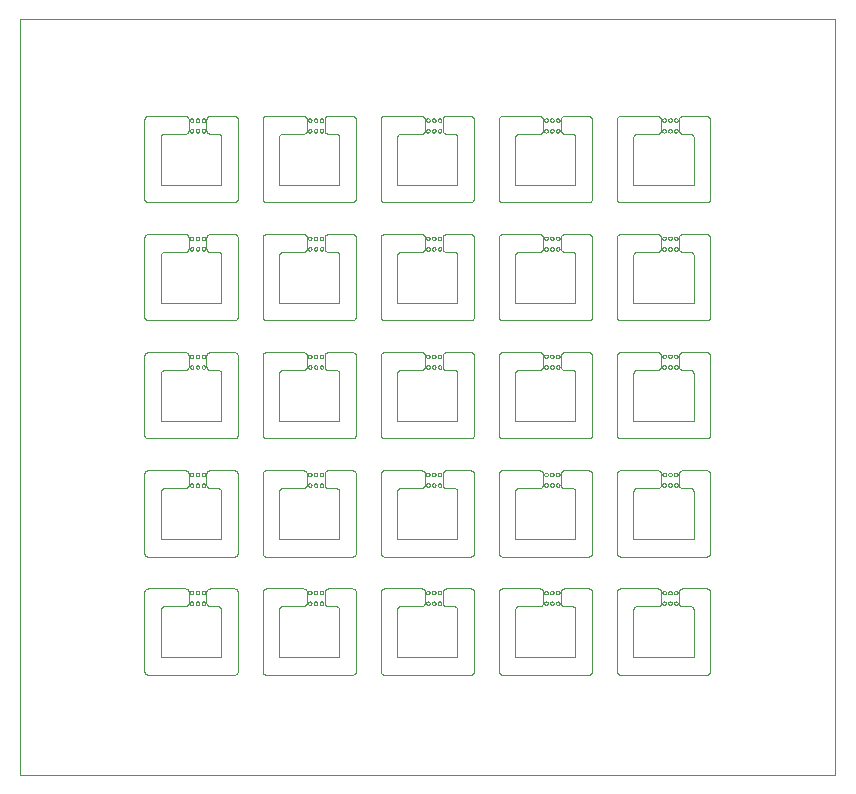
<source format=gko>
G75*
%MOIN*%
%OFA0B0*%
%FSLAX25Y25*%
%IPPOS*%
%LPD*%
%AMOC8*
5,1,8,0,0,1.08239X$1,22.5*
%
%ADD10C,0.00000*%
D10*
X0001000Y0001000D02*
X0272654Y0001000D01*
X0272654Y0252969D01*
X0001000Y0252969D01*
X0001000Y0001000D01*
X0042339Y0035646D02*
X0042339Y0062024D01*
X0042341Y0062090D01*
X0042346Y0062156D01*
X0042356Y0062222D01*
X0042369Y0062287D01*
X0042385Y0062351D01*
X0042405Y0062414D01*
X0042429Y0062476D01*
X0042456Y0062536D01*
X0042486Y0062595D01*
X0042520Y0062652D01*
X0042557Y0062707D01*
X0042597Y0062760D01*
X0042639Y0062811D01*
X0042685Y0062859D01*
X0042733Y0062905D01*
X0042784Y0062947D01*
X0042837Y0062987D01*
X0042892Y0063024D01*
X0042949Y0063058D01*
X0043008Y0063088D01*
X0043068Y0063115D01*
X0043130Y0063139D01*
X0043193Y0063159D01*
X0043257Y0063175D01*
X0043322Y0063188D01*
X0043388Y0063198D01*
X0043454Y0063203D01*
X0043520Y0063205D01*
X0055921Y0063205D01*
X0055987Y0063203D01*
X0056053Y0063198D01*
X0056119Y0063188D01*
X0056184Y0063175D01*
X0056248Y0063159D01*
X0056311Y0063139D01*
X0056373Y0063115D01*
X0056433Y0063088D01*
X0056492Y0063058D01*
X0056549Y0063024D01*
X0056604Y0062987D01*
X0056657Y0062947D01*
X0056708Y0062905D01*
X0056756Y0062859D01*
X0056802Y0062811D01*
X0056844Y0062760D01*
X0056884Y0062707D01*
X0056921Y0062652D01*
X0056955Y0062595D01*
X0056985Y0062536D01*
X0057012Y0062476D01*
X0057036Y0062414D01*
X0057056Y0062351D01*
X0057072Y0062287D01*
X0057085Y0062222D01*
X0057095Y0062156D01*
X0057100Y0062090D01*
X0057102Y0062024D01*
X0057102Y0058480D01*
X0057496Y0058283D02*
X0057498Y0058331D01*
X0057504Y0058379D01*
X0057514Y0058426D01*
X0057527Y0058472D01*
X0057545Y0058517D01*
X0057565Y0058561D01*
X0057590Y0058603D01*
X0057618Y0058642D01*
X0057648Y0058679D01*
X0057682Y0058713D01*
X0057719Y0058745D01*
X0057757Y0058774D01*
X0057798Y0058799D01*
X0057841Y0058821D01*
X0057886Y0058839D01*
X0057932Y0058853D01*
X0057979Y0058864D01*
X0058027Y0058871D01*
X0058075Y0058874D01*
X0058123Y0058873D01*
X0058171Y0058868D01*
X0058219Y0058859D01*
X0058265Y0058847D01*
X0058310Y0058830D01*
X0058354Y0058810D01*
X0058396Y0058787D01*
X0058436Y0058760D01*
X0058474Y0058730D01*
X0058509Y0058697D01*
X0058541Y0058661D01*
X0058571Y0058623D01*
X0058597Y0058582D01*
X0058619Y0058539D01*
X0058639Y0058495D01*
X0058654Y0058450D01*
X0058666Y0058403D01*
X0058674Y0058355D01*
X0058678Y0058307D01*
X0058678Y0058259D01*
X0058674Y0058211D01*
X0058666Y0058163D01*
X0058654Y0058116D01*
X0058639Y0058071D01*
X0058619Y0058027D01*
X0058597Y0057984D01*
X0058571Y0057943D01*
X0058541Y0057905D01*
X0058509Y0057869D01*
X0058474Y0057836D01*
X0058436Y0057806D01*
X0058396Y0057779D01*
X0058354Y0057756D01*
X0058310Y0057736D01*
X0058265Y0057719D01*
X0058219Y0057707D01*
X0058171Y0057698D01*
X0058123Y0057693D01*
X0058075Y0057692D01*
X0058027Y0057695D01*
X0057979Y0057702D01*
X0057932Y0057713D01*
X0057886Y0057727D01*
X0057841Y0057745D01*
X0057798Y0057767D01*
X0057757Y0057792D01*
X0057719Y0057821D01*
X0057682Y0057853D01*
X0057648Y0057887D01*
X0057618Y0057924D01*
X0057590Y0057963D01*
X0057565Y0058005D01*
X0057545Y0058049D01*
X0057527Y0058094D01*
X0057514Y0058140D01*
X0057504Y0058187D01*
X0057498Y0058235D01*
X0057496Y0058283D01*
X0057102Y0058480D02*
X0057100Y0058414D01*
X0057095Y0058348D01*
X0057085Y0058282D01*
X0057072Y0058217D01*
X0057056Y0058153D01*
X0057036Y0058090D01*
X0057012Y0058028D01*
X0056985Y0057968D01*
X0056955Y0057909D01*
X0056921Y0057852D01*
X0056884Y0057797D01*
X0056844Y0057744D01*
X0056802Y0057693D01*
X0056756Y0057645D01*
X0056708Y0057599D01*
X0056657Y0057557D01*
X0056604Y0057517D01*
X0056549Y0057480D01*
X0056492Y0057446D01*
X0056433Y0057416D01*
X0056373Y0057389D01*
X0056311Y0057365D01*
X0056248Y0057345D01*
X0056184Y0057329D01*
X0056119Y0057316D01*
X0056053Y0057306D01*
X0055987Y0057301D01*
X0055921Y0057299D01*
X0049031Y0057299D01*
X0048965Y0057297D01*
X0048899Y0057292D01*
X0048833Y0057282D01*
X0048768Y0057269D01*
X0048704Y0057253D01*
X0048641Y0057233D01*
X0048579Y0057209D01*
X0048519Y0057182D01*
X0048460Y0057152D01*
X0048403Y0057118D01*
X0048348Y0057081D01*
X0048295Y0057041D01*
X0048244Y0056999D01*
X0048196Y0056953D01*
X0048150Y0056905D01*
X0048108Y0056854D01*
X0048068Y0056801D01*
X0048031Y0056746D01*
X0047997Y0056689D01*
X0047967Y0056630D01*
X0047940Y0056570D01*
X0047916Y0056508D01*
X0047896Y0056445D01*
X0047880Y0056381D01*
X0047867Y0056316D01*
X0047857Y0056250D01*
X0047852Y0056184D01*
X0047850Y0056118D01*
X0047850Y0040370D01*
X0067929Y0040370D01*
X0067929Y0056118D01*
X0067927Y0056184D01*
X0067922Y0056250D01*
X0067912Y0056316D01*
X0067899Y0056381D01*
X0067883Y0056445D01*
X0067863Y0056508D01*
X0067839Y0056570D01*
X0067812Y0056630D01*
X0067782Y0056689D01*
X0067748Y0056746D01*
X0067711Y0056801D01*
X0067671Y0056854D01*
X0067629Y0056905D01*
X0067583Y0056953D01*
X0067535Y0056999D01*
X0067484Y0057041D01*
X0067431Y0057081D01*
X0067376Y0057118D01*
X0067319Y0057152D01*
X0067260Y0057182D01*
X0067200Y0057209D01*
X0067138Y0057233D01*
X0067075Y0057253D01*
X0067011Y0057269D01*
X0066946Y0057282D01*
X0066880Y0057292D01*
X0066814Y0057297D01*
X0066748Y0057299D01*
X0064189Y0057299D01*
X0064123Y0057301D01*
X0064057Y0057306D01*
X0063991Y0057316D01*
X0063926Y0057329D01*
X0063862Y0057345D01*
X0063799Y0057365D01*
X0063737Y0057389D01*
X0063677Y0057416D01*
X0063618Y0057446D01*
X0063561Y0057480D01*
X0063506Y0057517D01*
X0063453Y0057557D01*
X0063402Y0057599D01*
X0063354Y0057645D01*
X0063308Y0057693D01*
X0063266Y0057744D01*
X0063226Y0057797D01*
X0063189Y0057852D01*
X0063155Y0057909D01*
X0063125Y0057968D01*
X0063098Y0058028D01*
X0063074Y0058090D01*
X0063054Y0058153D01*
X0063038Y0058217D01*
X0063025Y0058282D01*
X0063015Y0058348D01*
X0063010Y0058414D01*
X0063008Y0058480D01*
X0063008Y0062024D01*
X0061433Y0061827D02*
X0061435Y0061875D01*
X0061441Y0061923D01*
X0061451Y0061970D01*
X0061464Y0062016D01*
X0061482Y0062061D01*
X0061502Y0062105D01*
X0061527Y0062147D01*
X0061555Y0062186D01*
X0061585Y0062223D01*
X0061619Y0062257D01*
X0061656Y0062289D01*
X0061694Y0062318D01*
X0061735Y0062343D01*
X0061778Y0062365D01*
X0061823Y0062383D01*
X0061869Y0062397D01*
X0061916Y0062408D01*
X0061964Y0062415D01*
X0062012Y0062418D01*
X0062060Y0062417D01*
X0062108Y0062412D01*
X0062156Y0062403D01*
X0062202Y0062391D01*
X0062247Y0062374D01*
X0062291Y0062354D01*
X0062333Y0062331D01*
X0062373Y0062304D01*
X0062411Y0062274D01*
X0062446Y0062241D01*
X0062478Y0062205D01*
X0062508Y0062167D01*
X0062534Y0062126D01*
X0062556Y0062083D01*
X0062576Y0062039D01*
X0062591Y0061994D01*
X0062603Y0061947D01*
X0062611Y0061899D01*
X0062615Y0061851D01*
X0062615Y0061803D01*
X0062611Y0061755D01*
X0062603Y0061707D01*
X0062591Y0061660D01*
X0062576Y0061615D01*
X0062556Y0061571D01*
X0062534Y0061528D01*
X0062508Y0061487D01*
X0062478Y0061449D01*
X0062446Y0061413D01*
X0062411Y0061380D01*
X0062373Y0061350D01*
X0062333Y0061323D01*
X0062291Y0061300D01*
X0062247Y0061280D01*
X0062202Y0061263D01*
X0062156Y0061251D01*
X0062108Y0061242D01*
X0062060Y0061237D01*
X0062012Y0061236D01*
X0061964Y0061239D01*
X0061916Y0061246D01*
X0061869Y0061257D01*
X0061823Y0061271D01*
X0061778Y0061289D01*
X0061735Y0061311D01*
X0061694Y0061336D01*
X0061656Y0061365D01*
X0061619Y0061397D01*
X0061585Y0061431D01*
X0061555Y0061468D01*
X0061527Y0061507D01*
X0061502Y0061549D01*
X0061482Y0061593D01*
X0061464Y0061638D01*
X0061451Y0061684D01*
X0061441Y0061731D01*
X0061435Y0061779D01*
X0061433Y0061827D01*
X0059464Y0061827D02*
X0059466Y0061875D01*
X0059472Y0061923D01*
X0059482Y0061970D01*
X0059495Y0062016D01*
X0059513Y0062061D01*
X0059533Y0062105D01*
X0059558Y0062147D01*
X0059586Y0062186D01*
X0059616Y0062223D01*
X0059650Y0062257D01*
X0059687Y0062289D01*
X0059725Y0062318D01*
X0059766Y0062343D01*
X0059809Y0062365D01*
X0059854Y0062383D01*
X0059900Y0062397D01*
X0059947Y0062408D01*
X0059995Y0062415D01*
X0060043Y0062418D01*
X0060091Y0062417D01*
X0060139Y0062412D01*
X0060187Y0062403D01*
X0060233Y0062391D01*
X0060278Y0062374D01*
X0060322Y0062354D01*
X0060364Y0062331D01*
X0060404Y0062304D01*
X0060442Y0062274D01*
X0060477Y0062241D01*
X0060509Y0062205D01*
X0060539Y0062167D01*
X0060565Y0062126D01*
X0060587Y0062083D01*
X0060607Y0062039D01*
X0060622Y0061994D01*
X0060634Y0061947D01*
X0060642Y0061899D01*
X0060646Y0061851D01*
X0060646Y0061803D01*
X0060642Y0061755D01*
X0060634Y0061707D01*
X0060622Y0061660D01*
X0060607Y0061615D01*
X0060587Y0061571D01*
X0060565Y0061528D01*
X0060539Y0061487D01*
X0060509Y0061449D01*
X0060477Y0061413D01*
X0060442Y0061380D01*
X0060404Y0061350D01*
X0060364Y0061323D01*
X0060322Y0061300D01*
X0060278Y0061280D01*
X0060233Y0061263D01*
X0060187Y0061251D01*
X0060139Y0061242D01*
X0060091Y0061237D01*
X0060043Y0061236D01*
X0059995Y0061239D01*
X0059947Y0061246D01*
X0059900Y0061257D01*
X0059854Y0061271D01*
X0059809Y0061289D01*
X0059766Y0061311D01*
X0059725Y0061336D01*
X0059687Y0061365D01*
X0059650Y0061397D01*
X0059616Y0061431D01*
X0059586Y0061468D01*
X0059558Y0061507D01*
X0059533Y0061549D01*
X0059513Y0061593D01*
X0059495Y0061638D01*
X0059482Y0061684D01*
X0059472Y0061731D01*
X0059466Y0061779D01*
X0059464Y0061827D01*
X0057496Y0061827D02*
X0057498Y0061875D01*
X0057504Y0061923D01*
X0057514Y0061970D01*
X0057527Y0062016D01*
X0057545Y0062061D01*
X0057565Y0062105D01*
X0057590Y0062147D01*
X0057618Y0062186D01*
X0057648Y0062223D01*
X0057682Y0062257D01*
X0057719Y0062289D01*
X0057757Y0062318D01*
X0057798Y0062343D01*
X0057841Y0062365D01*
X0057886Y0062383D01*
X0057932Y0062397D01*
X0057979Y0062408D01*
X0058027Y0062415D01*
X0058075Y0062418D01*
X0058123Y0062417D01*
X0058171Y0062412D01*
X0058219Y0062403D01*
X0058265Y0062391D01*
X0058310Y0062374D01*
X0058354Y0062354D01*
X0058396Y0062331D01*
X0058436Y0062304D01*
X0058474Y0062274D01*
X0058509Y0062241D01*
X0058541Y0062205D01*
X0058571Y0062167D01*
X0058597Y0062126D01*
X0058619Y0062083D01*
X0058639Y0062039D01*
X0058654Y0061994D01*
X0058666Y0061947D01*
X0058674Y0061899D01*
X0058678Y0061851D01*
X0058678Y0061803D01*
X0058674Y0061755D01*
X0058666Y0061707D01*
X0058654Y0061660D01*
X0058639Y0061615D01*
X0058619Y0061571D01*
X0058597Y0061528D01*
X0058571Y0061487D01*
X0058541Y0061449D01*
X0058509Y0061413D01*
X0058474Y0061380D01*
X0058436Y0061350D01*
X0058396Y0061323D01*
X0058354Y0061300D01*
X0058310Y0061280D01*
X0058265Y0061263D01*
X0058219Y0061251D01*
X0058171Y0061242D01*
X0058123Y0061237D01*
X0058075Y0061236D01*
X0058027Y0061239D01*
X0057979Y0061246D01*
X0057932Y0061257D01*
X0057886Y0061271D01*
X0057841Y0061289D01*
X0057798Y0061311D01*
X0057757Y0061336D01*
X0057719Y0061365D01*
X0057682Y0061397D01*
X0057648Y0061431D01*
X0057618Y0061468D01*
X0057590Y0061507D01*
X0057565Y0061549D01*
X0057545Y0061593D01*
X0057527Y0061638D01*
X0057514Y0061684D01*
X0057504Y0061731D01*
X0057498Y0061779D01*
X0057496Y0061827D01*
X0059464Y0058283D02*
X0059466Y0058331D01*
X0059472Y0058379D01*
X0059482Y0058426D01*
X0059495Y0058472D01*
X0059513Y0058517D01*
X0059533Y0058561D01*
X0059558Y0058603D01*
X0059586Y0058642D01*
X0059616Y0058679D01*
X0059650Y0058713D01*
X0059687Y0058745D01*
X0059725Y0058774D01*
X0059766Y0058799D01*
X0059809Y0058821D01*
X0059854Y0058839D01*
X0059900Y0058853D01*
X0059947Y0058864D01*
X0059995Y0058871D01*
X0060043Y0058874D01*
X0060091Y0058873D01*
X0060139Y0058868D01*
X0060187Y0058859D01*
X0060233Y0058847D01*
X0060278Y0058830D01*
X0060322Y0058810D01*
X0060364Y0058787D01*
X0060404Y0058760D01*
X0060442Y0058730D01*
X0060477Y0058697D01*
X0060509Y0058661D01*
X0060539Y0058623D01*
X0060565Y0058582D01*
X0060587Y0058539D01*
X0060607Y0058495D01*
X0060622Y0058450D01*
X0060634Y0058403D01*
X0060642Y0058355D01*
X0060646Y0058307D01*
X0060646Y0058259D01*
X0060642Y0058211D01*
X0060634Y0058163D01*
X0060622Y0058116D01*
X0060607Y0058071D01*
X0060587Y0058027D01*
X0060565Y0057984D01*
X0060539Y0057943D01*
X0060509Y0057905D01*
X0060477Y0057869D01*
X0060442Y0057836D01*
X0060404Y0057806D01*
X0060364Y0057779D01*
X0060322Y0057756D01*
X0060278Y0057736D01*
X0060233Y0057719D01*
X0060187Y0057707D01*
X0060139Y0057698D01*
X0060091Y0057693D01*
X0060043Y0057692D01*
X0059995Y0057695D01*
X0059947Y0057702D01*
X0059900Y0057713D01*
X0059854Y0057727D01*
X0059809Y0057745D01*
X0059766Y0057767D01*
X0059725Y0057792D01*
X0059687Y0057821D01*
X0059650Y0057853D01*
X0059616Y0057887D01*
X0059586Y0057924D01*
X0059558Y0057963D01*
X0059533Y0058005D01*
X0059513Y0058049D01*
X0059495Y0058094D01*
X0059482Y0058140D01*
X0059472Y0058187D01*
X0059466Y0058235D01*
X0059464Y0058283D01*
X0061433Y0058283D02*
X0061435Y0058331D01*
X0061441Y0058379D01*
X0061451Y0058426D01*
X0061464Y0058472D01*
X0061482Y0058517D01*
X0061502Y0058561D01*
X0061527Y0058603D01*
X0061555Y0058642D01*
X0061585Y0058679D01*
X0061619Y0058713D01*
X0061656Y0058745D01*
X0061694Y0058774D01*
X0061735Y0058799D01*
X0061778Y0058821D01*
X0061823Y0058839D01*
X0061869Y0058853D01*
X0061916Y0058864D01*
X0061964Y0058871D01*
X0062012Y0058874D01*
X0062060Y0058873D01*
X0062108Y0058868D01*
X0062156Y0058859D01*
X0062202Y0058847D01*
X0062247Y0058830D01*
X0062291Y0058810D01*
X0062333Y0058787D01*
X0062373Y0058760D01*
X0062411Y0058730D01*
X0062446Y0058697D01*
X0062478Y0058661D01*
X0062508Y0058623D01*
X0062534Y0058582D01*
X0062556Y0058539D01*
X0062576Y0058495D01*
X0062591Y0058450D01*
X0062603Y0058403D01*
X0062611Y0058355D01*
X0062615Y0058307D01*
X0062615Y0058259D01*
X0062611Y0058211D01*
X0062603Y0058163D01*
X0062591Y0058116D01*
X0062576Y0058071D01*
X0062556Y0058027D01*
X0062534Y0057984D01*
X0062508Y0057943D01*
X0062478Y0057905D01*
X0062446Y0057869D01*
X0062411Y0057836D01*
X0062373Y0057806D01*
X0062333Y0057779D01*
X0062291Y0057756D01*
X0062247Y0057736D01*
X0062202Y0057719D01*
X0062156Y0057707D01*
X0062108Y0057698D01*
X0062060Y0057693D01*
X0062012Y0057692D01*
X0061964Y0057695D01*
X0061916Y0057702D01*
X0061869Y0057713D01*
X0061823Y0057727D01*
X0061778Y0057745D01*
X0061735Y0057767D01*
X0061694Y0057792D01*
X0061656Y0057821D01*
X0061619Y0057853D01*
X0061585Y0057887D01*
X0061555Y0057924D01*
X0061527Y0057963D01*
X0061502Y0058005D01*
X0061482Y0058049D01*
X0061464Y0058094D01*
X0061451Y0058140D01*
X0061441Y0058187D01*
X0061435Y0058235D01*
X0061433Y0058283D01*
X0063008Y0062024D02*
X0063010Y0062090D01*
X0063015Y0062156D01*
X0063025Y0062222D01*
X0063038Y0062287D01*
X0063054Y0062351D01*
X0063074Y0062414D01*
X0063098Y0062476D01*
X0063125Y0062536D01*
X0063155Y0062595D01*
X0063189Y0062652D01*
X0063226Y0062707D01*
X0063266Y0062760D01*
X0063308Y0062811D01*
X0063354Y0062859D01*
X0063402Y0062905D01*
X0063453Y0062947D01*
X0063506Y0062987D01*
X0063561Y0063024D01*
X0063618Y0063058D01*
X0063677Y0063088D01*
X0063737Y0063115D01*
X0063799Y0063139D01*
X0063862Y0063159D01*
X0063926Y0063175D01*
X0063991Y0063188D01*
X0064057Y0063198D01*
X0064123Y0063203D01*
X0064189Y0063205D01*
X0072260Y0063205D01*
X0072326Y0063203D01*
X0072392Y0063198D01*
X0072458Y0063188D01*
X0072523Y0063175D01*
X0072587Y0063159D01*
X0072650Y0063139D01*
X0072712Y0063115D01*
X0072772Y0063088D01*
X0072831Y0063058D01*
X0072888Y0063024D01*
X0072943Y0062987D01*
X0072996Y0062947D01*
X0073047Y0062905D01*
X0073095Y0062859D01*
X0073141Y0062811D01*
X0073183Y0062760D01*
X0073223Y0062707D01*
X0073260Y0062652D01*
X0073294Y0062595D01*
X0073324Y0062536D01*
X0073351Y0062476D01*
X0073375Y0062414D01*
X0073395Y0062351D01*
X0073411Y0062287D01*
X0073424Y0062222D01*
X0073434Y0062156D01*
X0073439Y0062090D01*
X0073441Y0062024D01*
X0073441Y0035646D01*
X0073439Y0035580D01*
X0073434Y0035514D01*
X0073424Y0035448D01*
X0073411Y0035383D01*
X0073395Y0035319D01*
X0073375Y0035256D01*
X0073351Y0035194D01*
X0073324Y0035134D01*
X0073294Y0035075D01*
X0073260Y0035018D01*
X0073223Y0034963D01*
X0073183Y0034910D01*
X0073141Y0034859D01*
X0073095Y0034811D01*
X0073047Y0034765D01*
X0072996Y0034723D01*
X0072943Y0034683D01*
X0072888Y0034646D01*
X0072831Y0034612D01*
X0072772Y0034582D01*
X0072712Y0034555D01*
X0072650Y0034531D01*
X0072587Y0034511D01*
X0072523Y0034495D01*
X0072458Y0034482D01*
X0072392Y0034472D01*
X0072326Y0034467D01*
X0072260Y0034465D01*
X0043520Y0034465D01*
X0043454Y0034467D01*
X0043388Y0034472D01*
X0043322Y0034482D01*
X0043257Y0034495D01*
X0043193Y0034511D01*
X0043130Y0034531D01*
X0043068Y0034555D01*
X0043008Y0034582D01*
X0042949Y0034612D01*
X0042892Y0034646D01*
X0042837Y0034683D01*
X0042784Y0034723D01*
X0042733Y0034765D01*
X0042685Y0034811D01*
X0042639Y0034859D01*
X0042597Y0034910D01*
X0042557Y0034963D01*
X0042520Y0035018D01*
X0042486Y0035075D01*
X0042456Y0035134D01*
X0042429Y0035194D01*
X0042405Y0035256D01*
X0042385Y0035319D01*
X0042369Y0035383D01*
X0042356Y0035448D01*
X0042346Y0035514D01*
X0042341Y0035580D01*
X0042339Y0035646D01*
X0081709Y0035646D02*
X0081709Y0062024D01*
X0081711Y0062090D01*
X0081716Y0062156D01*
X0081726Y0062222D01*
X0081739Y0062287D01*
X0081755Y0062351D01*
X0081775Y0062414D01*
X0081799Y0062476D01*
X0081826Y0062536D01*
X0081856Y0062595D01*
X0081890Y0062652D01*
X0081927Y0062707D01*
X0081967Y0062760D01*
X0082009Y0062811D01*
X0082055Y0062859D01*
X0082103Y0062905D01*
X0082154Y0062947D01*
X0082207Y0062987D01*
X0082262Y0063024D01*
X0082319Y0063058D01*
X0082378Y0063088D01*
X0082438Y0063115D01*
X0082500Y0063139D01*
X0082563Y0063159D01*
X0082627Y0063175D01*
X0082692Y0063188D01*
X0082758Y0063198D01*
X0082824Y0063203D01*
X0082890Y0063205D01*
X0095291Y0063205D01*
X0095357Y0063203D01*
X0095423Y0063198D01*
X0095489Y0063188D01*
X0095554Y0063175D01*
X0095618Y0063159D01*
X0095681Y0063139D01*
X0095743Y0063115D01*
X0095803Y0063088D01*
X0095862Y0063058D01*
X0095919Y0063024D01*
X0095974Y0062987D01*
X0096027Y0062947D01*
X0096078Y0062905D01*
X0096126Y0062859D01*
X0096172Y0062811D01*
X0096214Y0062760D01*
X0096254Y0062707D01*
X0096291Y0062652D01*
X0096325Y0062595D01*
X0096355Y0062536D01*
X0096382Y0062476D01*
X0096406Y0062414D01*
X0096426Y0062351D01*
X0096442Y0062287D01*
X0096455Y0062222D01*
X0096465Y0062156D01*
X0096470Y0062090D01*
X0096472Y0062024D01*
X0096472Y0058480D01*
X0096866Y0058283D02*
X0096868Y0058331D01*
X0096874Y0058379D01*
X0096884Y0058426D01*
X0096897Y0058472D01*
X0096915Y0058517D01*
X0096935Y0058561D01*
X0096960Y0058603D01*
X0096988Y0058642D01*
X0097018Y0058679D01*
X0097052Y0058713D01*
X0097089Y0058745D01*
X0097127Y0058774D01*
X0097168Y0058799D01*
X0097211Y0058821D01*
X0097256Y0058839D01*
X0097302Y0058853D01*
X0097349Y0058864D01*
X0097397Y0058871D01*
X0097445Y0058874D01*
X0097493Y0058873D01*
X0097541Y0058868D01*
X0097589Y0058859D01*
X0097635Y0058847D01*
X0097680Y0058830D01*
X0097724Y0058810D01*
X0097766Y0058787D01*
X0097806Y0058760D01*
X0097844Y0058730D01*
X0097879Y0058697D01*
X0097911Y0058661D01*
X0097941Y0058623D01*
X0097967Y0058582D01*
X0097989Y0058539D01*
X0098009Y0058495D01*
X0098024Y0058450D01*
X0098036Y0058403D01*
X0098044Y0058355D01*
X0098048Y0058307D01*
X0098048Y0058259D01*
X0098044Y0058211D01*
X0098036Y0058163D01*
X0098024Y0058116D01*
X0098009Y0058071D01*
X0097989Y0058027D01*
X0097967Y0057984D01*
X0097941Y0057943D01*
X0097911Y0057905D01*
X0097879Y0057869D01*
X0097844Y0057836D01*
X0097806Y0057806D01*
X0097766Y0057779D01*
X0097724Y0057756D01*
X0097680Y0057736D01*
X0097635Y0057719D01*
X0097589Y0057707D01*
X0097541Y0057698D01*
X0097493Y0057693D01*
X0097445Y0057692D01*
X0097397Y0057695D01*
X0097349Y0057702D01*
X0097302Y0057713D01*
X0097256Y0057727D01*
X0097211Y0057745D01*
X0097168Y0057767D01*
X0097127Y0057792D01*
X0097089Y0057821D01*
X0097052Y0057853D01*
X0097018Y0057887D01*
X0096988Y0057924D01*
X0096960Y0057963D01*
X0096935Y0058005D01*
X0096915Y0058049D01*
X0096897Y0058094D01*
X0096884Y0058140D01*
X0096874Y0058187D01*
X0096868Y0058235D01*
X0096866Y0058283D01*
X0096472Y0058480D02*
X0096470Y0058414D01*
X0096465Y0058348D01*
X0096455Y0058282D01*
X0096442Y0058217D01*
X0096426Y0058153D01*
X0096406Y0058090D01*
X0096382Y0058028D01*
X0096355Y0057968D01*
X0096325Y0057909D01*
X0096291Y0057852D01*
X0096254Y0057797D01*
X0096214Y0057744D01*
X0096172Y0057693D01*
X0096126Y0057645D01*
X0096078Y0057599D01*
X0096027Y0057557D01*
X0095974Y0057517D01*
X0095919Y0057480D01*
X0095862Y0057446D01*
X0095803Y0057416D01*
X0095743Y0057389D01*
X0095681Y0057365D01*
X0095618Y0057345D01*
X0095554Y0057329D01*
X0095489Y0057316D01*
X0095423Y0057306D01*
X0095357Y0057301D01*
X0095291Y0057299D01*
X0088402Y0057299D01*
X0088336Y0057297D01*
X0088270Y0057292D01*
X0088204Y0057282D01*
X0088139Y0057269D01*
X0088075Y0057253D01*
X0088012Y0057233D01*
X0087950Y0057209D01*
X0087890Y0057182D01*
X0087831Y0057152D01*
X0087774Y0057118D01*
X0087719Y0057081D01*
X0087666Y0057041D01*
X0087615Y0056999D01*
X0087567Y0056953D01*
X0087521Y0056905D01*
X0087479Y0056854D01*
X0087439Y0056801D01*
X0087402Y0056746D01*
X0087368Y0056689D01*
X0087338Y0056630D01*
X0087311Y0056570D01*
X0087287Y0056508D01*
X0087267Y0056445D01*
X0087251Y0056381D01*
X0087238Y0056316D01*
X0087228Y0056250D01*
X0087223Y0056184D01*
X0087221Y0056118D01*
X0087220Y0056118D02*
X0087220Y0040370D01*
X0107299Y0040370D01*
X0107299Y0056118D01*
X0107297Y0056184D01*
X0107292Y0056250D01*
X0107282Y0056316D01*
X0107269Y0056381D01*
X0107253Y0056445D01*
X0107233Y0056508D01*
X0107209Y0056570D01*
X0107182Y0056630D01*
X0107152Y0056689D01*
X0107118Y0056746D01*
X0107081Y0056801D01*
X0107041Y0056854D01*
X0106999Y0056905D01*
X0106953Y0056953D01*
X0106905Y0056999D01*
X0106854Y0057041D01*
X0106801Y0057081D01*
X0106746Y0057118D01*
X0106689Y0057152D01*
X0106630Y0057182D01*
X0106570Y0057209D01*
X0106508Y0057233D01*
X0106445Y0057253D01*
X0106381Y0057269D01*
X0106316Y0057282D01*
X0106250Y0057292D01*
X0106184Y0057297D01*
X0106118Y0057299D01*
X0103559Y0057299D01*
X0103493Y0057301D01*
X0103427Y0057306D01*
X0103361Y0057316D01*
X0103296Y0057329D01*
X0103232Y0057345D01*
X0103169Y0057365D01*
X0103107Y0057389D01*
X0103047Y0057416D01*
X0102988Y0057446D01*
X0102931Y0057480D01*
X0102876Y0057517D01*
X0102823Y0057557D01*
X0102772Y0057599D01*
X0102724Y0057645D01*
X0102678Y0057693D01*
X0102636Y0057744D01*
X0102596Y0057797D01*
X0102559Y0057852D01*
X0102525Y0057909D01*
X0102495Y0057968D01*
X0102468Y0058028D01*
X0102444Y0058090D01*
X0102424Y0058153D01*
X0102408Y0058217D01*
X0102395Y0058282D01*
X0102385Y0058348D01*
X0102380Y0058414D01*
X0102378Y0058480D01*
X0102378Y0062024D01*
X0100803Y0061827D02*
X0100805Y0061875D01*
X0100811Y0061923D01*
X0100821Y0061970D01*
X0100834Y0062016D01*
X0100852Y0062061D01*
X0100872Y0062105D01*
X0100897Y0062147D01*
X0100925Y0062186D01*
X0100955Y0062223D01*
X0100989Y0062257D01*
X0101026Y0062289D01*
X0101064Y0062318D01*
X0101105Y0062343D01*
X0101148Y0062365D01*
X0101193Y0062383D01*
X0101239Y0062397D01*
X0101286Y0062408D01*
X0101334Y0062415D01*
X0101382Y0062418D01*
X0101430Y0062417D01*
X0101478Y0062412D01*
X0101526Y0062403D01*
X0101572Y0062391D01*
X0101617Y0062374D01*
X0101661Y0062354D01*
X0101703Y0062331D01*
X0101743Y0062304D01*
X0101781Y0062274D01*
X0101816Y0062241D01*
X0101848Y0062205D01*
X0101878Y0062167D01*
X0101904Y0062126D01*
X0101926Y0062083D01*
X0101946Y0062039D01*
X0101961Y0061994D01*
X0101973Y0061947D01*
X0101981Y0061899D01*
X0101985Y0061851D01*
X0101985Y0061803D01*
X0101981Y0061755D01*
X0101973Y0061707D01*
X0101961Y0061660D01*
X0101946Y0061615D01*
X0101926Y0061571D01*
X0101904Y0061528D01*
X0101878Y0061487D01*
X0101848Y0061449D01*
X0101816Y0061413D01*
X0101781Y0061380D01*
X0101743Y0061350D01*
X0101703Y0061323D01*
X0101661Y0061300D01*
X0101617Y0061280D01*
X0101572Y0061263D01*
X0101526Y0061251D01*
X0101478Y0061242D01*
X0101430Y0061237D01*
X0101382Y0061236D01*
X0101334Y0061239D01*
X0101286Y0061246D01*
X0101239Y0061257D01*
X0101193Y0061271D01*
X0101148Y0061289D01*
X0101105Y0061311D01*
X0101064Y0061336D01*
X0101026Y0061365D01*
X0100989Y0061397D01*
X0100955Y0061431D01*
X0100925Y0061468D01*
X0100897Y0061507D01*
X0100872Y0061549D01*
X0100852Y0061593D01*
X0100834Y0061638D01*
X0100821Y0061684D01*
X0100811Y0061731D01*
X0100805Y0061779D01*
X0100803Y0061827D01*
X0098834Y0061827D02*
X0098836Y0061875D01*
X0098842Y0061923D01*
X0098852Y0061970D01*
X0098865Y0062016D01*
X0098883Y0062061D01*
X0098903Y0062105D01*
X0098928Y0062147D01*
X0098956Y0062186D01*
X0098986Y0062223D01*
X0099020Y0062257D01*
X0099057Y0062289D01*
X0099095Y0062318D01*
X0099136Y0062343D01*
X0099179Y0062365D01*
X0099224Y0062383D01*
X0099270Y0062397D01*
X0099317Y0062408D01*
X0099365Y0062415D01*
X0099413Y0062418D01*
X0099461Y0062417D01*
X0099509Y0062412D01*
X0099557Y0062403D01*
X0099603Y0062391D01*
X0099648Y0062374D01*
X0099692Y0062354D01*
X0099734Y0062331D01*
X0099774Y0062304D01*
X0099812Y0062274D01*
X0099847Y0062241D01*
X0099879Y0062205D01*
X0099909Y0062167D01*
X0099935Y0062126D01*
X0099957Y0062083D01*
X0099977Y0062039D01*
X0099992Y0061994D01*
X0100004Y0061947D01*
X0100012Y0061899D01*
X0100016Y0061851D01*
X0100016Y0061803D01*
X0100012Y0061755D01*
X0100004Y0061707D01*
X0099992Y0061660D01*
X0099977Y0061615D01*
X0099957Y0061571D01*
X0099935Y0061528D01*
X0099909Y0061487D01*
X0099879Y0061449D01*
X0099847Y0061413D01*
X0099812Y0061380D01*
X0099774Y0061350D01*
X0099734Y0061323D01*
X0099692Y0061300D01*
X0099648Y0061280D01*
X0099603Y0061263D01*
X0099557Y0061251D01*
X0099509Y0061242D01*
X0099461Y0061237D01*
X0099413Y0061236D01*
X0099365Y0061239D01*
X0099317Y0061246D01*
X0099270Y0061257D01*
X0099224Y0061271D01*
X0099179Y0061289D01*
X0099136Y0061311D01*
X0099095Y0061336D01*
X0099057Y0061365D01*
X0099020Y0061397D01*
X0098986Y0061431D01*
X0098956Y0061468D01*
X0098928Y0061507D01*
X0098903Y0061549D01*
X0098883Y0061593D01*
X0098865Y0061638D01*
X0098852Y0061684D01*
X0098842Y0061731D01*
X0098836Y0061779D01*
X0098834Y0061827D01*
X0096866Y0061827D02*
X0096868Y0061875D01*
X0096874Y0061923D01*
X0096884Y0061970D01*
X0096897Y0062016D01*
X0096915Y0062061D01*
X0096935Y0062105D01*
X0096960Y0062147D01*
X0096988Y0062186D01*
X0097018Y0062223D01*
X0097052Y0062257D01*
X0097089Y0062289D01*
X0097127Y0062318D01*
X0097168Y0062343D01*
X0097211Y0062365D01*
X0097256Y0062383D01*
X0097302Y0062397D01*
X0097349Y0062408D01*
X0097397Y0062415D01*
X0097445Y0062418D01*
X0097493Y0062417D01*
X0097541Y0062412D01*
X0097589Y0062403D01*
X0097635Y0062391D01*
X0097680Y0062374D01*
X0097724Y0062354D01*
X0097766Y0062331D01*
X0097806Y0062304D01*
X0097844Y0062274D01*
X0097879Y0062241D01*
X0097911Y0062205D01*
X0097941Y0062167D01*
X0097967Y0062126D01*
X0097989Y0062083D01*
X0098009Y0062039D01*
X0098024Y0061994D01*
X0098036Y0061947D01*
X0098044Y0061899D01*
X0098048Y0061851D01*
X0098048Y0061803D01*
X0098044Y0061755D01*
X0098036Y0061707D01*
X0098024Y0061660D01*
X0098009Y0061615D01*
X0097989Y0061571D01*
X0097967Y0061528D01*
X0097941Y0061487D01*
X0097911Y0061449D01*
X0097879Y0061413D01*
X0097844Y0061380D01*
X0097806Y0061350D01*
X0097766Y0061323D01*
X0097724Y0061300D01*
X0097680Y0061280D01*
X0097635Y0061263D01*
X0097589Y0061251D01*
X0097541Y0061242D01*
X0097493Y0061237D01*
X0097445Y0061236D01*
X0097397Y0061239D01*
X0097349Y0061246D01*
X0097302Y0061257D01*
X0097256Y0061271D01*
X0097211Y0061289D01*
X0097168Y0061311D01*
X0097127Y0061336D01*
X0097089Y0061365D01*
X0097052Y0061397D01*
X0097018Y0061431D01*
X0096988Y0061468D01*
X0096960Y0061507D01*
X0096935Y0061549D01*
X0096915Y0061593D01*
X0096897Y0061638D01*
X0096884Y0061684D01*
X0096874Y0061731D01*
X0096868Y0061779D01*
X0096866Y0061827D01*
X0098834Y0058283D02*
X0098836Y0058331D01*
X0098842Y0058379D01*
X0098852Y0058426D01*
X0098865Y0058472D01*
X0098883Y0058517D01*
X0098903Y0058561D01*
X0098928Y0058603D01*
X0098956Y0058642D01*
X0098986Y0058679D01*
X0099020Y0058713D01*
X0099057Y0058745D01*
X0099095Y0058774D01*
X0099136Y0058799D01*
X0099179Y0058821D01*
X0099224Y0058839D01*
X0099270Y0058853D01*
X0099317Y0058864D01*
X0099365Y0058871D01*
X0099413Y0058874D01*
X0099461Y0058873D01*
X0099509Y0058868D01*
X0099557Y0058859D01*
X0099603Y0058847D01*
X0099648Y0058830D01*
X0099692Y0058810D01*
X0099734Y0058787D01*
X0099774Y0058760D01*
X0099812Y0058730D01*
X0099847Y0058697D01*
X0099879Y0058661D01*
X0099909Y0058623D01*
X0099935Y0058582D01*
X0099957Y0058539D01*
X0099977Y0058495D01*
X0099992Y0058450D01*
X0100004Y0058403D01*
X0100012Y0058355D01*
X0100016Y0058307D01*
X0100016Y0058259D01*
X0100012Y0058211D01*
X0100004Y0058163D01*
X0099992Y0058116D01*
X0099977Y0058071D01*
X0099957Y0058027D01*
X0099935Y0057984D01*
X0099909Y0057943D01*
X0099879Y0057905D01*
X0099847Y0057869D01*
X0099812Y0057836D01*
X0099774Y0057806D01*
X0099734Y0057779D01*
X0099692Y0057756D01*
X0099648Y0057736D01*
X0099603Y0057719D01*
X0099557Y0057707D01*
X0099509Y0057698D01*
X0099461Y0057693D01*
X0099413Y0057692D01*
X0099365Y0057695D01*
X0099317Y0057702D01*
X0099270Y0057713D01*
X0099224Y0057727D01*
X0099179Y0057745D01*
X0099136Y0057767D01*
X0099095Y0057792D01*
X0099057Y0057821D01*
X0099020Y0057853D01*
X0098986Y0057887D01*
X0098956Y0057924D01*
X0098928Y0057963D01*
X0098903Y0058005D01*
X0098883Y0058049D01*
X0098865Y0058094D01*
X0098852Y0058140D01*
X0098842Y0058187D01*
X0098836Y0058235D01*
X0098834Y0058283D01*
X0100803Y0058283D02*
X0100805Y0058331D01*
X0100811Y0058379D01*
X0100821Y0058426D01*
X0100834Y0058472D01*
X0100852Y0058517D01*
X0100872Y0058561D01*
X0100897Y0058603D01*
X0100925Y0058642D01*
X0100955Y0058679D01*
X0100989Y0058713D01*
X0101026Y0058745D01*
X0101064Y0058774D01*
X0101105Y0058799D01*
X0101148Y0058821D01*
X0101193Y0058839D01*
X0101239Y0058853D01*
X0101286Y0058864D01*
X0101334Y0058871D01*
X0101382Y0058874D01*
X0101430Y0058873D01*
X0101478Y0058868D01*
X0101526Y0058859D01*
X0101572Y0058847D01*
X0101617Y0058830D01*
X0101661Y0058810D01*
X0101703Y0058787D01*
X0101743Y0058760D01*
X0101781Y0058730D01*
X0101816Y0058697D01*
X0101848Y0058661D01*
X0101878Y0058623D01*
X0101904Y0058582D01*
X0101926Y0058539D01*
X0101946Y0058495D01*
X0101961Y0058450D01*
X0101973Y0058403D01*
X0101981Y0058355D01*
X0101985Y0058307D01*
X0101985Y0058259D01*
X0101981Y0058211D01*
X0101973Y0058163D01*
X0101961Y0058116D01*
X0101946Y0058071D01*
X0101926Y0058027D01*
X0101904Y0057984D01*
X0101878Y0057943D01*
X0101848Y0057905D01*
X0101816Y0057869D01*
X0101781Y0057836D01*
X0101743Y0057806D01*
X0101703Y0057779D01*
X0101661Y0057756D01*
X0101617Y0057736D01*
X0101572Y0057719D01*
X0101526Y0057707D01*
X0101478Y0057698D01*
X0101430Y0057693D01*
X0101382Y0057692D01*
X0101334Y0057695D01*
X0101286Y0057702D01*
X0101239Y0057713D01*
X0101193Y0057727D01*
X0101148Y0057745D01*
X0101105Y0057767D01*
X0101064Y0057792D01*
X0101026Y0057821D01*
X0100989Y0057853D01*
X0100955Y0057887D01*
X0100925Y0057924D01*
X0100897Y0057963D01*
X0100872Y0058005D01*
X0100852Y0058049D01*
X0100834Y0058094D01*
X0100821Y0058140D01*
X0100811Y0058187D01*
X0100805Y0058235D01*
X0100803Y0058283D01*
X0102378Y0062024D02*
X0102380Y0062090D01*
X0102385Y0062156D01*
X0102395Y0062222D01*
X0102408Y0062287D01*
X0102424Y0062351D01*
X0102444Y0062414D01*
X0102468Y0062476D01*
X0102495Y0062536D01*
X0102525Y0062595D01*
X0102559Y0062652D01*
X0102596Y0062707D01*
X0102636Y0062760D01*
X0102678Y0062811D01*
X0102724Y0062859D01*
X0102772Y0062905D01*
X0102823Y0062947D01*
X0102876Y0062987D01*
X0102931Y0063024D01*
X0102988Y0063058D01*
X0103047Y0063088D01*
X0103107Y0063115D01*
X0103169Y0063139D01*
X0103232Y0063159D01*
X0103296Y0063175D01*
X0103361Y0063188D01*
X0103427Y0063198D01*
X0103493Y0063203D01*
X0103559Y0063205D01*
X0111630Y0063205D01*
X0111696Y0063203D01*
X0111762Y0063198D01*
X0111828Y0063188D01*
X0111893Y0063175D01*
X0111957Y0063159D01*
X0112020Y0063139D01*
X0112082Y0063115D01*
X0112142Y0063088D01*
X0112201Y0063058D01*
X0112258Y0063024D01*
X0112313Y0062987D01*
X0112366Y0062947D01*
X0112417Y0062905D01*
X0112465Y0062859D01*
X0112511Y0062811D01*
X0112553Y0062760D01*
X0112593Y0062707D01*
X0112630Y0062652D01*
X0112664Y0062595D01*
X0112694Y0062536D01*
X0112721Y0062476D01*
X0112745Y0062414D01*
X0112765Y0062351D01*
X0112781Y0062287D01*
X0112794Y0062222D01*
X0112804Y0062156D01*
X0112809Y0062090D01*
X0112811Y0062024D01*
X0112811Y0035646D01*
X0112809Y0035580D01*
X0112804Y0035514D01*
X0112794Y0035448D01*
X0112781Y0035383D01*
X0112765Y0035319D01*
X0112745Y0035256D01*
X0112721Y0035194D01*
X0112694Y0035134D01*
X0112664Y0035075D01*
X0112630Y0035018D01*
X0112593Y0034963D01*
X0112553Y0034910D01*
X0112511Y0034859D01*
X0112465Y0034811D01*
X0112417Y0034765D01*
X0112366Y0034723D01*
X0112313Y0034683D01*
X0112258Y0034646D01*
X0112201Y0034612D01*
X0112142Y0034582D01*
X0112082Y0034555D01*
X0112020Y0034531D01*
X0111957Y0034511D01*
X0111893Y0034495D01*
X0111828Y0034482D01*
X0111762Y0034472D01*
X0111696Y0034467D01*
X0111630Y0034465D01*
X0082890Y0034465D01*
X0082824Y0034467D01*
X0082758Y0034472D01*
X0082692Y0034482D01*
X0082627Y0034495D01*
X0082563Y0034511D01*
X0082500Y0034531D01*
X0082438Y0034555D01*
X0082378Y0034582D01*
X0082319Y0034612D01*
X0082262Y0034646D01*
X0082207Y0034683D01*
X0082154Y0034723D01*
X0082103Y0034765D01*
X0082055Y0034811D01*
X0082009Y0034859D01*
X0081967Y0034910D01*
X0081927Y0034963D01*
X0081890Y0035018D01*
X0081856Y0035075D01*
X0081826Y0035134D01*
X0081799Y0035194D01*
X0081775Y0035256D01*
X0081755Y0035319D01*
X0081739Y0035383D01*
X0081726Y0035448D01*
X0081716Y0035514D01*
X0081711Y0035580D01*
X0081709Y0035646D01*
X0082890Y0073835D02*
X0111630Y0073835D01*
X0111696Y0073837D01*
X0111762Y0073842D01*
X0111828Y0073852D01*
X0111893Y0073865D01*
X0111957Y0073881D01*
X0112020Y0073901D01*
X0112082Y0073925D01*
X0112142Y0073952D01*
X0112201Y0073982D01*
X0112258Y0074016D01*
X0112313Y0074053D01*
X0112366Y0074093D01*
X0112417Y0074135D01*
X0112465Y0074181D01*
X0112511Y0074229D01*
X0112553Y0074280D01*
X0112593Y0074333D01*
X0112630Y0074388D01*
X0112664Y0074445D01*
X0112694Y0074504D01*
X0112721Y0074564D01*
X0112745Y0074626D01*
X0112765Y0074689D01*
X0112781Y0074753D01*
X0112794Y0074818D01*
X0112804Y0074884D01*
X0112809Y0074950D01*
X0112811Y0075016D01*
X0112811Y0101394D01*
X0112809Y0101460D01*
X0112804Y0101526D01*
X0112794Y0101592D01*
X0112781Y0101657D01*
X0112765Y0101721D01*
X0112745Y0101784D01*
X0112721Y0101846D01*
X0112694Y0101906D01*
X0112664Y0101965D01*
X0112630Y0102022D01*
X0112593Y0102077D01*
X0112553Y0102130D01*
X0112511Y0102181D01*
X0112465Y0102229D01*
X0112417Y0102275D01*
X0112366Y0102317D01*
X0112313Y0102357D01*
X0112258Y0102394D01*
X0112201Y0102428D01*
X0112142Y0102458D01*
X0112082Y0102485D01*
X0112020Y0102509D01*
X0111957Y0102529D01*
X0111893Y0102545D01*
X0111828Y0102558D01*
X0111762Y0102568D01*
X0111696Y0102573D01*
X0111630Y0102575D01*
X0103559Y0102575D01*
X0103493Y0102573D01*
X0103427Y0102568D01*
X0103361Y0102558D01*
X0103296Y0102545D01*
X0103232Y0102529D01*
X0103169Y0102509D01*
X0103107Y0102485D01*
X0103047Y0102458D01*
X0102988Y0102428D01*
X0102931Y0102394D01*
X0102876Y0102357D01*
X0102823Y0102317D01*
X0102772Y0102275D01*
X0102724Y0102229D01*
X0102678Y0102181D01*
X0102636Y0102130D01*
X0102596Y0102077D01*
X0102559Y0102022D01*
X0102525Y0101965D01*
X0102495Y0101906D01*
X0102468Y0101846D01*
X0102444Y0101784D01*
X0102424Y0101721D01*
X0102408Y0101657D01*
X0102395Y0101592D01*
X0102385Y0101526D01*
X0102380Y0101460D01*
X0102378Y0101394D01*
X0102378Y0097850D01*
X0100803Y0097654D02*
X0100805Y0097702D01*
X0100811Y0097750D01*
X0100821Y0097797D01*
X0100834Y0097843D01*
X0100852Y0097888D01*
X0100872Y0097932D01*
X0100897Y0097974D01*
X0100925Y0098013D01*
X0100955Y0098050D01*
X0100989Y0098084D01*
X0101026Y0098116D01*
X0101064Y0098145D01*
X0101105Y0098170D01*
X0101148Y0098192D01*
X0101193Y0098210D01*
X0101239Y0098224D01*
X0101286Y0098235D01*
X0101334Y0098242D01*
X0101382Y0098245D01*
X0101430Y0098244D01*
X0101478Y0098239D01*
X0101526Y0098230D01*
X0101572Y0098218D01*
X0101617Y0098201D01*
X0101661Y0098181D01*
X0101703Y0098158D01*
X0101743Y0098131D01*
X0101781Y0098101D01*
X0101816Y0098068D01*
X0101848Y0098032D01*
X0101878Y0097994D01*
X0101904Y0097953D01*
X0101926Y0097910D01*
X0101946Y0097866D01*
X0101961Y0097821D01*
X0101973Y0097774D01*
X0101981Y0097726D01*
X0101985Y0097678D01*
X0101985Y0097630D01*
X0101981Y0097582D01*
X0101973Y0097534D01*
X0101961Y0097487D01*
X0101946Y0097442D01*
X0101926Y0097398D01*
X0101904Y0097355D01*
X0101878Y0097314D01*
X0101848Y0097276D01*
X0101816Y0097240D01*
X0101781Y0097207D01*
X0101743Y0097177D01*
X0101703Y0097150D01*
X0101661Y0097127D01*
X0101617Y0097107D01*
X0101572Y0097090D01*
X0101526Y0097078D01*
X0101478Y0097069D01*
X0101430Y0097064D01*
X0101382Y0097063D01*
X0101334Y0097066D01*
X0101286Y0097073D01*
X0101239Y0097084D01*
X0101193Y0097098D01*
X0101148Y0097116D01*
X0101105Y0097138D01*
X0101064Y0097163D01*
X0101026Y0097192D01*
X0100989Y0097224D01*
X0100955Y0097258D01*
X0100925Y0097295D01*
X0100897Y0097334D01*
X0100872Y0097376D01*
X0100852Y0097420D01*
X0100834Y0097465D01*
X0100821Y0097511D01*
X0100811Y0097558D01*
X0100805Y0097606D01*
X0100803Y0097654D01*
X0098834Y0097654D02*
X0098836Y0097702D01*
X0098842Y0097750D01*
X0098852Y0097797D01*
X0098865Y0097843D01*
X0098883Y0097888D01*
X0098903Y0097932D01*
X0098928Y0097974D01*
X0098956Y0098013D01*
X0098986Y0098050D01*
X0099020Y0098084D01*
X0099057Y0098116D01*
X0099095Y0098145D01*
X0099136Y0098170D01*
X0099179Y0098192D01*
X0099224Y0098210D01*
X0099270Y0098224D01*
X0099317Y0098235D01*
X0099365Y0098242D01*
X0099413Y0098245D01*
X0099461Y0098244D01*
X0099509Y0098239D01*
X0099557Y0098230D01*
X0099603Y0098218D01*
X0099648Y0098201D01*
X0099692Y0098181D01*
X0099734Y0098158D01*
X0099774Y0098131D01*
X0099812Y0098101D01*
X0099847Y0098068D01*
X0099879Y0098032D01*
X0099909Y0097994D01*
X0099935Y0097953D01*
X0099957Y0097910D01*
X0099977Y0097866D01*
X0099992Y0097821D01*
X0100004Y0097774D01*
X0100012Y0097726D01*
X0100016Y0097678D01*
X0100016Y0097630D01*
X0100012Y0097582D01*
X0100004Y0097534D01*
X0099992Y0097487D01*
X0099977Y0097442D01*
X0099957Y0097398D01*
X0099935Y0097355D01*
X0099909Y0097314D01*
X0099879Y0097276D01*
X0099847Y0097240D01*
X0099812Y0097207D01*
X0099774Y0097177D01*
X0099734Y0097150D01*
X0099692Y0097127D01*
X0099648Y0097107D01*
X0099603Y0097090D01*
X0099557Y0097078D01*
X0099509Y0097069D01*
X0099461Y0097064D01*
X0099413Y0097063D01*
X0099365Y0097066D01*
X0099317Y0097073D01*
X0099270Y0097084D01*
X0099224Y0097098D01*
X0099179Y0097116D01*
X0099136Y0097138D01*
X0099095Y0097163D01*
X0099057Y0097192D01*
X0099020Y0097224D01*
X0098986Y0097258D01*
X0098956Y0097295D01*
X0098928Y0097334D01*
X0098903Y0097376D01*
X0098883Y0097420D01*
X0098865Y0097465D01*
X0098852Y0097511D01*
X0098842Y0097558D01*
X0098836Y0097606D01*
X0098834Y0097654D01*
X0096866Y0097654D02*
X0096868Y0097702D01*
X0096874Y0097750D01*
X0096884Y0097797D01*
X0096897Y0097843D01*
X0096915Y0097888D01*
X0096935Y0097932D01*
X0096960Y0097974D01*
X0096988Y0098013D01*
X0097018Y0098050D01*
X0097052Y0098084D01*
X0097089Y0098116D01*
X0097127Y0098145D01*
X0097168Y0098170D01*
X0097211Y0098192D01*
X0097256Y0098210D01*
X0097302Y0098224D01*
X0097349Y0098235D01*
X0097397Y0098242D01*
X0097445Y0098245D01*
X0097493Y0098244D01*
X0097541Y0098239D01*
X0097589Y0098230D01*
X0097635Y0098218D01*
X0097680Y0098201D01*
X0097724Y0098181D01*
X0097766Y0098158D01*
X0097806Y0098131D01*
X0097844Y0098101D01*
X0097879Y0098068D01*
X0097911Y0098032D01*
X0097941Y0097994D01*
X0097967Y0097953D01*
X0097989Y0097910D01*
X0098009Y0097866D01*
X0098024Y0097821D01*
X0098036Y0097774D01*
X0098044Y0097726D01*
X0098048Y0097678D01*
X0098048Y0097630D01*
X0098044Y0097582D01*
X0098036Y0097534D01*
X0098024Y0097487D01*
X0098009Y0097442D01*
X0097989Y0097398D01*
X0097967Y0097355D01*
X0097941Y0097314D01*
X0097911Y0097276D01*
X0097879Y0097240D01*
X0097844Y0097207D01*
X0097806Y0097177D01*
X0097766Y0097150D01*
X0097724Y0097127D01*
X0097680Y0097107D01*
X0097635Y0097090D01*
X0097589Y0097078D01*
X0097541Y0097069D01*
X0097493Y0097064D01*
X0097445Y0097063D01*
X0097397Y0097066D01*
X0097349Y0097073D01*
X0097302Y0097084D01*
X0097256Y0097098D01*
X0097211Y0097116D01*
X0097168Y0097138D01*
X0097127Y0097163D01*
X0097089Y0097192D01*
X0097052Y0097224D01*
X0097018Y0097258D01*
X0096988Y0097295D01*
X0096960Y0097334D01*
X0096935Y0097376D01*
X0096915Y0097420D01*
X0096897Y0097465D01*
X0096884Y0097511D01*
X0096874Y0097558D01*
X0096868Y0097606D01*
X0096866Y0097654D01*
X0096472Y0097850D02*
X0096472Y0101394D01*
X0096866Y0101197D02*
X0096868Y0101245D01*
X0096874Y0101293D01*
X0096884Y0101340D01*
X0096897Y0101386D01*
X0096915Y0101431D01*
X0096935Y0101475D01*
X0096960Y0101517D01*
X0096988Y0101556D01*
X0097018Y0101593D01*
X0097052Y0101627D01*
X0097089Y0101659D01*
X0097127Y0101688D01*
X0097168Y0101713D01*
X0097211Y0101735D01*
X0097256Y0101753D01*
X0097302Y0101767D01*
X0097349Y0101778D01*
X0097397Y0101785D01*
X0097445Y0101788D01*
X0097493Y0101787D01*
X0097541Y0101782D01*
X0097589Y0101773D01*
X0097635Y0101761D01*
X0097680Y0101744D01*
X0097724Y0101724D01*
X0097766Y0101701D01*
X0097806Y0101674D01*
X0097844Y0101644D01*
X0097879Y0101611D01*
X0097911Y0101575D01*
X0097941Y0101537D01*
X0097967Y0101496D01*
X0097989Y0101453D01*
X0098009Y0101409D01*
X0098024Y0101364D01*
X0098036Y0101317D01*
X0098044Y0101269D01*
X0098048Y0101221D01*
X0098048Y0101173D01*
X0098044Y0101125D01*
X0098036Y0101077D01*
X0098024Y0101030D01*
X0098009Y0100985D01*
X0097989Y0100941D01*
X0097967Y0100898D01*
X0097941Y0100857D01*
X0097911Y0100819D01*
X0097879Y0100783D01*
X0097844Y0100750D01*
X0097806Y0100720D01*
X0097766Y0100693D01*
X0097724Y0100670D01*
X0097680Y0100650D01*
X0097635Y0100633D01*
X0097589Y0100621D01*
X0097541Y0100612D01*
X0097493Y0100607D01*
X0097445Y0100606D01*
X0097397Y0100609D01*
X0097349Y0100616D01*
X0097302Y0100627D01*
X0097256Y0100641D01*
X0097211Y0100659D01*
X0097168Y0100681D01*
X0097127Y0100706D01*
X0097089Y0100735D01*
X0097052Y0100767D01*
X0097018Y0100801D01*
X0096988Y0100838D01*
X0096960Y0100877D01*
X0096935Y0100919D01*
X0096915Y0100963D01*
X0096897Y0101008D01*
X0096884Y0101054D01*
X0096874Y0101101D01*
X0096868Y0101149D01*
X0096866Y0101197D01*
X0096472Y0101394D02*
X0096470Y0101460D01*
X0096465Y0101526D01*
X0096455Y0101592D01*
X0096442Y0101657D01*
X0096426Y0101721D01*
X0096406Y0101784D01*
X0096382Y0101846D01*
X0096355Y0101906D01*
X0096325Y0101965D01*
X0096291Y0102022D01*
X0096254Y0102077D01*
X0096214Y0102130D01*
X0096172Y0102181D01*
X0096126Y0102229D01*
X0096078Y0102275D01*
X0096027Y0102317D01*
X0095974Y0102357D01*
X0095919Y0102394D01*
X0095862Y0102428D01*
X0095803Y0102458D01*
X0095743Y0102485D01*
X0095681Y0102509D01*
X0095618Y0102529D01*
X0095554Y0102545D01*
X0095489Y0102558D01*
X0095423Y0102568D01*
X0095357Y0102573D01*
X0095291Y0102575D01*
X0082890Y0102575D01*
X0082824Y0102573D01*
X0082758Y0102568D01*
X0082692Y0102558D01*
X0082627Y0102545D01*
X0082563Y0102529D01*
X0082500Y0102509D01*
X0082438Y0102485D01*
X0082378Y0102458D01*
X0082319Y0102428D01*
X0082262Y0102394D01*
X0082207Y0102357D01*
X0082154Y0102317D01*
X0082103Y0102275D01*
X0082055Y0102229D01*
X0082009Y0102181D01*
X0081967Y0102130D01*
X0081927Y0102077D01*
X0081890Y0102022D01*
X0081856Y0101965D01*
X0081826Y0101906D01*
X0081799Y0101846D01*
X0081775Y0101784D01*
X0081755Y0101721D01*
X0081739Y0101657D01*
X0081726Y0101592D01*
X0081716Y0101526D01*
X0081711Y0101460D01*
X0081709Y0101394D01*
X0081709Y0075016D01*
X0081711Y0074950D01*
X0081716Y0074884D01*
X0081726Y0074818D01*
X0081739Y0074753D01*
X0081755Y0074689D01*
X0081775Y0074626D01*
X0081799Y0074564D01*
X0081826Y0074504D01*
X0081856Y0074445D01*
X0081890Y0074388D01*
X0081927Y0074333D01*
X0081967Y0074280D01*
X0082009Y0074229D01*
X0082055Y0074181D01*
X0082103Y0074135D01*
X0082154Y0074093D01*
X0082207Y0074053D01*
X0082262Y0074016D01*
X0082319Y0073982D01*
X0082378Y0073952D01*
X0082438Y0073925D01*
X0082500Y0073901D01*
X0082563Y0073881D01*
X0082627Y0073865D01*
X0082692Y0073852D01*
X0082758Y0073842D01*
X0082824Y0073837D01*
X0082890Y0073835D01*
X0087220Y0079740D02*
X0087220Y0095488D01*
X0087221Y0095488D02*
X0087223Y0095554D01*
X0087228Y0095620D01*
X0087238Y0095686D01*
X0087251Y0095751D01*
X0087267Y0095815D01*
X0087287Y0095878D01*
X0087311Y0095940D01*
X0087338Y0096000D01*
X0087368Y0096059D01*
X0087402Y0096116D01*
X0087439Y0096171D01*
X0087479Y0096224D01*
X0087521Y0096275D01*
X0087567Y0096323D01*
X0087615Y0096369D01*
X0087666Y0096411D01*
X0087719Y0096451D01*
X0087774Y0096488D01*
X0087831Y0096522D01*
X0087890Y0096552D01*
X0087950Y0096579D01*
X0088012Y0096603D01*
X0088075Y0096623D01*
X0088139Y0096639D01*
X0088204Y0096652D01*
X0088270Y0096662D01*
X0088336Y0096667D01*
X0088402Y0096669D01*
X0095291Y0096669D01*
X0095357Y0096671D01*
X0095423Y0096676D01*
X0095489Y0096686D01*
X0095554Y0096699D01*
X0095618Y0096715D01*
X0095681Y0096735D01*
X0095743Y0096759D01*
X0095803Y0096786D01*
X0095862Y0096816D01*
X0095919Y0096850D01*
X0095974Y0096887D01*
X0096027Y0096927D01*
X0096078Y0096969D01*
X0096126Y0097015D01*
X0096172Y0097063D01*
X0096214Y0097114D01*
X0096254Y0097167D01*
X0096291Y0097222D01*
X0096325Y0097279D01*
X0096355Y0097338D01*
X0096382Y0097398D01*
X0096406Y0097460D01*
X0096426Y0097523D01*
X0096442Y0097587D01*
X0096455Y0097652D01*
X0096465Y0097718D01*
X0096470Y0097784D01*
X0096472Y0097850D01*
X0098834Y0101197D02*
X0098836Y0101245D01*
X0098842Y0101293D01*
X0098852Y0101340D01*
X0098865Y0101386D01*
X0098883Y0101431D01*
X0098903Y0101475D01*
X0098928Y0101517D01*
X0098956Y0101556D01*
X0098986Y0101593D01*
X0099020Y0101627D01*
X0099057Y0101659D01*
X0099095Y0101688D01*
X0099136Y0101713D01*
X0099179Y0101735D01*
X0099224Y0101753D01*
X0099270Y0101767D01*
X0099317Y0101778D01*
X0099365Y0101785D01*
X0099413Y0101788D01*
X0099461Y0101787D01*
X0099509Y0101782D01*
X0099557Y0101773D01*
X0099603Y0101761D01*
X0099648Y0101744D01*
X0099692Y0101724D01*
X0099734Y0101701D01*
X0099774Y0101674D01*
X0099812Y0101644D01*
X0099847Y0101611D01*
X0099879Y0101575D01*
X0099909Y0101537D01*
X0099935Y0101496D01*
X0099957Y0101453D01*
X0099977Y0101409D01*
X0099992Y0101364D01*
X0100004Y0101317D01*
X0100012Y0101269D01*
X0100016Y0101221D01*
X0100016Y0101173D01*
X0100012Y0101125D01*
X0100004Y0101077D01*
X0099992Y0101030D01*
X0099977Y0100985D01*
X0099957Y0100941D01*
X0099935Y0100898D01*
X0099909Y0100857D01*
X0099879Y0100819D01*
X0099847Y0100783D01*
X0099812Y0100750D01*
X0099774Y0100720D01*
X0099734Y0100693D01*
X0099692Y0100670D01*
X0099648Y0100650D01*
X0099603Y0100633D01*
X0099557Y0100621D01*
X0099509Y0100612D01*
X0099461Y0100607D01*
X0099413Y0100606D01*
X0099365Y0100609D01*
X0099317Y0100616D01*
X0099270Y0100627D01*
X0099224Y0100641D01*
X0099179Y0100659D01*
X0099136Y0100681D01*
X0099095Y0100706D01*
X0099057Y0100735D01*
X0099020Y0100767D01*
X0098986Y0100801D01*
X0098956Y0100838D01*
X0098928Y0100877D01*
X0098903Y0100919D01*
X0098883Y0100963D01*
X0098865Y0101008D01*
X0098852Y0101054D01*
X0098842Y0101101D01*
X0098836Y0101149D01*
X0098834Y0101197D01*
X0100803Y0101197D02*
X0100805Y0101245D01*
X0100811Y0101293D01*
X0100821Y0101340D01*
X0100834Y0101386D01*
X0100852Y0101431D01*
X0100872Y0101475D01*
X0100897Y0101517D01*
X0100925Y0101556D01*
X0100955Y0101593D01*
X0100989Y0101627D01*
X0101026Y0101659D01*
X0101064Y0101688D01*
X0101105Y0101713D01*
X0101148Y0101735D01*
X0101193Y0101753D01*
X0101239Y0101767D01*
X0101286Y0101778D01*
X0101334Y0101785D01*
X0101382Y0101788D01*
X0101430Y0101787D01*
X0101478Y0101782D01*
X0101526Y0101773D01*
X0101572Y0101761D01*
X0101617Y0101744D01*
X0101661Y0101724D01*
X0101703Y0101701D01*
X0101743Y0101674D01*
X0101781Y0101644D01*
X0101816Y0101611D01*
X0101848Y0101575D01*
X0101878Y0101537D01*
X0101904Y0101496D01*
X0101926Y0101453D01*
X0101946Y0101409D01*
X0101961Y0101364D01*
X0101973Y0101317D01*
X0101981Y0101269D01*
X0101985Y0101221D01*
X0101985Y0101173D01*
X0101981Y0101125D01*
X0101973Y0101077D01*
X0101961Y0101030D01*
X0101946Y0100985D01*
X0101926Y0100941D01*
X0101904Y0100898D01*
X0101878Y0100857D01*
X0101848Y0100819D01*
X0101816Y0100783D01*
X0101781Y0100750D01*
X0101743Y0100720D01*
X0101703Y0100693D01*
X0101661Y0100670D01*
X0101617Y0100650D01*
X0101572Y0100633D01*
X0101526Y0100621D01*
X0101478Y0100612D01*
X0101430Y0100607D01*
X0101382Y0100606D01*
X0101334Y0100609D01*
X0101286Y0100616D01*
X0101239Y0100627D01*
X0101193Y0100641D01*
X0101148Y0100659D01*
X0101105Y0100681D01*
X0101064Y0100706D01*
X0101026Y0100735D01*
X0100989Y0100767D01*
X0100955Y0100801D01*
X0100925Y0100838D01*
X0100897Y0100877D01*
X0100872Y0100919D01*
X0100852Y0100963D01*
X0100834Y0101008D01*
X0100821Y0101054D01*
X0100811Y0101101D01*
X0100805Y0101149D01*
X0100803Y0101197D01*
X0102378Y0097850D02*
X0102380Y0097784D01*
X0102385Y0097718D01*
X0102395Y0097652D01*
X0102408Y0097587D01*
X0102424Y0097523D01*
X0102444Y0097460D01*
X0102468Y0097398D01*
X0102495Y0097338D01*
X0102525Y0097279D01*
X0102559Y0097222D01*
X0102596Y0097167D01*
X0102636Y0097114D01*
X0102678Y0097063D01*
X0102724Y0097015D01*
X0102772Y0096969D01*
X0102823Y0096927D01*
X0102876Y0096887D01*
X0102931Y0096850D01*
X0102988Y0096816D01*
X0103047Y0096786D01*
X0103107Y0096759D01*
X0103169Y0096735D01*
X0103232Y0096715D01*
X0103296Y0096699D01*
X0103361Y0096686D01*
X0103427Y0096676D01*
X0103493Y0096671D01*
X0103559Y0096669D01*
X0106118Y0096669D01*
X0106184Y0096667D01*
X0106250Y0096662D01*
X0106316Y0096652D01*
X0106381Y0096639D01*
X0106445Y0096623D01*
X0106508Y0096603D01*
X0106570Y0096579D01*
X0106630Y0096552D01*
X0106689Y0096522D01*
X0106746Y0096488D01*
X0106801Y0096451D01*
X0106854Y0096411D01*
X0106905Y0096369D01*
X0106953Y0096323D01*
X0106999Y0096275D01*
X0107041Y0096224D01*
X0107081Y0096171D01*
X0107118Y0096116D01*
X0107152Y0096059D01*
X0107182Y0096000D01*
X0107209Y0095940D01*
X0107233Y0095878D01*
X0107253Y0095815D01*
X0107269Y0095751D01*
X0107282Y0095686D01*
X0107292Y0095620D01*
X0107297Y0095554D01*
X0107299Y0095488D01*
X0107299Y0079740D01*
X0087220Y0079740D01*
X0073441Y0075016D02*
X0073441Y0101394D01*
X0073439Y0101460D01*
X0073434Y0101526D01*
X0073424Y0101592D01*
X0073411Y0101657D01*
X0073395Y0101721D01*
X0073375Y0101784D01*
X0073351Y0101846D01*
X0073324Y0101906D01*
X0073294Y0101965D01*
X0073260Y0102022D01*
X0073223Y0102077D01*
X0073183Y0102130D01*
X0073141Y0102181D01*
X0073095Y0102229D01*
X0073047Y0102275D01*
X0072996Y0102317D01*
X0072943Y0102357D01*
X0072888Y0102394D01*
X0072831Y0102428D01*
X0072772Y0102458D01*
X0072712Y0102485D01*
X0072650Y0102509D01*
X0072587Y0102529D01*
X0072523Y0102545D01*
X0072458Y0102558D01*
X0072392Y0102568D01*
X0072326Y0102573D01*
X0072260Y0102575D01*
X0064189Y0102575D01*
X0064123Y0102573D01*
X0064057Y0102568D01*
X0063991Y0102558D01*
X0063926Y0102545D01*
X0063862Y0102529D01*
X0063799Y0102509D01*
X0063737Y0102485D01*
X0063677Y0102458D01*
X0063618Y0102428D01*
X0063561Y0102394D01*
X0063506Y0102357D01*
X0063453Y0102317D01*
X0063402Y0102275D01*
X0063354Y0102229D01*
X0063308Y0102181D01*
X0063266Y0102130D01*
X0063226Y0102077D01*
X0063189Y0102022D01*
X0063155Y0101965D01*
X0063125Y0101906D01*
X0063098Y0101846D01*
X0063074Y0101784D01*
X0063054Y0101721D01*
X0063038Y0101657D01*
X0063025Y0101592D01*
X0063015Y0101526D01*
X0063010Y0101460D01*
X0063008Y0101394D01*
X0063008Y0097850D01*
X0061433Y0097654D02*
X0061435Y0097702D01*
X0061441Y0097750D01*
X0061451Y0097797D01*
X0061464Y0097843D01*
X0061482Y0097888D01*
X0061502Y0097932D01*
X0061527Y0097974D01*
X0061555Y0098013D01*
X0061585Y0098050D01*
X0061619Y0098084D01*
X0061656Y0098116D01*
X0061694Y0098145D01*
X0061735Y0098170D01*
X0061778Y0098192D01*
X0061823Y0098210D01*
X0061869Y0098224D01*
X0061916Y0098235D01*
X0061964Y0098242D01*
X0062012Y0098245D01*
X0062060Y0098244D01*
X0062108Y0098239D01*
X0062156Y0098230D01*
X0062202Y0098218D01*
X0062247Y0098201D01*
X0062291Y0098181D01*
X0062333Y0098158D01*
X0062373Y0098131D01*
X0062411Y0098101D01*
X0062446Y0098068D01*
X0062478Y0098032D01*
X0062508Y0097994D01*
X0062534Y0097953D01*
X0062556Y0097910D01*
X0062576Y0097866D01*
X0062591Y0097821D01*
X0062603Y0097774D01*
X0062611Y0097726D01*
X0062615Y0097678D01*
X0062615Y0097630D01*
X0062611Y0097582D01*
X0062603Y0097534D01*
X0062591Y0097487D01*
X0062576Y0097442D01*
X0062556Y0097398D01*
X0062534Y0097355D01*
X0062508Y0097314D01*
X0062478Y0097276D01*
X0062446Y0097240D01*
X0062411Y0097207D01*
X0062373Y0097177D01*
X0062333Y0097150D01*
X0062291Y0097127D01*
X0062247Y0097107D01*
X0062202Y0097090D01*
X0062156Y0097078D01*
X0062108Y0097069D01*
X0062060Y0097064D01*
X0062012Y0097063D01*
X0061964Y0097066D01*
X0061916Y0097073D01*
X0061869Y0097084D01*
X0061823Y0097098D01*
X0061778Y0097116D01*
X0061735Y0097138D01*
X0061694Y0097163D01*
X0061656Y0097192D01*
X0061619Y0097224D01*
X0061585Y0097258D01*
X0061555Y0097295D01*
X0061527Y0097334D01*
X0061502Y0097376D01*
X0061482Y0097420D01*
X0061464Y0097465D01*
X0061451Y0097511D01*
X0061441Y0097558D01*
X0061435Y0097606D01*
X0061433Y0097654D01*
X0059464Y0097654D02*
X0059466Y0097702D01*
X0059472Y0097750D01*
X0059482Y0097797D01*
X0059495Y0097843D01*
X0059513Y0097888D01*
X0059533Y0097932D01*
X0059558Y0097974D01*
X0059586Y0098013D01*
X0059616Y0098050D01*
X0059650Y0098084D01*
X0059687Y0098116D01*
X0059725Y0098145D01*
X0059766Y0098170D01*
X0059809Y0098192D01*
X0059854Y0098210D01*
X0059900Y0098224D01*
X0059947Y0098235D01*
X0059995Y0098242D01*
X0060043Y0098245D01*
X0060091Y0098244D01*
X0060139Y0098239D01*
X0060187Y0098230D01*
X0060233Y0098218D01*
X0060278Y0098201D01*
X0060322Y0098181D01*
X0060364Y0098158D01*
X0060404Y0098131D01*
X0060442Y0098101D01*
X0060477Y0098068D01*
X0060509Y0098032D01*
X0060539Y0097994D01*
X0060565Y0097953D01*
X0060587Y0097910D01*
X0060607Y0097866D01*
X0060622Y0097821D01*
X0060634Y0097774D01*
X0060642Y0097726D01*
X0060646Y0097678D01*
X0060646Y0097630D01*
X0060642Y0097582D01*
X0060634Y0097534D01*
X0060622Y0097487D01*
X0060607Y0097442D01*
X0060587Y0097398D01*
X0060565Y0097355D01*
X0060539Y0097314D01*
X0060509Y0097276D01*
X0060477Y0097240D01*
X0060442Y0097207D01*
X0060404Y0097177D01*
X0060364Y0097150D01*
X0060322Y0097127D01*
X0060278Y0097107D01*
X0060233Y0097090D01*
X0060187Y0097078D01*
X0060139Y0097069D01*
X0060091Y0097064D01*
X0060043Y0097063D01*
X0059995Y0097066D01*
X0059947Y0097073D01*
X0059900Y0097084D01*
X0059854Y0097098D01*
X0059809Y0097116D01*
X0059766Y0097138D01*
X0059725Y0097163D01*
X0059687Y0097192D01*
X0059650Y0097224D01*
X0059616Y0097258D01*
X0059586Y0097295D01*
X0059558Y0097334D01*
X0059533Y0097376D01*
X0059513Y0097420D01*
X0059495Y0097465D01*
X0059482Y0097511D01*
X0059472Y0097558D01*
X0059466Y0097606D01*
X0059464Y0097654D01*
X0057496Y0097654D02*
X0057498Y0097702D01*
X0057504Y0097750D01*
X0057514Y0097797D01*
X0057527Y0097843D01*
X0057545Y0097888D01*
X0057565Y0097932D01*
X0057590Y0097974D01*
X0057618Y0098013D01*
X0057648Y0098050D01*
X0057682Y0098084D01*
X0057719Y0098116D01*
X0057757Y0098145D01*
X0057798Y0098170D01*
X0057841Y0098192D01*
X0057886Y0098210D01*
X0057932Y0098224D01*
X0057979Y0098235D01*
X0058027Y0098242D01*
X0058075Y0098245D01*
X0058123Y0098244D01*
X0058171Y0098239D01*
X0058219Y0098230D01*
X0058265Y0098218D01*
X0058310Y0098201D01*
X0058354Y0098181D01*
X0058396Y0098158D01*
X0058436Y0098131D01*
X0058474Y0098101D01*
X0058509Y0098068D01*
X0058541Y0098032D01*
X0058571Y0097994D01*
X0058597Y0097953D01*
X0058619Y0097910D01*
X0058639Y0097866D01*
X0058654Y0097821D01*
X0058666Y0097774D01*
X0058674Y0097726D01*
X0058678Y0097678D01*
X0058678Y0097630D01*
X0058674Y0097582D01*
X0058666Y0097534D01*
X0058654Y0097487D01*
X0058639Y0097442D01*
X0058619Y0097398D01*
X0058597Y0097355D01*
X0058571Y0097314D01*
X0058541Y0097276D01*
X0058509Y0097240D01*
X0058474Y0097207D01*
X0058436Y0097177D01*
X0058396Y0097150D01*
X0058354Y0097127D01*
X0058310Y0097107D01*
X0058265Y0097090D01*
X0058219Y0097078D01*
X0058171Y0097069D01*
X0058123Y0097064D01*
X0058075Y0097063D01*
X0058027Y0097066D01*
X0057979Y0097073D01*
X0057932Y0097084D01*
X0057886Y0097098D01*
X0057841Y0097116D01*
X0057798Y0097138D01*
X0057757Y0097163D01*
X0057719Y0097192D01*
X0057682Y0097224D01*
X0057648Y0097258D01*
X0057618Y0097295D01*
X0057590Y0097334D01*
X0057565Y0097376D01*
X0057545Y0097420D01*
X0057527Y0097465D01*
X0057514Y0097511D01*
X0057504Y0097558D01*
X0057498Y0097606D01*
X0057496Y0097654D01*
X0057102Y0097850D02*
X0057102Y0101394D01*
X0057496Y0101197D02*
X0057498Y0101245D01*
X0057504Y0101293D01*
X0057514Y0101340D01*
X0057527Y0101386D01*
X0057545Y0101431D01*
X0057565Y0101475D01*
X0057590Y0101517D01*
X0057618Y0101556D01*
X0057648Y0101593D01*
X0057682Y0101627D01*
X0057719Y0101659D01*
X0057757Y0101688D01*
X0057798Y0101713D01*
X0057841Y0101735D01*
X0057886Y0101753D01*
X0057932Y0101767D01*
X0057979Y0101778D01*
X0058027Y0101785D01*
X0058075Y0101788D01*
X0058123Y0101787D01*
X0058171Y0101782D01*
X0058219Y0101773D01*
X0058265Y0101761D01*
X0058310Y0101744D01*
X0058354Y0101724D01*
X0058396Y0101701D01*
X0058436Y0101674D01*
X0058474Y0101644D01*
X0058509Y0101611D01*
X0058541Y0101575D01*
X0058571Y0101537D01*
X0058597Y0101496D01*
X0058619Y0101453D01*
X0058639Y0101409D01*
X0058654Y0101364D01*
X0058666Y0101317D01*
X0058674Y0101269D01*
X0058678Y0101221D01*
X0058678Y0101173D01*
X0058674Y0101125D01*
X0058666Y0101077D01*
X0058654Y0101030D01*
X0058639Y0100985D01*
X0058619Y0100941D01*
X0058597Y0100898D01*
X0058571Y0100857D01*
X0058541Y0100819D01*
X0058509Y0100783D01*
X0058474Y0100750D01*
X0058436Y0100720D01*
X0058396Y0100693D01*
X0058354Y0100670D01*
X0058310Y0100650D01*
X0058265Y0100633D01*
X0058219Y0100621D01*
X0058171Y0100612D01*
X0058123Y0100607D01*
X0058075Y0100606D01*
X0058027Y0100609D01*
X0057979Y0100616D01*
X0057932Y0100627D01*
X0057886Y0100641D01*
X0057841Y0100659D01*
X0057798Y0100681D01*
X0057757Y0100706D01*
X0057719Y0100735D01*
X0057682Y0100767D01*
X0057648Y0100801D01*
X0057618Y0100838D01*
X0057590Y0100877D01*
X0057565Y0100919D01*
X0057545Y0100963D01*
X0057527Y0101008D01*
X0057514Y0101054D01*
X0057504Y0101101D01*
X0057498Y0101149D01*
X0057496Y0101197D01*
X0057102Y0101394D02*
X0057100Y0101460D01*
X0057095Y0101526D01*
X0057085Y0101592D01*
X0057072Y0101657D01*
X0057056Y0101721D01*
X0057036Y0101784D01*
X0057012Y0101846D01*
X0056985Y0101906D01*
X0056955Y0101965D01*
X0056921Y0102022D01*
X0056884Y0102077D01*
X0056844Y0102130D01*
X0056802Y0102181D01*
X0056756Y0102229D01*
X0056708Y0102275D01*
X0056657Y0102317D01*
X0056604Y0102357D01*
X0056549Y0102394D01*
X0056492Y0102428D01*
X0056433Y0102458D01*
X0056373Y0102485D01*
X0056311Y0102509D01*
X0056248Y0102529D01*
X0056184Y0102545D01*
X0056119Y0102558D01*
X0056053Y0102568D01*
X0055987Y0102573D01*
X0055921Y0102575D01*
X0043520Y0102575D01*
X0043454Y0102573D01*
X0043388Y0102568D01*
X0043322Y0102558D01*
X0043257Y0102545D01*
X0043193Y0102529D01*
X0043130Y0102509D01*
X0043068Y0102485D01*
X0043008Y0102458D01*
X0042949Y0102428D01*
X0042892Y0102394D01*
X0042837Y0102357D01*
X0042784Y0102317D01*
X0042733Y0102275D01*
X0042685Y0102229D01*
X0042639Y0102181D01*
X0042597Y0102130D01*
X0042557Y0102077D01*
X0042520Y0102022D01*
X0042486Y0101965D01*
X0042456Y0101906D01*
X0042429Y0101846D01*
X0042405Y0101784D01*
X0042385Y0101721D01*
X0042369Y0101657D01*
X0042356Y0101592D01*
X0042346Y0101526D01*
X0042341Y0101460D01*
X0042339Y0101394D01*
X0042339Y0075016D01*
X0042341Y0074950D01*
X0042346Y0074884D01*
X0042356Y0074818D01*
X0042369Y0074753D01*
X0042385Y0074689D01*
X0042405Y0074626D01*
X0042429Y0074564D01*
X0042456Y0074504D01*
X0042486Y0074445D01*
X0042520Y0074388D01*
X0042557Y0074333D01*
X0042597Y0074280D01*
X0042639Y0074229D01*
X0042685Y0074181D01*
X0042733Y0074135D01*
X0042784Y0074093D01*
X0042837Y0074053D01*
X0042892Y0074016D01*
X0042949Y0073982D01*
X0043008Y0073952D01*
X0043068Y0073925D01*
X0043130Y0073901D01*
X0043193Y0073881D01*
X0043257Y0073865D01*
X0043322Y0073852D01*
X0043388Y0073842D01*
X0043454Y0073837D01*
X0043520Y0073835D01*
X0072260Y0073835D01*
X0072326Y0073837D01*
X0072392Y0073842D01*
X0072458Y0073852D01*
X0072523Y0073865D01*
X0072587Y0073881D01*
X0072650Y0073901D01*
X0072712Y0073925D01*
X0072772Y0073952D01*
X0072831Y0073982D01*
X0072888Y0074016D01*
X0072943Y0074053D01*
X0072996Y0074093D01*
X0073047Y0074135D01*
X0073095Y0074181D01*
X0073141Y0074229D01*
X0073183Y0074280D01*
X0073223Y0074333D01*
X0073260Y0074388D01*
X0073294Y0074445D01*
X0073324Y0074504D01*
X0073351Y0074564D01*
X0073375Y0074626D01*
X0073395Y0074689D01*
X0073411Y0074753D01*
X0073424Y0074818D01*
X0073434Y0074884D01*
X0073439Y0074950D01*
X0073441Y0075016D01*
X0067929Y0079740D02*
X0067929Y0095488D01*
X0067927Y0095554D01*
X0067922Y0095620D01*
X0067912Y0095686D01*
X0067899Y0095751D01*
X0067883Y0095815D01*
X0067863Y0095878D01*
X0067839Y0095940D01*
X0067812Y0096000D01*
X0067782Y0096059D01*
X0067748Y0096116D01*
X0067711Y0096171D01*
X0067671Y0096224D01*
X0067629Y0096275D01*
X0067583Y0096323D01*
X0067535Y0096369D01*
X0067484Y0096411D01*
X0067431Y0096451D01*
X0067376Y0096488D01*
X0067319Y0096522D01*
X0067260Y0096552D01*
X0067200Y0096579D01*
X0067138Y0096603D01*
X0067075Y0096623D01*
X0067011Y0096639D01*
X0066946Y0096652D01*
X0066880Y0096662D01*
X0066814Y0096667D01*
X0066748Y0096669D01*
X0064189Y0096669D01*
X0064123Y0096671D01*
X0064057Y0096676D01*
X0063991Y0096686D01*
X0063926Y0096699D01*
X0063862Y0096715D01*
X0063799Y0096735D01*
X0063737Y0096759D01*
X0063677Y0096786D01*
X0063618Y0096816D01*
X0063561Y0096850D01*
X0063506Y0096887D01*
X0063453Y0096927D01*
X0063402Y0096969D01*
X0063354Y0097015D01*
X0063308Y0097063D01*
X0063266Y0097114D01*
X0063226Y0097167D01*
X0063189Y0097222D01*
X0063155Y0097279D01*
X0063125Y0097338D01*
X0063098Y0097398D01*
X0063074Y0097460D01*
X0063054Y0097523D01*
X0063038Y0097587D01*
X0063025Y0097652D01*
X0063015Y0097718D01*
X0063010Y0097784D01*
X0063008Y0097850D01*
X0061433Y0101197D02*
X0061435Y0101245D01*
X0061441Y0101293D01*
X0061451Y0101340D01*
X0061464Y0101386D01*
X0061482Y0101431D01*
X0061502Y0101475D01*
X0061527Y0101517D01*
X0061555Y0101556D01*
X0061585Y0101593D01*
X0061619Y0101627D01*
X0061656Y0101659D01*
X0061694Y0101688D01*
X0061735Y0101713D01*
X0061778Y0101735D01*
X0061823Y0101753D01*
X0061869Y0101767D01*
X0061916Y0101778D01*
X0061964Y0101785D01*
X0062012Y0101788D01*
X0062060Y0101787D01*
X0062108Y0101782D01*
X0062156Y0101773D01*
X0062202Y0101761D01*
X0062247Y0101744D01*
X0062291Y0101724D01*
X0062333Y0101701D01*
X0062373Y0101674D01*
X0062411Y0101644D01*
X0062446Y0101611D01*
X0062478Y0101575D01*
X0062508Y0101537D01*
X0062534Y0101496D01*
X0062556Y0101453D01*
X0062576Y0101409D01*
X0062591Y0101364D01*
X0062603Y0101317D01*
X0062611Y0101269D01*
X0062615Y0101221D01*
X0062615Y0101173D01*
X0062611Y0101125D01*
X0062603Y0101077D01*
X0062591Y0101030D01*
X0062576Y0100985D01*
X0062556Y0100941D01*
X0062534Y0100898D01*
X0062508Y0100857D01*
X0062478Y0100819D01*
X0062446Y0100783D01*
X0062411Y0100750D01*
X0062373Y0100720D01*
X0062333Y0100693D01*
X0062291Y0100670D01*
X0062247Y0100650D01*
X0062202Y0100633D01*
X0062156Y0100621D01*
X0062108Y0100612D01*
X0062060Y0100607D01*
X0062012Y0100606D01*
X0061964Y0100609D01*
X0061916Y0100616D01*
X0061869Y0100627D01*
X0061823Y0100641D01*
X0061778Y0100659D01*
X0061735Y0100681D01*
X0061694Y0100706D01*
X0061656Y0100735D01*
X0061619Y0100767D01*
X0061585Y0100801D01*
X0061555Y0100838D01*
X0061527Y0100877D01*
X0061502Y0100919D01*
X0061482Y0100963D01*
X0061464Y0101008D01*
X0061451Y0101054D01*
X0061441Y0101101D01*
X0061435Y0101149D01*
X0061433Y0101197D01*
X0059464Y0101197D02*
X0059466Y0101245D01*
X0059472Y0101293D01*
X0059482Y0101340D01*
X0059495Y0101386D01*
X0059513Y0101431D01*
X0059533Y0101475D01*
X0059558Y0101517D01*
X0059586Y0101556D01*
X0059616Y0101593D01*
X0059650Y0101627D01*
X0059687Y0101659D01*
X0059725Y0101688D01*
X0059766Y0101713D01*
X0059809Y0101735D01*
X0059854Y0101753D01*
X0059900Y0101767D01*
X0059947Y0101778D01*
X0059995Y0101785D01*
X0060043Y0101788D01*
X0060091Y0101787D01*
X0060139Y0101782D01*
X0060187Y0101773D01*
X0060233Y0101761D01*
X0060278Y0101744D01*
X0060322Y0101724D01*
X0060364Y0101701D01*
X0060404Y0101674D01*
X0060442Y0101644D01*
X0060477Y0101611D01*
X0060509Y0101575D01*
X0060539Y0101537D01*
X0060565Y0101496D01*
X0060587Y0101453D01*
X0060607Y0101409D01*
X0060622Y0101364D01*
X0060634Y0101317D01*
X0060642Y0101269D01*
X0060646Y0101221D01*
X0060646Y0101173D01*
X0060642Y0101125D01*
X0060634Y0101077D01*
X0060622Y0101030D01*
X0060607Y0100985D01*
X0060587Y0100941D01*
X0060565Y0100898D01*
X0060539Y0100857D01*
X0060509Y0100819D01*
X0060477Y0100783D01*
X0060442Y0100750D01*
X0060404Y0100720D01*
X0060364Y0100693D01*
X0060322Y0100670D01*
X0060278Y0100650D01*
X0060233Y0100633D01*
X0060187Y0100621D01*
X0060139Y0100612D01*
X0060091Y0100607D01*
X0060043Y0100606D01*
X0059995Y0100609D01*
X0059947Y0100616D01*
X0059900Y0100627D01*
X0059854Y0100641D01*
X0059809Y0100659D01*
X0059766Y0100681D01*
X0059725Y0100706D01*
X0059687Y0100735D01*
X0059650Y0100767D01*
X0059616Y0100801D01*
X0059586Y0100838D01*
X0059558Y0100877D01*
X0059533Y0100919D01*
X0059513Y0100963D01*
X0059495Y0101008D01*
X0059482Y0101054D01*
X0059472Y0101101D01*
X0059466Y0101149D01*
X0059464Y0101197D01*
X0057102Y0097850D02*
X0057100Y0097784D01*
X0057095Y0097718D01*
X0057085Y0097652D01*
X0057072Y0097587D01*
X0057056Y0097523D01*
X0057036Y0097460D01*
X0057012Y0097398D01*
X0056985Y0097338D01*
X0056955Y0097279D01*
X0056921Y0097222D01*
X0056884Y0097167D01*
X0056844Y0097114D01*
X0056802Y0097063D01*
X0056756Y0097015D01*
X0056708Y0096969D01*
X0056657Y0096927D01*
X0056604Y0096887D01*
X0056549Y0096850D01*
X0056492Y0096816D01*
X0056433Y0096786D01*
X0056373Y0096759D01*
X0056311Y0096735D01*
X0056248Y0096715D01*
X0056184Y0096699D01*
X0056119Y0096686D01*
X0056053Y0096676D01*
X0055987Y0096671D01*
X0055921Y0096669D01*
X0049031Y0096669D01*
X0048965Y0096667D01*
X0048899Y0096662D01*
X0048833Y0096652D01*
X0048768Y0096639D01*
X0048704Y0096623D01*
X0048641Y0096603D01*
X0048579Y0096579D01*
X0048519Y0096552D01*
X0048460Y0096522D01*
X0048403Y0096488D01*
X0048348Y0096451D01*
X0048295Y0096411D01*
X0048244Y0096369D01*
X0048196Y0096323D01*
X0048150Y0096275D01*
X0048108Y0096224D01*
X0048068Y0096171D01*
X0048031Y0096116D01*
X0047997Y0096059D01*
X0047967Y0096000D01*
X0047940Y0095940D01*
X0047916Y0095878D01*
X0047896Y0095815D01*
X0047880Y0095751D01*
X0047867Y0095686D01*
X0047857Y0095620D01*
X0047852Y0095554D01*
X0047850Y0095488D01*
X0047850Y0079740D01*
X0067929Y0079740D01*
X0072260Y0113205D02*
X0043520Y0113205D01*
X0043454Y0113207D01*
X0043388Y0113212D01*
X0043322Y0113222D01*
X0043257Y0113235D01*
X0043193Y0113251D01*
X0043130Y0113271D01*
X0043068Y0113295D01*
X0043008Y0113322D01*
X0042949Y0113352D01*
X0042892Y0113386D01*
X0042837Y0113423D01*
X0042784Y0113463D01*
X0042733Y0113505D01*
X0042685Y0113551D01*
X0042639Y0113599D01*
X0042597Y0113650D01*
X0042557Y0113703D01*
X0042520Y0113758D01*
X0042486Y0113815D01*
X0042456Y0113874D01*
X0042429Y0113934D01*
X0042405Y0113996D01*
X0042385Y0114059D01*
X0042369Y0114123D01*
X0042356Y0114188D01*
X0042346Y0114254D01*
X0042341Y0114320D01*
X0042339Y0114386D01*
X0042339Y0140764D01*
X0042341Y0140830D01*
X0042346Y0140896D01*
X0042356Y0140962D01*
X0042369Y0141027D01*
X0042385Y0141091D01*
X0042405Y0141154D01*
X0042429Y0141216D01*
X0042456Y0141276D01*
X0042486Y0141335D01*
X0042520Y0141392D01*
X0042557Y0141447D01*
X0042597Y0141500D01*
X0042639Y0141551D01*
X0042685Y0141599D01*
X0042733Y0141645D01*
X0042784Y0141687D01*
X0042837Y0141727D01*
X0042892Y0141764D01*
X0042949Y0141798D01*
X0043008Y0141828D01*
X0043068Y0141855D01*
X0043130Y0141879D01*
X0043193Y0141899D01*
X0043257Y0141915D01*
X0043322Y0141928D01*
X0043388Y0141938D01*
X0043454Y0141943D01*
X0043520Y0141945D01*
X0055921Y0141945D01*
X0055987Y0141943D01*
X0056053Y0141938D01*
X0056119Y0141928D01*
X0056184Y0141915D01*
X0056248Y0141899D01*
X0056311Y0141879D01*
X0056373Y0141855D01*
X0056433Y0141828D01*
X0056492Y0141798D01*
X0056549Y0141764D01*
X0056604Y0141727D01*
X0056657Y0141687D01*
X0056708Y0141645D01*
X0056756Y0141599D01*
X0056802Y0141551D01*
X0056844Y0141500D01*
X0056884Y0141447D01*
X0056921Y0141392D01*
X0056955Y0141335D01*
X0056985Y0141276D01*
X0057012Y0141216D01*
X0057036Y0141154D01*
X0057056Y0141091D01*
X0057072Y0141027D01*
X0057085Y0140962D01*
X0057095Y0140896D01*
X0057100Y0140830D01*
X0057102Y0140764D01*
X0057102Y0137220D01*
X0057496Y0137024D02*
X0057498Y0137072D01*
X0057504Y0137120D01*
X0057514Y0137167D01*
X0057527Y0137213D01*
X0057545Y0137258D01*
X0057565Y0137302D01*
X0057590Y0137344D01*
X0057618Y0137383D01*
X0057648Y0137420D01*
X0057682Y0137454D01*
X0057719Y0137486D01*
X0057757Y0137515D01*
X0057798Y0137540D01*
X0057841Y0137562D01*
X0057886Y0137580D01*
X0057932Y0137594D01*
X0057979Y0137605D01*
X0058027Y0137612D01*
X0058075Y0137615D01*
X0058123Y0137614D01*
X0058171Y0137609D01*
X0058219Y0137600D01*
X0058265Y0137588D01*
X0058310Y0137571D01*
X0058354Y0137551D01*
X0058396Y0137528D01*
X0058436Y0137501D01*
X0058474Y0137471D01*
X0058509Y0137438D01*
X0058541Y0137402D01*
X0058571Y0137364D01*
X0058597Y0137323D01*
X0058619Y0137280D01*
X0058639Y0137236D01*
X0058654Y0137191D01*
X0058666Y0137144D01*
X0058674Y0137096D01*
X0058678Y0137048D01*
X0058678Y0137000D01*
X0058674Y0136952D01*
X0058666Y0136904D01*
X0058654Y0136857D01*
X0058639Y0136812D01*
X0058619Y0136768D01*
X0058597Y0136725D01*
X0058571Y0136684D01*
X0058541Y0136646D01*
X0058509Y0136610D01*
X0058474Y0136577D01*
X0058436Y0136547D01*
X0058396Y0136520D01*
X0058354Y0136497D01*
X0058310Y0136477D01*
X0058265Y0136460D01*
X0058219Y0136448D01*
X0058171Y0136439D01*
X0058123Y0136434D01*
X0058075Y0136433D01*
X0058027Y0136436D01*
X0057979Y0136443D01*
X0057932Y0136454D01*
X0057886Y0136468D01*
X0057841Y0136486D01*
X0057798Y0136508D01*
X0057757Y0136533D01*
X0057719Y0136562D01*
X0057682Y0136594D01*
X0057648Y0136628D01*
X0057618Y0136665D01*
X0057590Y0136704D01*
X0057565Y0136746D01*
X0057545Y0136790D01*
X0057527Y0136835D01*
X0057514Y0136881D01*
X0057504Y0136928D01*
X0057498Y0136976D01*
X0057496Y0137024D01*
X0057102Y0137220D02*
X0057100Y0137154D01*
X0057095Y0137088D01*
X0057085Y0137022D01*
X0057072Y0136957D01*
X0057056Y0136893D01*
X0057036Y0136830D01*
X0057012Y0136768D01*
X0056985Y0136708D01*
X0056955Y0136649D01*
X0056921Y0136592D01*
X0056884Y0136537D01*
X0056844Y0136484D01*
X0056802Y0136433D01*
X0056756Y0136385D01*
X0056708Y0136339D01*
X0056657Y0136297D01*
X0056604Y0136257D01*
X0056549Y0136220D01*
X0056492Y0136186D01*
X0056433Y0136156D01*
X0056373Y0136129D01*
X0056311Y0136105D01*
X0056248Y0136085D01*
X0056184Y0136069D01*
X0056119Y0136056D01*
X0056053Y0136046D01*
X0055987Y0136041D01*
X0055921Y0136039D01*
X0049031Y0136039D01*
X0048965Y0136037D01*
X0048899Y0136032D01*
X0048833Y0136022D01*
X0048768Y0136009D01*
X0048704Y0135993D01*
X0048641Y0135973D01*
X0048579Y0135949D01*
X0048519Y0135922D01*
X0048460Y0135892D01*
X0048403Y0135858D01*
X0048348Y0135821D01*
X0048295Y0135781D01*
X0048244Y0135739D01*
X0048196Y0135693D01*
X0048150Y0135645D01*
X0048108Y0135594D01*
X0048068Y0135541D01*
X0048031Y0135486D01*
X0047997Y0135429D01*
X0047967Y0135370D01*
X0047940Y0135310D01*
X0047916Y0135248D01*
X0047896Y0135185D01*
X0047880Y0135121D01*
X0047867Y0135056D01*
X0047857Y0134990D01*
X0047852Y0134924D01*
X0047850Y0134858D01*
X0047850Y0119110D01*
X0067929Y0119110D01*
X0067929Y0134858D01*
X0067927Y0134924D01*
X0067922Y0134990D01*
X0067912Y0135056D01*
X0067899Y0135121D01*
X0067883Y0135185D01*
X0067863Y0135248D01*
X0067839Y0135310D01*
X0067812Y0135370D01*
X0067782Y0135429D01*
X0067748Y0135486D01*
X0067711Y0135541D01*
X0067671Y0135594D01*
X0067629Y0135645D01*
X0067583Y0135693D01*
X0067535Y0135739D01*
X0067484Y0135781D01*
X0067431Y0135821D01*
X0067376Y0135858D01*
X0067319Y0135892D01*
X0067260Y0135922D01*
X0067200Y0135949D01*
X0067138Y0135973D01*
X0067075Y0135993D01*
X0067011Y0136009D01*
X0066946Y0136022D01*
X0066880Y0136032D01*
X0066814Y0136037D01*
X0066748Y0136039D01*
X0064189Y0136039D01*
X0064123Y0136041D01*
X0064057Y0136046D01*
X0063991Y0136056D01*
X0063926Y0136069D01*
X0063862Y0136085D01*
X0063799Y0136105D01*
X0063737Y0136129D01*
X0063677Y0136156D01*
X0063618Y0136186D01*
X0063561Y0136220D01*
X0063506Y0136257D01*
X0063453Y0136297D01*
X0063402Y0136339D01*
X0063354Y0136385D01*
X0063308Y0136433D01*
X0063266Y0136484D01*
X0063226Y0136537D01*
X0063189Y0136592D01*
X0063155Y0136649D01*
X0063125Y0136708D01*
X0063098Y0136768D01*
X0063074Y0136830D01*
X0063054Y0136893D01*
X0063038Y0136957D01*
X0063025Y0137022D01*
X0063015Y0137088D01*
X0063010Y0137154D01*
X0063008Y0137220D01*
X0063008Y0140764D01*
X0061433Y0140567D02*
X0061435Y0140615D01*
X0061441Y0140663D01*
X0061451Y0140710D01*
X0061464Y0140756D01*
X0061482Y0140801D01*
X0061502Y0140845D01*
X0061527Y0140887D01*
X0061555Y0140926D01*
X0061585Y0140963D01*
X0061619Y0140997D01*
X0061656Y0141029D01*
X0061694Y0141058D01*
X0061735Y0141083D01*
X0061778Y0141105D01*
X0061823Y0141123D01*
X0061869Y0141137D01*
X0061916Y0141148D01*
X0061964Y0141155D01*
X0062012Y0141158D01*
X0062060Y0141157D01*
X0062108Y0141152D01*
X0062156Y0141143D01*
X0062202Y0141131D01*
X0062247Y0141114D01*
X0062291Y0141094D01*
X0062333Y0141071D01*
X0062373Y0141044D01*
X0062411Y0141014D01*
X0062446Y0140981D01*
X0062478Y0140945D01*
X0062508Y0140907D01*
X0062534Y0140866D01*
X0062556Y0140823D01*
X0062576Y0140779D01*
X0062591Y0140734D01*
X0062603Y0140687D01*
X0062611Y0140639D01*
X0062615Y0140591D01*
X0062615Y0140543D01*
X0062611Y0140495D01*
X0062603Y0140447D01*
X0062591Y0140400D01*
X0062576Y0140355D01*
X0062556Y0140311D01*
X0062534Y0140268D01*
X0062508Y0140227D01*
X0062478Y0140189D01*
X0062446Y0140153D01*
X0062411Y0140120D01*
X0062373Y0140090D01*
X0062333Y0140063D01*
X0062291Y0140040D01*
X0062247Y0140020D01*
X0062202Y0140003D01*
X0062156Y0139991D01*
X0062108Y0139982D01*
X0062060Y0139977D01*
X0062012Y0139976D01*
X0061964Y0139979D01*
X0061916Y0139986D01*
X0061869Y0139997D01*
X0061823Y0140011D01*
X0061778Y0140029D01*
X0061735Y0140051D01*
X0061694Y0140076D01*
X0061656Y0140105D01*
X0061619Y0140137D01*
X0061585Y0140171D01*
X0061555Y0140208D01*
X0061527Y0140247D01*
X0061502Y0140289D01*
X0061482Y0140333D01*
X0061464Y0140378D01*
X0061451Y0140424D01*
X0061441Y0140471D01*
X0061435Y0140519D01*
X0061433Y0140567D01*
X0059464Y0140567D02*
X0059466Y0140615D01*
X0059472Y0140663D01*
X0059482Y0140710D01*
X0059495Y0140756D01*
X0059513Y0140801D01*
X0059533Y0140845D01*
X0059558Y0140887D01*
X0059586Y0140926D01*
X0059616Y0140963D01*
X0059650Y0140997D01*
X0059687Y0141029D01*
X0059725Y0141058D01*
X0059766Y0141083D01*
X0059809Y0141105D01*
X0059854Y0141123D01*
X0059900Y0141137D01*
X0059947Y0141148D01*
X0059995Y0141155D01*
X0060043Y0141158D01*
X0060091Y0141157D01*
X0060139Y0141152D01*
X0060187Y0141143D01*
X0060233Y0141131D01*
X0060278Y0141114D01*
X0060322Y0141094D01*
X0060364Y0141071D01*
X0060404Y0141044D01*
X0060442Y0141014D01*
X0060477Y0140981D01*
X0060509Y0140945D01*
X0060539Y0140907D01*
X0060565Y0140866D01*
X0060587Y0140823D01*
X0060607Y0140779D01*
X0060622Y0140734D01*
X0060634Y0140687D01*
X0060642Y0140639D01*
X0060646Y0140591D01*
X0060646Y0140543D01*
X0060642Y0140495D01*
X0060634Y0140447D01*
X0060622Y0140400D01*
X0060607Y0140355D01*
X0060587Y0140311D01*
X0060565Y0140268D01*
X0060539Y0140227D01*
X0060509Y0140189D01*
X0060477Y0140153D01*
X0060442Y0140120D01*
X0060404Y0140090D01*
X0060364Y0140063D01*
X0060322Y0140040D01*
X0060278Y0140020D01*
X0060233Y0140003D01*
X0060187Y0139991D01*
X0060139Y0139982D01*
X0060091Y0139977D01*
X0060043Y0139976D01*
X0059995Y0139979D01*
X0059947Y0139986D01*
X0059900Y0139997D01*
X0059854Y0140011D01*
X0059809Y0140029D01*
X0059766Y0140051D01*
X0059725Y0140076D01*
X0059687Y0140105D01*
X0059650Y0140137D01*
X0059616Y0140171D01*
X0059586Y0140208D01*
X0059558Y0140247D01*
X0059533Y0140289D01*
X0059513Y0140333D01*
X0059495Y0140378D01*
X0059482Y0140424D01*
X0059472Y0140471D01*
X0059466Y0140519D01*
X0059464Y0140567D01*
X0057496Y0140567D02*
X0057498Y0140615D01*
X0057504Y0140663D01*
X0057514Y0140710D01*
X0057527Y0140756D01*
X0057545Y0140801D01*
X0057565Y0140845D01*
X0057590Y0140887D01*
X0057618Y0140926D01*
X0057648Y0140963D01*
X0057682Y0140997D01*
X0057719Y0141029D01*
X0057757Y0141058D01*
X0057798Y0141083D01*
X0057841Y0141105D01*
X0057886Y0141123D01*
X0057932Y0141137D01*
X0057979Y0141148D01*
X0058027Y0141155D01*
X0058075Y0141158D01*
X0058123Y0141157D01*
X0058171Y0141152D01*
X0058219Y0141143D01*
X0058265Y0141131D01*
X0058310Y0141114D01*
X0058354Y0141094D01*
X0058396Y0141071D01*
X0058436Y0141044D01*
X0058474Y0141014D01*
X0058509Y0140981D01*
X0058541Y0140945D01*
X0058571Y0140907D01*
X0058597Y0140866D01*
X0058619Y0140823D01*
X0058639Y0140779D01*
X0058654Y0140734D01*
X0058666Y0140687D01*
X0058674Y0140639D01*
X0058678Y0140591D01*
X0058678Y0140543D01*
X0058674Y0140495D01*
X0058666Y0140447D01*
X0058654Y0140400D01*
X0058639Y0140355D01*
X0058619Y0140311D01*
X0058597Y0140268D01*
X0058571Y0140227D01*
X0058541Y0140189D01*
X0058509Y0140153D01*
X0058474Y0140120D01*
X0058436Y0140090D01*
X0058396Y0140063D01*
X0058354Y0140040D01*
X0058310Y0140020D01*
X0058265Y0140003D01*
X0058219Y0139991D01*
X0058171Y0139982D01*
X0058123Y0139977D01*
X0058075Y0139976D01*
X0058027Y0139979D01*
X0057979Y0139986D01*
X0057932Y0139997D01*
X0057886Y0140011D01*
X0057841Y0140029D01*
X0057798Y0140051D01*
X0057757Y0140076D01*
X0057719Y0140105D01*
X0057682Y0140137D01*
X0057648Y0140171D01*
X0057618Y0140208D01*
X0057590Y0140247D01*
X0057565Y0140289D01*
X0057545Y0140333D01*
X0057527Y0140378D01*
X0057514Y0140424D01*
X0057504Y0140471D01*
X0057498Y0140519D01*
X0057496Y0140567D01*
X0059464Y0137024D02*
X0059466Y0137072D01*
X0059472Y0137120D01*
X0059482Y0137167D01*
X0059495Y0137213D01*
X0059513Y0137258D01*
X0059533Y0137302D01*
X0059558Y0137344D01*
X0059586Y0137383D01*
X0059616Y0137420D01*
X0059650Y0137454D01*
X0059687Y0137486D01*
X0059725Y0137515D01*
X0059766Y0137540D01*
X0059809Y0137562D01*
X0059854Y0137580D01*
X0059900Y0137594D01*
X0059947Y0137605D01*
X0059995Y0137612D01*
X0060043Y0137615D01*
X0060091Y0137614D01*
X0060139Y0137609D01*
X0060187Y0137600D01*
X0060233Y0137588D01*
X0060278Y0137571D01*
X0060322Y0137551D01*
X0060364Y0137528D01*
X0060404Y0137501D01*
X0060442Y0137471D01*
X0060477Y0137438D01*
X0060509Y0137402D01*
X0060539Y0137364D01*
X0060565Y0137323D01*
X0060587Y0137280D01*
X0060607Y0137236D01*
X0060622Y0137191D01*
X0060634Y0137144D01*
X0060642Y0137096D01*
X0060646Y0137048D01*
X0060646Y0137000D01*
X0060642Y0136952D01*
X0060634Y0136904D01*
X0060622Y0136857D01*
X0060607Y0136812D01*
X0060587Y0136768D01*
X0060565Y0136725D01*
X0060539Y0136684D01*
X0060509Y0136646D01*
X0060477Y0136610D01*
X0060442Y0136577D01*
X0060404Y0136547D01*
X0060364Y0136520D01*
X0060322Y0136497D01*
X0060278Y0136477D01*
X0060233Y0136460D01*
X0060187Y0136448D01*
X0060139Y0136439D01*
X0060091Y0136434D01*
X0060043Y0136433D01*
X0059995Y0136436D01*
X0059947Y0136443D01*
X0059900Y0136454D01*
X0059854Y0136468D01*
X0059809Y0136486D01*
X0059766Y0136508D01*
X0059725Y0136533D01*
X0059687Y0136562D01*
X0059650Y0136594D01*
X0059616Y0136628D01*
X0059586Y0136665D01*
X0059558Y0136704D01*
X0059533Y0136746D01*
X0059513Y0136790D01*
X0059495Y0136835D01*
X0059482Y0136881D01*
X0059472Y0136928D01*
X0059466Y0136976D01*
X0059464Y0137024D01*
X0061433Y0137024D02*
X0061435Y0137072D01*
X0061441Y0137120D01*
X0061451Y0137167D01*
X0061464Y0137213D01*
X0061482Y0137258D01*
X0061502Y0137302D01*
X0061527Y0137344D01*
X0061555Y0137383D01*
X0061585Y0137420D01*
X0061619Y0137454D01*
X0061656Y0137486D01*
X0061694Y0137515D01*
X0061735Y0137540D01*
X0061778Y0137562D01*
X0061823Y0137580D01*
X0061869Y0137594D01*
X0061916Y0137605D01*
X0061964Y0137612D01*
X0062012Y0137615D01*
X0062060Y0137614D01*
X0062108Y0137609D01*
X0062156Y0137600D01*
X0062202Y0137588D01*
X0062247Y0137571D01*
X0062291Y0137551D01*
X0062333Y0137528D01*
X0062373Y0137501D01*
X0062411Y0137471D01*
X0062446Y0137438D01*
X0062478Y0137402D01*
X0062508Y0137364D01*
X0062534Y0137323D01*
X0062556Y0137280D01*
X0062576Y0137236D01*
X0062591Y0137191D01*
X0062603Y0137144D01*
X0062611Y0137096D01*
X0062615Y0137048D01*
X0062615Y0137000D01*
X0062611Y0136952D01*
X0062603Y0136904D01*
X0062591Y0136857D01*
X0062576Y0136812D01*
X0062556Y0136768D01*
X0062534Y0136725D01*
X0062508Y0136684D01*
X0062478Y0136646D01*
X0062446Y0136610D01*
X0062411Y0136577D01*
X0062373Y0136547D01*
X0062333Y0136520D01*
X0062291Y0136497D01*
X0062247Y0136477D01*
X0062202Y0136460D01*
X0062156Y0136448D01*
X0062108Y0136439D01*
X0062060Y0136434D01*
X0062012Y0136433D01*
X0061964Y0136436D01*
X0061916Y0136443D01*
X0061869Y0136454D01*
X0061823Y0136468D01*
X0061778Y0136486D01*
X0061735Y0136508D01*
X0061694Y0136533D01*
X0061656Y0136562D01*
X0061619Y0136594D01*
X0061585Y0136628D01*
X0061555Y0136665D01*
X0061527Y0136704D01*
X0061502Y0136746D01*
X0061482Y0136790D01*
X0061464Y0136835D01*
X0061451Y0136881D01*
X0061441Y0136928D01*
X0061435Y0136976D01*
X0061433Y0137024D01*
X0063008Y0140764D02*
X0063010Y0140830D01*
X0063015Y0140896D01*
X0063025Y0140962D01*
X0063038Y0141027D01*
X0063054Y0141091D01*
X0063074Y0141154D01*
X0063098Y0141216D01*
X0063125Y0141276D01*
X0063155Y0141335D01*
X0063189Y0141392D01*
X0063226Y0141447D01*
X0063266Y0141500D01*
X0063308Y0141551D01*
X0063354Y0141599D01*
X0063402Y0141645D01*
X0063453Y0141687D01*
X0063506Y0141727D01*
X0063561Y0141764D01*
X0063618Y0141798D01*
X0063677Y0141828D01*
X0063737Y0141855D01*
X0063799Y0141879D01*
X0063862Y0141899D01*
X0063926Y0141915D01*
X0063991Y0141928D01*
X0064057Y0141938D01*
X0064123Y0141943D01*
X0064189Y0141945D01*
X0072260Y0141945D01*
X0072326Y0141943D01*
X0072392Y0141938D01*
X0072458Y0141928D01*
X0072523Y0141915D01*
X0072587Y0141899D01*
X0072650Y0141879D01*
X0072712Y0141855D01*
X0072772Y0141828D01*
X0072831Y0141798D01*
X0072888Y0141764D01*
X0072943Y0141727D01*
X0072996Y0141687D01*
X0073047Y0141645D01*
X0073095Y0141599D01*
X0073141Y0141551D01*
X0073183Y0141500D01*
X0073223Y0141447D01*
X0073260Y0141392D01*
X0073294Y0141335D01*
X0073324Y0141276D01*
X0073351Y0141216D01*
X0073375Y0141154D01*
X0073395Y0141091D01*
X0073411Y0141027D01*
X0073424Y0140962D01*
X0073434Y0140896D01*
X0073439Y0140830D01*
X0073441Y0140764D01*
X0073441Y0114386D01*
X0073439Y0114320D01*
X0073434Y0114254D01*
X0073424Y0114188D01*
X0073411Y0114123D01*
X0073395Y0114059D01*
X0073375Y0113996D01*
X0073351Y0113934D01*
X0073324Y0113874D01*
X0073294Y0113815D01*
X0073260Y0113758D01*
X0073223Y0113703D01*
X0073183Y0113650D01*
X0073141Y0113599D01*
X0073095Y0113551D01*
X0073047Y0113505D01*
X0072996Y0113463D01*
X0072943Y0113423D01*
X0072888Y0113386D01*
X0072831Y0113352D01*
X0072772Y0113322D01*
X0072712Y0113295D01*
X0072650Y0113271D01*
X0072587Y0113251D01*
X0072523Y0113235D01*
X0072458Y0113222D01*
X0072392Y0113212D01*
X0072326Y0113207D01*
X0072260Y0113205D01*
X0081709Y0114386D02*
X0081709Y0140764D01*
X0081711Y0140830D01*
X0081716Y0140896D01*
X0081726Y0140962D01*
X0081739Y0141027D01*
X0081755Y0141091D01*
X0081775Y0141154D01*
X0081799Y0141216D01*
X0081826Y0141276D01*
X0081856Y0141335D01*
X0081890Y0141392D01*
X0081927Y0141447D01*
X0081967Y0141500D01*
X0082009Y0141551D01*
X0082055Y0141599D01*
X0082103Y0141645D01*
X0082154Y0141687D01*
X0082207Y0141727D01*
X0082262Y0141764D01*
X0082319Y0141798D01*
X0082378Y0141828D01*
X0082438Y0141855D01*
X0082500Y0141879D01*
X0082563Y0141899D01*
X0082627Y0141915D01*
X0082692Y0141928D01*
X0082758Y0141938D01*
X0082824Y0141943D01*
X0082890Y0141945D01*
X0095291Y0141945D01*
X0095357Y0141943D01*
X0095423Y0141938D01*
X0095489Y0141928D01*
X0095554Y0141915D01*
X0095618Y0141899D01*
X0095681Y0141879D01*
X0095743Y0141855D01*
X0095803Y0141828D01*
X0095862Y0141798D01*
X0095919Y0141764D01*
X0095974Y0141727D01*
X0096027Y0141687D01*
X0096078Y0141645D01*
X0096126Y0141599D01*
X0096172Y0141551D01*
X0096214Y0141500D01*
X0096254Y0141447D01*
X0096291Y0141392D01*
X0096325Y0141335D01*
X0096355Y0141276D01*
X0096382Y0141216D01*
X0096406Y0141154D01*
X0096426Y0141091D01*
X0096442Y0141027D01*
X0096455Y0140962D01*
X0096465Y0140896D01*
X0096470Y0140830D01*
X0096472Y0140764D01*
X0096472Y0137220D01*
X0096866Y0137024D02*
X0096868Y0137072D01*
X0096874Y0137120D01*
X0096884Y0137167D01*
X0096897Y0137213D01*
X0096915Y0137258D01*
X0096935Y0137302D01*
X0096960Y0137344D01*
X0096988Y0137383D01*
X0097018Y0137420D01*
X0097052Y0137454D01*
X0097089Y0137486D01*
X0097127Y0137515D01*
X0097168Y0137540D01*
X0097211Y0137562D01*
X0097256Y0137580D01*
X0097302Y0137594D01*
X0097349Y0137605D01*
X0097397Y0137612D01*
X0097445Y0137615D01*
X0097493Y0137614D01*
X0097541Y0137609D01*
X0097589Y0137600D01*
X0097635Y0137588D01*
X0097680Y0137571D01*
X0097724Y0137551D01*
X0097766Y0137528D01*
X0097806Y0137501D01*
X0097844Y0137471D01*
X0097879Y0137438D01*
X0097911Y0137402D01*
X0097941Y0137364D01*
X0097967Y0137323D01*
X0097989Y0137280D01*
X0098009Y0137236D01*
X0098024Y0137191D01*
X0098036Y0137144D01*
X0098044Y0137096D01*
X0098048Y0137048D01*
X0098048Y0137000D01*
X0098044Y0136952D01*
X0098036Y0136904D01*
X0098024Y0136857D01*
X0098009Y0136812D01*
X0097989Y0136768D01*
X0097967Y0136725D01*
X0097941Y0136684D01*
X0097911Y0136646D01*
X0097879Y0136610D01*
X0097844Y0136577D01*
X0097806Y0136547D01*
X0097766Y0136520D01*
X0097724Y0136497D01*
X0097680Y0136477D01*
X0097635Y0136460D01*
X0097589Y0136448D01*
X0097541Y0136439D01*
X0097493Y0136434D01*
X0097445Y0136433D01*
X0097397Y0136436D01*
X0097349Y0136443D01*
X0097302Y0136454D01*
X0097256Y0136468D01*
X0097211Y0136486D01*
X0097168Y0136508D01*
X0097127Y0136533D01*
X0097089Y0136562D01*
X0097052Y0136594D01*
X0097018Y0136628D01*
X0096988Y0136665D01*
X0096960Y0136704D01*
X0096935Y0136746D01*
X0096915Y0136790D01*
X0096897Y0136835D01*
X0096884Y0136881D01*
X0096874Y0136928D01*
X0096868Y0136976D01*
X0096866Y0137024D01*
X0096472Y0137220D02*
X0096470Y0137154D01*
X0096465Y0137088D01*
X0096455Y0137022D01*
X0096442Y0136957D01*
X0096426Y0136893D01*
X0096406Y0136830D01*
X0096382Y0136768D01*
X0096355Y0136708D01*
X0096325Y0136649D01*
X0096291Y0136592D01*
X0096254Y0136537D01*
X0096214Y0136484D01*
X0096172Y0136433D01*
X0096126Y0136385D01*
X0096078Y0136339D01*
X0096027Y0136297D01*
X0095974Y0136257D01*
X0095919Y0136220D01*
X0095862Y0136186D01*
X0095803Y0136156D01*
X0095743Y0136129D01*
X0095681Y0136105D01*
X0095618Y0136085D01*
X0095554Y0136069D01*
X0095489Y0136056D01*
X0095423Y0136046D01*
X0095357Y0136041D01*
X0095291Y0136039D01*
X0088402Y0136039D01*
X0088336Y0136037D01*
X0088270Y0136032D01*
X0088204Y0136022D01*
X0088139Y0136009D01*
X0088075Y0135993D01*
X0088012Y0135973D01*
X0087950Y0135949D01*
X0087890Y0135922D01*
X0087831Y0135892D01*
X0087774Y0135858D01*
X0087719Y0135821D01*
X0087666Y0135781D01*
X0087615Y0135739D01*
X0087567Y0135693D01*
X0087521Y0135645D01*
X0087479Y0135594D01*
X0087439Y0135541D01*
X0087402Y0135486D01*
X0087368Y0135429D01*
X0087338Y0135370D01*
X0087311Y0135310D01*
X0087287Y0135248D01*
X0087267Y0135185D01*
X0087251Y0135121D01*
X0087238Y0135056D01*
X0087228Y0134990D01*
X0087223Y0134924D01*
X0087221Y0134858D01*
X0087220Y0134858D02*
X0087220Y0119110D01*
X0107299Y0119110D01*
X0107299Y0134858D01*
X0107297Y0134924D01*
X0107292Y0134990D01*
X0107282Y0135056D01*
X0107269Y0135121D01*
X0107253Y0135185D01*
X0107233Y0135248D01*
X0107209Y0135310D01*
X0107182Y0135370D01*
X0107152Y0135429D01*
X0107118Y0135486D01*
X0107081Y0135541D01*
X0107041Y0135594D01*
X0106999Y0135645D01*
X0106953Y0135693D01*
X0106905Y0135739D01*
X0106854Y0135781D01*
X0106801Y0135821D01*
X0106746Y0135858D01*
X0106689Y0135892D01*
X0106630Y0135922D01*
X0106570Y0135949D01*
X0106508Y0135973D01*
X0106445Y0135993D01*
X0106381Y0136009D01*
X0106316Y0136022D01*
X0106250Y0136032D01*
X0106184Y0136037D01*
X0106118Y0136039D01*
X0103559Y0136039D01*
X0103493Y0136041D01*
X0103427Y0136046D01*
X0103361Y0136056D01*
X0103296Y0136069D01*
X0103232Y0136085D01*
X0103169Y0136105D01*
X0103107Y0136129D01*
X0103047Y0136156D01*
X0102988Y0136186D01*
X0102931Y0136220D01*
X0102876Y0136257D01*
X0102823Y0136297D01*
X0102772Y0136339D01*
X0102724Y0136385D01*
X0102678Y0136433D01*
X0102636Y0136484D01*
X0102596Y0136537D01*
X0102559Y0136592D01*
X0102525Y0136649D01*
X0102495Y0136708D01*
X0102468Y0136768D01*
X0102444Y0136830D01*
X0102424Y0136893D01*
X0102408Y0136957D01*
X0102395Y0137022D01*
X0102385Y0137088D01*
X0102380Y0137154D01*
X0102378Y0137220D01*
X0102378Y0140764D01*
X0100803Y0140567D02*
X0100805Y0140615D01*
X0100811Y0140663D01*
X0100821Y0140710D01*
X0100834Y0140756D01*
X0100852Y0140801D01*
X0100872Y0140845D01*
X0100897Y0140887D01*
X0100925Y0140926D01*
X0100955Y0140963D01*
X0100989Y0140997D01*
X0101026Y0141029D01*
X0101064Y0141058D01*
X0101105Y0141083D01*
X0101148Y0141105D01*
X0101193Y0141123D01*
X0101239Y0141137D01*
X0101286Y0141148D01*
X0101334Y0141155D01*
X0101382Y0141158D01*
X0101430Y0141157D01*
X0101478Y0141152D01*
X0101526Y0141143D01*
X0101572Y0141131D01*
X0101617Y0141114D01*
X0101661Y0141094D01*
X0101703Y0141071D01*
X0101743Y0141044D01*
X0101781Y0141014D01*
X0101816Y0140981D01*
X0101848Y0140945D01*
X0101878Y0140907D01*
X0101904Y0140866D01*
X0101926Y0140823D01*
X0101946Y0140779D01*
X0101961Y0140734D01*
X0101973Y0140687D01*
X0101981Y0140639D01*
X0101985Y0140591D01*
X0101985Y0140543D01*
X0101981Y0140495D01*
X0101973Y0140447D01*
X0101961Y0140400D01*
X0101946Y0140355D01*
X0101926Y0140311D01*
X0101904Y0140268D01*
X0101878Y0140227D01*
X0101848Y0140189D01*
X0101816Y0140153D01*
X0101781Y0140120D01*
X0101743Y0140090D01*
X0101703Y0140063D01*
X0101661Y0140040D01*
X0101617Y0140020D01*
X0101572Y0140003D01*
X0101526Y0139991D01*
X0101478Y0139982D01*
X0101430Y0139977D01*
X0101382Y0139976D01*
X0101334Y0139979D01*
X0101286Y0139986D01*
X0101239Y0139997D01*
X0101193Y0140011D01*
X0101148Y0140029D01*
X0101105Y0140051D01*
X0101064Y0140076D01*
X0101026Y0140105D01*
X0100989Y0140137D01*
X0100955Y0140171D01*
X0100925Y0140208D01*
X0100897Y0140247D01*
X0100872Y0140289D01*
X0100852Y0140333D01*
X0100834Y0140378D01*
X0100821Y0140424D01*
X0100811Y0140471D01*
X0100805Y0140519D01*
X0100803Y0140567D01*
X0098834Y0140567D02*
X0098836Y0140615D01*
X0098842Y0140663D01*
X0098852Y0140710D01*
X0098865Y0140756D01*
X0098883Y0140801D01*
X0098903Y0140845D01*
X0098928Y0140887D01*
X0098956Y0140926D01*
X0098986Y0140963D01*
X0099020Y0140997D01*
X0099057Y0141029D01*
X0099095Y0141058D01*
X0099136Y0141083D01*
X0099179Y0141105D01*
X0099224Y0141123D01*
X0099270Y0141137D01*
X0099317Y0141148D01*
X0099365Y0141155D01*
X0099413Y0141158D01*
X0099461Y0141157D01*
X0099509Y0141152D01*
X0099557Y0141143D01*
X0099603Y0141131D01*
X0099648Y0141114D01*
X0099692Y0141094D01*
X0099734Y0141071D01*
X0099774Y0141044D01*
X0099812Y0141014D01*
X0099847Y0140981D01*
X0099879Y0140945D01*
X0099909Y0140907D01*
X0099935Y0140866D01*
X0099957Y0140823D01*
X0099977Y0140779D01*
X0099992Y0140734D01*
X0100004Y0140687D01*
X0100012Y0140639D01*
X0100016Y0140591D01*
X0100016Y0140543D01*
X0100012Y0140495D01*
X0100004Y0140447D01*
X0099992Y0140400D01*
X0099977Y0140355D01*
X0099957Y0140311D01*
X0099935Y0140268D01*
X0099909Y0140227D01*
X0099879Y0140189D01*
X0099847Y0140153D01*
X0099812Y0140120D01*
X0099774Y0140090D01*
X0099734Y0140063D01*
X0099692Y0140040D01*
X0099648Y0140020D01*
X0099603Y0140003D01*
X0099557Y0139991D01*
X0099509Y0139982D01*
X0099461Y0139977D01*
X0099413Y0139976D01*
X0099365Y0139979D01*
X0099317Y0139986D01*
X0099270Y0139997D01*
X0099224Y0140011D01*
X0099179Y0140029D01*
X0099136Y0140051D01*
X0099095Y0140076D01*
X0099057Y0140105D01*
X0099020Y0140137D01*
X0098986Y0140171D01*
X0098956Y0140208D01*
X0098928Y0140247D01*
X0098903Y0140289D01*
X0098883Y0140333D01*
X0098865Y0140378D01*
X0098852Y0140424D01*
X0098842Y0140471D01*
X0098836Y0140519D01*
X0098834Y0140567D01*
X0096866Y0140567D02*
X0096868Y0140615D01*
X0096874Y0140663D01*
X0096884Y0140710D01*
X0096897Y0140756D01*
X0096915Y0140801D01*
X0096935Y0140845D01*
X0096960Y0140887D01*
X0096988Y0140926D01*
X0097018Y0140963D01*
X0097052Y0140997D01*
X0097089Y0141029D01*
X0097127Y0141058D01*
X0097168Y0141083D01*
X0097211Y0141105D01*
X0097256Y0141123D01*
X0097302Y0141137D01*
X0097349Y0141148D01*
X0097397Y0141155D01*
X0097445Y0141158D01*
X0097493Y0141157D01*
X0097541Y0141152D01*
X0097589Y0141143D01*
X0097635Y0141131D01*
X0097680Y0141114D01*
X0097724Y0141094D01*
X0097766Y0141071D01*
X0097806Y0141044D01*
X0097844Y0141014D01*
X0097879Y0140981D01*
X0097911Y0140945D01*
X0097941Y0140907D01*
X0097967Y0140866D01*
X0097989Y0140823D01*
X0098009Y0140779D01*
X0098024Y0140734D01*
X0098036Y0140687D01*
X0098044Y0140639D01*
X0098048Y0140591D01*
X0098048Y0140543D01*
X0098044Y0140495D01*
X0098036Y0140447D01*
X0098024Y0140400D01*
X0098009Y0140355D01*
X0097989Y0140311D01*
X0097967Y0140268D01*
X0097941Y0140227D01*
X0097911Y0140189D01*
X0097879Y0140153D01*
X0097844Y0140120D01*
X0097806Y0140090D01*
X0097766Y0140063D01*
X0097724Y0140040D01*
X0097680Y0140020D01*
X0097635Y0140003D01*
X0097589Y0139991D01*
X0097541Y0139982D01*
X0097493Y0139977D01*
X0097445Y0139976D01*
X0097397Y0139979D01*
X0097349Y0139986D01*
X0097302Y0139997D01*
X0097256Y0140011D01*
X0097211Y0140029D01*
X0097168Y0140051D01*
X0097127Y0140076D01*
X0097089Y0140105D01*
X0097052Y0140137D01*
X0097018Y0140171D01*
X0096988Y0140208D01*
X0096960Y0140247D01*
X0096935Y0140289D01*
X0096915Y0140333D01*
X0096897Y0140378D01*
X0096884Y0140424D01*
X0096874Y0140471D01*
X0096868Y0140519D01*
X0096866Y0140567D01*
X0098834Y0137024D02*
X0098836Y0137072D01*
X0098842Y0137120D01*
X0098852Y0137167D01*
X0098865Y0137213D01*
X0098883Y0137258D01*
X0098903Y0137302D01*
X0098928Y0137344D01*
X0098956Y0137383D01*
X0098986Y0137420D01*
X0099020Y0137454D01*
X0099057Y0137486D01*
X0099095Y0137515D01*
X0099136Y0137540D01*
X0099179Y0137562D01*
X0099224Y0137580D01*
X0099270Y0137594D01*
X0099317Y0137605D01*
X0099365Y0137612D01*
X0099413Y0137615D01*
X0099461Y0137614D01*
X0099509Y0137609D01*
X0099557Y0137600D01*
X0099603Y0137588D01*
X0099648Y0137571D01*
X0099692Y0137551D01*
X0099734Y0137528D01*
X0099774Y0137501D01*
X0099812Y0137471D01*
X0099847Y0137438D01*
X0099879Y0137402D01*
X0099909Y0137364D01*
X0099935Y0137323D01*
X0099957Y0137280D01*
X0099977Y0137236D01*
X0099992Y0137191D01*
X0100004Y0137144D01*
X0100012Y0137096D01*
X0100016Y0137048D01*
X0100016Y0137000D01*
X0100012Y0136952D01*
X0100004Y0136904D01*
X0099992Y0136857D01*
X0099977Y0136812D01*
X0099957Y0136768D01*
X0099935Y0136725D01*
X0099909Y0136684D01*
X0099879Y0136646D01*
X0099847Y0136610D01*
X0099812Y0136577D01*
X0099774Y0136547D01*
X0099734Y0136520D01*
X0099692Y0136497D01*
X0099648Y0136477D01*
X0099603Y0136460D01*
X0099557Y0136448D01*
X0099509Y0136439D01*
X0099461Y0136434D01*
X0099413Y0136433D01*
X0099365Y0136436D01*
X0099317Y0136443D01*
X0099270Y0136454D01*
X0099224Y0136468D01*
X0099179Y0136486D01*
X0099136Y0136508D01*
X0099095Y0136533D01*
X0099057Y0136562D01*
X0099020Y0136594D01*
X0098986Y0136628D01*
X0098956Y0136665D01*
X0098928Y0136704D01*
X0098903Y0136746D01*
X0098883Y0136790D01*
X0098865Y0136835D01*
X0098852Y0136881D01*
X0098842Y0136928D01*
X0098836Y0136976D01*
X0098834Y0137024D01*
X0100803Y0137024D02*
X0100805Y0137072D01*
X0100811Y0137120D01*
X0100821Y0137167D01*
X0100834Y0137213D01*
X0100852Y0137258D01*
X0100872Y0137302D01*
X0100897Y0137344D01*
X0100925Y0137383D01*
X0100955Y0137420D01*
X0100989Y0137454D01*
X0101026Y0137486D01*
X0101064Y0137515D01*
X0101105Y0137540D01*
X0101148Y0137562D01*
X0101193Y0137580D01*
X0101239Y0137594D01*
X0101286Y0137605D01*
X0101334Y0137612D01*
X0101382Y0137615D01*
X0101430Y0137614D01*
X0101478Y0137609D01*
X0101526Y0137600D01*
X0101572Y0137588D01*
X0101617Y0137571D01*
X0101661Y0137551D01*
X0101703Y0137528D01*
X0101743Y0137501D01*
X0101781Y0137471D01*
X0101816Y0137438D01*
X0101848Y0137402D01*
X0101878Y0137364D01*
X0101904Y0137323D01*
X0101926Y0137280D01*
X0101946Y0137236D01*
X0101961Y0137191D01*
X0101973Y0137144D01*
X0101981Y0137096D01*
X0101985Y0137048D01*
X0101985Y0137000D01*
X0101981Y0136952D01*
X0101973Y0136904D01*
X0101961Y0136857D01*
X0101946Y0136812D01*
X0101926Y0136768D01*
X0101904Y0136725D01*
X0101878Y0136684D01*
X0101848Y0136646D01*
X0101816Y0136610D01*
X0101781Y0136577D01*
X0101743Y0136547D01*
X0101703Y0136520D01*
X0101661Y0136497D01*
X0101617Y0136477D01*
X0101572Y0136460D01*
X0101526Y0136448D01*
X0101478Y0136439D01*
X0101430Y0136434D01*
X0101382Y0136433D01*
X0101334Y0136436D01*
X0101286Y0136443D01*
X0101239Y0136454D01*
X0101193Y0136468D01*
X0101148Y0136486D01*
X0101105Y0136508D01*
X0101064Y0136533D01*
X0101026Y0136562D01*
X0100989Y0136594D01*
X0100955Y0136628D01*
X0100925Y0136665D01*
X0100897Y0136704D01*
X0100872Y0136746D01*
X0100852Y0136790D01*
X0100834Y0136835D01*
X0100821Y0136881D01*
X0100811Y0136928D01*
X0100805Y0136976D01*
X0100803Y0137024D01*
X0102378Y0140764D02*
X0102380Y0140830D01*
X0102385Y0140896D01*
X0102395Y0140962D01*
X0102408Y0141027D01*
X0102424Y0141091D01*
X0102444Y0141154D01*
X0102468Y0141216D01*
X0102495Y0141276D01*
X0102525Y0141335D01*
X0102559Y0141392D01*
X0102596Y0141447D01*
X0102636Y0141500D01*
X0102678Y0141551D01*
X0102724Y0141599D01*
X0102772Y0141645D01*
X0102823Y0141687D01*
X0102876Y0141727D01*
X0102931Y0141764D01*
X0102988Y0141798D01*
X0103047Y0141828D01*
X0103107Y0141855D01*
X0103169Y0141879D01*
X0103232Y0141899D01*
X0103296Y0141915D01*
X0103361Y0141928D01*
X0103427Y0141938D01*
X0103493Y0141943D01*
X0103559Y0141945D01*
X0111630Y0141945D01*
X0111696Y0141943D01*
X0111762Y0141938D01*
X0111828Y0141928D01*
X0111893Y0141915D01*
X0111957Y0141899D01*
X0112020Y0141879D01*
X0112082Y0141855D01*
X0112142Y0141828D01*
X0112201Y0141798D01*
X0112258Y0141764D01*
X0112313Y0141727D01*
X0112366Y0141687D01*
X0112417Y0141645D01*
X0112465Y0141599D01*
X0112511Y0141551D01*
X0112553Y0141500D01*
X0112593Y0141447D01*
X0112630Y0141392D01*
X0112664Y0141335D01*
X0112694Y0141276D01*
X0112721Y0141216D01*
X0112745Y0141154D01*
X0112765Y0141091D01*
X0112781Y0141027D01*
X0112794Y0140962D01*
X0112804Y0140896D01*
X0112809Y0140830D01*
X0112811Y0140764D01*
X0112811Y0114386D01*
X0112809Y0114320D01*
X0112804Y0114254D01*
X0112794Y0114188D01*
X0112781Y0114123D01*
X0112765Y0114059D01*
X0112745Y0113996D01*
X0112721Y0113934D01*
X0112694Y0113874D01*
X0112664Y0113815D01*
X0112630Y0113758D01*
X0112593Y0113703D01*
X0112553Y0113650D01*
X0112511Y0113599D01*
X0112465Y0113551D01*
X0112417Y0113505D01*
X0112366Y0113463D01*
X0112313Y0113423D01*
X0112258Y0113386D01*
X0112201Y0113352D01*
X0112142Y0113322D01*
X0112082Y0113295D01*
X0112020Y0113271D01*
X0111957Y0113251D01*
X0111893Y0113235D01*
X0111828Y0113222D01*
X0111762Y0113212D01*
X0111696Y0113207D01*
X0111630Y0113205D01*
X0082890Y0113205D01*
X0082824Y0113207D01*
X0082758Y0113212D01*
X0082692Y0113222D01*
X0082627Y0113235D01*
X0082563Y0113251D01*
X0082500Y0113271D01*
X0082438Y0113295D01*
X0082378Y0113322D01*
X0082319Y0113352D01*
X0082262Y0113386D01*
X0082207Y0113423D01*
X0082154Y0113463D01*
X0082103Y0113505D01*
X0082055Y0113551D01*
X0082009Y0113599D01*
X0081967Y0113650D01*
X0081927Y0113703D01*
X0081890Y0113758D01*
X0081856Y0113815D01*
X0081826Y0113874D01*
X0081799Y0113934D01*
X0081775Y0113996D01*
X0081755Y0114059D01*
X0081739Y0114123D01*
X0081726Y0114188D01*
X0081716Y0114254D01*
X0081711Y0114320D01*
X0081709Y0114386D01*
X0082890Y0152575D02*
X0111630Y0152575D01*
X0111696Y0152577D01*
X0111762Y0152582D01*
X0111828Y0152592D01*
X0111893Y0152605D01*
X0111957Y0152621D01*
X0112020Y0152641D01*
X0112082Y0152665D01*
X0112142Y0152692D01*
X0112201Y0152722D01*
X0112258Y0152756D01*
X0112313Y0152793D01*
X0112366Y0152833D01*
X0112417Y0152875D01*
X0112465Y0152921D01*
X0112511Y0152969D01*
X0112553Y0153020D01*
X0112593Y0153073D01*
X0112630Y0153128D01*
X0112664Y0153185D01*
X0112694Y0153244D01*
X0112721Y0153304D01*
X0112745Y0153366D01*
X0112765Y0153429D01*
X0112781Y0153493D01*
X0112794Y0153558D01*
X0112804Y0153624D01*
X0112809Y0153690D01*
X0112811Y0153756D01*
X0112811Y0180134D01*
X0112809Y0180200D01*
X0112804Y0180266D01*
X0112794Y0180332D01*
X0112781Y0180397D01*
X0112765Y0180461D01*
X0112745Y0180524D01*
X0112721Y0180586D01*
X0112694Y0180646D01*
X0112664Y0180705D01*
X0112630Y0180762D01*
X0112593Y0180817D01*
X0112553Y0180870D01*
X0112511Y0180921D01*
X0112465Y0180969D01*
X0112417Y0181015D01*
X0112366Y0181057D01*
X0112313Y0181097D01*
X0112258Y0181134D01*
X0112201Y0181168D01*
X0112142Y0181198D01*
X0112082Y0181225D01*
X0112020Y0181249D01*
X0111957Y0181269D01*
X0111893Y0181285D01*
X0111828Y0181298D01*
X0111762Y0181308D01*
X0111696Y0181313D01*
X0111630Y0181315D01*
X0103559Y0181315D01*
X0103493Y0181313D01*
X0103427Y0181308D01*
X0103361Y0181298D01*
X0103296Y0181285D01*
X0103232Y0181269D01*
X0103169Y0181249D01*
X0103107Y0181225D01*
X0103047Y0181198D01*
X0102988Y0181168D01*
X0102931Y0181134D01*
X0102876Y0181097D01*
X0102823Y0181057D01*
X0102772Y0181015D01*
X0102724Y0180969D01*
X0102678Y0180921D01*
X0102636Y0180870D01*
X0102596Y0180817D01*
X0102559Y0180762D01*
X0102525Y0180705D01*
X0102495Y0180646D01*
X0102468Y0180586D01*
X0102444Y0180524D01*
X0102424Y0180461D01*
X0102408Y0180397D01*
X0102395Y0180332D01*
X0102385Y0180266D01*
X0102380Y0180200D01*
X0102378Y0180134D01*
X0102378Y0176591D01*
X0100803Y0176394D02*
X0100805Y0176442D01*
X0100811Y0176490D01*
X0100821Y0176537D01*
X0100834Y0176583D01*
X0100852Y0176628D01*
X0100872Y0176672D01*
X0100897Y0176714D01*
X0100925Y0176753D01*
X0100955Y0176790D01*
X0100989Y0176824D01*
X0101026Y0176856D01*
X0101064Y0176885D01*
X0101105Y0176910D01*
X0101148Y0176932D01*
X0101193Y0176950D01*
X0101239Y0176964D01*
X0101286Y0176975D01*
X0101334Y0176982D01*
X0101382Y0176985D01*
X0101430Y0176984D01*
X0101478Y0176979D01*
X0101526Y0176970D01*
X0101572Y0176958D01*
X0101617Y0176941D01*
X0101661Y0176921D01*
X0101703Y0176898D01*
X0101743Y0176871D01*
X0101781Y0176841D01*
X0101816Y0176808D01*
X0101848Y0176772D01*
X0101878Y0176734D01*
X0101904Y0176693D01*
X0101926Y0176650D01*
X0101946Y0176606D01*
X0101961Y0176561D01*
X0101973Y0176514D01*
X0101981Y0176466D01*
X0101985Y0176418D01*
X0101985Y0176370D01*
X0101981Y0176322D01*
X0101973Y0176274D01*
X0101961Y0176227D01*
X0101946Y0176182D01*
X0101926Y0176138D01*
X0101904Y0176095D01*
X0101878Y0176054D01*
X0101848Y0176016D01*
X0101816Y0175980D01*
X0101781Y0175947D01*
X0101743Y0175917D01*
X0101703Y0175890D01*
X0101661Y0175867D01*
X0101617Y0175847D01*
X0101572Y0175830D01*
X0101526Y0175818D01*
X0101478Y0175809D01*
X0101430Y0175804D01*
X0101382Y0175803D01*
X0101334Y0175806D01*
X0101286Y0175813D01*
X0101239Y0175824D01*
X0101193Y0175838D01*
X0101148Y0175856D01*
X0101105Y0175878D01*
X0101064Y0175903D01*
X0101026Y0175932D01*
X0100989Y0175964D01*
X0100955Y0175998D01*
X0100925Y0176035D01*
X0100897Y0176074D01*
X0100872Y0176116D01*
X0100852Y0176160D01*
X0100834Y0176205D01*
X0100821Y0176251D01*
X0100811Y0176298D01*
X0100805Y0176346D01*
X0100803Y0176394D01*
X0098834Y0176394D02*
X0098836Y0176442D01*
X0098842Y0176490D01*
X0098852Y0176537D01*
X0098865Y0176583D01*
X0098883Y0176628D01*
X0098903Y0176672D01*
X0098928Y0176714D01*
X0098956Y0176753D01*
X0098986Y0176790D01*
X0099020Y0176824D01*
X0099057Y0176856D01*
X0099095Y0176885D01*
X0099136Y0176910D01*
X0099179Y0176932D01*
X0099224Y0176950D01*
X0099270Y0176964D01*
X0099317Y0176975D01*
X0099365Y0176982D01*
X0099413Y0176985D01*
X0099461Y0176984D01*
X0099509Y0176979D01*
X0099557Y0176970D01*
X0099603Y0176958D01*
X0099648Y0176941D01*
X0099692Y0176921D01*
X0099734Y0176898D01*
X0099774Y0176871D01*
X0099812Y0176841D01*
X0099847Y0176808D01*
X0099879Y0176772D01*
X0099909Y0176734D01*
X0099935Y0176693D01*
X0099957Y0176650D01*
X0099977Y0176606D01*
X0099992Y0176561D01*
X0100004Y0176514D01*
X0100012Y0176466D01*
X0100016Y0176418D01*
X0100016Y0176370D01*
X0100012Y0176322D01*
X0100004Y0176274D01*
X0099992Y0176227D01*
X0099977Y0176182D01*
X0099957Y0176138D01*
X0099935Y0176095D01*
X0099909Y0176054D01*
X0099879Y0176016D01*
X0099847Y0175980D01*
X0099812Y0175947D01*
X0099774Y0175917D01*
X0099734Y0175890D01*
X0099692Y0175867D01*
X0099648Y0175847D01*
X0099603Y0175830D01*
X0099557Y0175818D01*
X0099509Y0175809D01*
X0099461Y0175804D01*
X0099413Y0175803D01*
X0099365Y0175806D01*
X0099317Y0175813D01*
X0099270Y0175824D01*
X0099224Y0175838D01*
X0099179Y0175856D01*
X0099136Y0175878D01*
X0099095Y0175903D01*
X0099057Y0175932D01*
X0099020Y0175964D01*
X0098986Y0175998D01*
X0098956Y0176035D01*
X0098928Y0176074D01*
X0098903Y0176116D01*
X0098883Y0176160D01*
X0098865Y0176205D01*
X0098852Y0176251D01*
X0098842Y0176298D01*
X0098836Y0176346D01*
X0098834Y0176394D01*
X0096866Y0176394D02*
X0096868Y0176442D01*
X0096874Y0176490D01*
X0096884Y0176537D01*
X0096897Y0176583D01*
X0096915Y0176628D01*
X0096935Y0176672D01*
X0096960Y0176714D01*
X0096988Y0176753D01*
X0097018Y0176790D01*
X0097052Y0176824D01*
X0097089Y0176856D01*
X0097127Y0176885D01*
X0097168Y0176910D01*
X0097211Y0176932D01*
X0097256Y0176950D01*
X0097302Y0176964D01*
X0097349Y0176975D01*
X0097397Y0176982D01*
X0097445Y0176985D01*
X0097493Y0176984D01*
X0097541Y0176979D01*
X0097589Y0176970D01*
X0097635Y0176958D01*
X0097680Y0176941D01*
X0097724Y0176921D01*
X0097766Y0176898D01*
X0097806Y0176871D01*
X0097844Y0176841D01*
X0097879Y0176808D01*
X0097911Y0176772D01*
X0097941Y0176734D01*
X0097967Y0176693D01*
X0097989Y0176650D01*
X0098009Y0176606D01*
X0098024Y0176561D01*
X0098036Y0176514D01*
X0098044Y0176466D01*
X0098048Y0176418D01*
X0098048Y0176370D01*
X0098044Y0176322D01*
X0098036Y0176274D01*
X0098024Y0176227D01*
X0098009Y0176182D01*
X0097989Y0176138D01*
X0097967Y0176095D01*
X0097941Y0176054D01*
X0097911Y0176016D01*
X0097879Y0175980D01*
X0097844Y0175947D01*
X0097806Y0175917D01*
X0097766Y0175890D01*
X0097724Y0175867D01*
X0097680Y0175847D01*
X0097635Y0175830D01*
X0097589Y0175818D01*
X0097541Y0175809D01*
X0097493Y0175804D01*
X0097445Y0175803D01*
X0097397Y0175806D01*
X0097349Y0175813D01*
X0097302Y0175824D01*
X0097256Y0175838D01*
X0097211Y0175856D01*
X0097168Y0175878D01*
X0097127Y0175903D01*
X0097089Y0175932D01*
X0097052Y0175964D01*
X0097018Y0175998D01*
X0096988Y0176035D01*
X0096960Y0176074D01*
X0096935Y0176116D01*
X0096915Y0176160D01*
X0096897Y0176205D01*
X0096884Y0176251D01*
X0096874Y0176298D01*
X0096868Y0176346D01*
X0096866Y0176394D01*
X0096472Y0176591D02*
X0096472Y0180134D01*
X0096866Y0179937D02*
X0096868Y0179985D01*
X0096874Y0180033D01*
X0096884Y0180080D01*
X0096897Y0180126D01*
X0096915Y0180171D01*
X0096935Y0180215D01*
X0096960Y0180257D01*
X0096988Y0180296D01*
X0097018Y0180333D01*
X0097052Y0180367D01*
X0097089Y0180399D01*
X0097127Y0180428D01*
X0097168Y0180453D01*
X0097211Y0180475D01*
X0097256Y0180493D01*
X0097302Y0180507D01*
X0097349Y0180518D01*
X0097397Y0180525D01*
X0097445Y0180528D01*
X0097493Y0180527D01*
X0097541Y0180522D01*
X0097589Y0180513D01*
X0097635Y0180501D01*
X0097680Y0180484D01*
X0097724Y0180464D01*
X0097766Y0180441D01*
X0097806Y0180414D01*
X0097844Y0180384D01*
X0097879Y0180351D01*
X0097911Y0180315D01*
X0097941Y0180277D01*
X0097967Y0180236D01*
X0097989Y0180193D01*
X0098009Y0180149D01*
X0098024Y0180104D01*
X0098036Y0180057D01*
X0098044Y0180009D01*
X0098048Y0179961D01*
X0098048Y0179913D01*
X0098044Y0179865D01*
X0098036Y0179817D01*
X0098024Y0179770D01*
X0098009Y0179725D01*
X0097989Y0179681D01*
X0097967Y0179638D01*
X0097941Y0179597D01*
X0097911Y0179559D01*
X0097879Y0179523D01*
X0097844Y0179490D01*
X0097806Y0179460D01*
X0097766Y0179433D01*
X0097724Y0179410D01*
X0097680Y0179390D01*
X0097635Y0179373D01*
X0097589Y0179361D01*
X0097541Y0179352D01*
X0097493Y0179347D01*
X0097445Y0179346D01*
X0097397Y0179349D01*
X0097349Y0179356D01*
X0097302Y0179367D01*
X0097256Y0179381D01*
X0097211Y0179399D01*
X0097168Y0179421D01*
X0097127Y0179446D01*
X0097089Y0179475D01*
X0097052Y0179507D01*
X0097018Y0179541D01*
X0096988Y0179578D01*
X0096960Y0179617D01*
X0096935Y0179659D01*
X0096915Y0179703D01*
X0096897Y0179748D01*
X0096884Y0179794D01*
X0096874Y0179841D01*
X0096868Y0179889D01*
X0096866Y0179937D01*
X0096472Y0180134D02*
X0096470Y0180200D01*
X0096465Y0180266D01*
X0096455Y0180332D01*
X0096442Y0180397D01*
X0096426Y0180461D01*
X0096406Y0180524D01*
X0096382Y0180586D01*
X0096355Y0180646D01*
X0096325Y0180705D01*
X0096291Y0180762D01*
X0096254Y0180817D01*
X0096214Y0180870D01*
X0096172Y0180921D01*
X0096126Y0180969D01*
X0096078Y0181015D01*
X0096027Y0181057D01*
X0095974Y0181097D01*
X0095919Y0181134D01*
X0095862Y0181168D01*
X0095803Y0181198D01*
X0095743Y0181225D01*
X0095681Y0181249D01*
X0095618Y0181269D01*
X0095554Y0181285D01*
X0095489Y0181298D01*
X0095423Y0181308D01*
X0095357Y0181313D01*
X0095291Y0181315D01*
X0082890Y0181315D01*
X0082824Y0181313D01*
X0082758Y0181308D01*
X0082692Y0181298D01*
X0082627Y0181285D01*
X0082563Y0181269D01*
X0082500Y0181249D01*
X0082438Y0181225D01*
X0082378Y0181198D01*
X0082319Y0181168D01*
X0082262Y0181134D01*
X0082207Y0181097D01*
X0082154Y0181057D01*
X0082103Y0181015D01*
X0082055Y0180969D01*
X0082009Y0180921D01*
X0081967Y0180870D01*
X0081927Y0180817D01*
X0081890Y0180762D01*
X0081856Y0180705D01*
X0081826Y0180646D01*
X0081799Y0180586D01*
X0081775Y0180524D01*
X0081755Y0180461D01*
X0081739Y0180397D01*
X0081726Y0180332D01*
X0081716Y0180266D01*
X0081711Y0180200D01*
X0081709Y0180134D01*
X0081709Y0153756D01*
X0081711Y0153690D01*
X0081716Y0153624D01*
X0081726Y0153558D01*
X0081739Y0153493D01*
X0081755Y0153429D01*
X0081775Y0153366D01*
X0081799Y0153304D01*
X0081826Y0153244D01*
X0081856Y0153185D01*
X0081890Y0153128D01*
X0081927Y0153073D01*
X0081967Y0153020D01*
X0082009Y0152969D01*
X0082055Y0152921D01*
X0082103Y0152875D01*
X0082154Y0152833D01*
X0082207Y0152793D01*
X0082262Y0152756D01*
X0082319Y0152722D01*
X0082378Y0152692D01*
X0082438Y0152665D01*
X0082500Y0152641D01*
X0082563Y0152621D01*
X0082627Y0152605D01*
X0082692Y0152592D01*
X0082758Y0152582D01*
X0082824Y0152577D01*
X0082890Y0152575D01*
X0087220Y0158480D02*
X0087220Y0174228D01*
X0087221Y0174228D02*
X0087223Y0174294D01*
X0087228Y0174360D01*
X0087238Y0174426D01*
X0087251Y0174491D01*
X0087267Y0174555D01*
X0087287Y0174618D01*
X0087311Y0174680D01*
X0087338Y0174740D01*
X0087368Y0174799D01*
X0087402Y0174856D01*
X0087439Y0174911D01*
X0087479Y0174964D01*
X0087521Y0175015D01*
X0087567Y0175063D01*
X0087615Y0175109D01*
X0087666Y0175151D01*
X0087719Y0175191D01*
X0087774Y0175228D01*
X0087831Y0175262D01*
X0087890Y0175292D01*
X0087950Y0175319D01*
X0088012Y0175343D01*
X0088075Y0175363D01*
X0088139Y0175379D01*
X0088204Y0175392D01*
X0088270Y0175402D01*
X0088336Y0175407D01*
X0088402Y0175409D01*
X0095291Y0175409D01*
X0095291Y0175410D02*
X0095357Y0175412D01*
X0095423Y0175417D01*
X0095489Y0175427D01*
X0095554Y0175440D01*
X0095618Y0175456D01*
X0095681Y0175476D01*
X0095743Y0175500D01*
X0095803Y0175527D01*
X0095862Y0175557D01*
X0095919Y0175591D01*
X0095974Y0175628D01*
X0096027Y0175668D01*
X0096078Y0175710D01*
X0096126Y0175756D01*
X0096172Y0175804D01*
X0096214Y0175855D01*
X0096254Y0175908D01*
X0096291Y0175963D01*
X0096325Y0176020D01*
X0096355Y0176079D01*
X0096382Y0176139D01*
X0096406Y0176201D01*
X0096426Y0176264D01*
X0096442Y0176328D01*
X0096455Y0176393D01*
X0096465Y0176459D01*
X0096470Y0176525D01*
X0096472Y0176591D01*
X0098834Y0179937D02*
X0098836Y0179985D01*
X0098842Y0180033D01*
X0098852Y0180080D01*
X0098865Y0180126D01*
X0098883Y0180171D01*
X0098903Y0180215D01*
X0098928Y0180257D01*
X0098956Y0180296D01*
X0098986Y0180333D01*
X0099020Y0180367D01*
X0099057Y0180399D01*
X0099095Y0180428D01*
X0099136Y0180453D01*
X0099179Y0180475D01*
X0099224Y0180493D01*
X0099270Y0180507D01*
X0099317Y0180518D01*
X0099365Y0180525D01*
X0099413Y0180528D01*
X0099461Y0180527D01*
X0099509Y0180522D01*
X0099557Y0180513D01*
X0099603Y0180501D01*
X0099648Y0180484D01*
X0099692Y0180464D01*
X0099734Y0180441D01*
X0099774Y0180414D01*
X0099812Y0180384D01*
X0099847Y0180351D01*
X0099879Y0180315D01*
X0099909Y0180277D01*
X0099935Y0180236D01*
X0099957Y0180193D01*
X0099977Y0180149D01*
X0099992Y0180104D01*
X0100004Y0180057D01*
X0100012Y0180009D01*
X0100016Y0179961D01*
X0100016Y0179913D01*
X0100012Y0179865D01*
X0100004Y0179817D01*
X0099992Y0179770D01*
X0099977Y0179725D01*
X0099957Y0179681D01*
X0099935Y0179638D01*
X0099909Y0179597D01*
X0099879Y0179559D01*
X0099847Y0179523D01*
X0099812Y0179490D01*
X0099774Y0179460D01*
X0099734Y0179433D01*
X0099692Y0179410D01*
X0099648Y0179390D01*
X0099603Y0179373D01*
X0099557Y0179361D01*
X0099509Y0179352D01*
X0099461Y0179347D01*
X0099413Y0179346D01*
X0099365Y0179349D01*
X0099317Y0179356D01*
X0099270Y0179367D01*
X0099224Y0179381D01*
X0099179Y0179399D01*
X0099136Y0179421D01*
X0099095Y0179446D01*
X0099057Y0179475D01*
X0099020Y0179507D01*
X0098986Y0179541D01*
X0098956Y0179578D01*
X0098928Y0179617D01*
X0098903Y0179659D01*
X0098883Y0179703D01*
X0098865Y0179748D01*
X0098852Y0179794D01*
X0098842Y0179841D01*
X0098836Y0179889D01*
X0098834Y0179937D01*
X0100803Y0179937D02*
X0100805Y0179985D01*
X0100811Y0180033D01*
X0100821Y0180080D01*
X0100834Y0180126D01*
X0100852Y0180171D01*
X0100872Y0180215D01*
X0100897Y0180257D01*
X0100925Y0180296D01*
X0100955Y0180333D01*
X0100989Y0180367D01*
X0101026Y0180399D01*
X0101064Y0180428D01*
X0101105Y0180453D01*
X0101148Y0180475D01*
X0101193Y0180493D01*
X0101239Y0180507D01*
X0101286Y0180518D01*
X0101334Y0180525D01*
X0101382Y0180528D01*
X0101430Y0180527D01*
X0101478Y0180522D01*
X0101526Y0180513D01*
X0101572Y0180501D01*
X0101617Y0180484D01*
X0101661Y0180464D01*
X0101703Y0180441D01*
X0101743Y0180414D01*
X0101781Y0180384D01*
X0101816Y0180351D01*
X0101848Y0180315D01*
X0101878Y0180277D01*
X0101904Y0180236D01*
X0101926Y0180193D01*
X0101946Y0180149D01*
X0101961Y0180104D01*
X0101973Y0180057D01*
X0101981Y0180009D01*
X0101985Y0179961D01*
X0101985Y0179913D01*
X0101981Y0179865D01*
X0101973Y0179817D01*
X0101961Y0179770D01*
X0101946Y0179725D01*
X0101926Y0179681D01*
X0101904Y0179638D01*
X0101878Y0179597D01*
X0101848Y0179559D01*
X0101816Y0179523D01*
X0101781Y0179490D01*
X0101743Y0179460D01*
X0101703Y0179433D01*
X0101661Y0179410D01*
X0101617Y0179390D01*
X0101572Y0179373D01*
X0101526Y0179361D01*
X0101478Y0179352D01*
X0101430Y0179347D01*
X0101382Y0179346D01*
X0101334Y0179349D01*
X0101286Y0179356D01*
X0101239Y0179367D01*
X0101193Y0179381D01*
X0101148Y0179399D01*
X0101105Y0179421D01*
X0101064Y0179446D01*
X0101026Y0179475D01*
X0100989Y0179507D01*
X0100955Y0179541D01*
X0100925Y0179578D01*
X0100897Y0179617D01*
X0100872Y0179659D01*
X0100852Y0179703D01*
X0100834Y0179748D01*
X0100821Y0179794D01*
X0100811Y0179841D01*
X0100805Y0179889D01*
X0100803Y0179937D01*
X0102378Y0176591D02*
X0102380Y0176525D01*
X0102385Y0176459D01*
X0102395Y0176393D01*
X0102408Y0176328D01*
X0102424Y0176264D01*
X0102444Y0176201D01*
X0102468Y0176139D01*
X0102495Y0176079D01*
X0102525Y0176020D01*
X0102559Y0175963D01*
X0102596Y0175908D01*
X0102636Y0175855D01*
X0102678Y0175804D01*
X0102724Y0175756D01*
X0102772Y0175710D01*
X0102823Y0175668D01*
X0102876Y0175628D01*
X0102931Y0175591D01*
X0102988Y0175557D01*
X0103047Y0175527D01*
X0103107Y0175500D01*
X0103169Y0175476D01*
X0103232Y0175456D01*
X0103296Y0175440D01*
X0103361Y0175427D01*
X0103427Y0175417D01*
X0103493Y0175412D01*
X0103559Y0175410D01*
X0103559Y0175409D02*
X0106118Y0175409D01*
X0106184Y0175407D01*
X0106250Y0175402D01*
X0106316Y0175392D01*
X0106381Y0175379D01*
X0106445Y0175363D01*
X0106508Y0175343D01*
X0106570Y0175319D01*
X0106630Y0175292D01*
X0106689Y0175262D01*
X0106746Y0175228D01*
X0106801Y0175191D01*
X0106854Y0175151D01*
X0106905Y0175109D01*
X0106953Y0175063D01*
X0106999Y0175015D01*
X0107041Y0174964D01*
X0107081Y0174911D01*
X0107118Y0174856D01*
X0107152Y0174799D01*
X0107182Y0174740D01*
X0107209Y0174680D01*
X0107233Y0174618D01*
X0107253Y0174555D01*
X0107269Y0174491D01*
X0107282Y0174426D01*
X0107292Y0174360D01*
X0107297Y0174294D01*
X0107299Y0174228D01*
X0107299Y0158480D01*
X0087220Y0158480D01*
X0073441Y0153756D02*
X0073441Y0180134D01*
X0073439Y0180200D01*
X0073434Y0180266D01*
X0073424Y0180332D01*
X0073411Y0180397D01*
X0073395Y0180461D01*
X0073375Y0180524D01*
X0073351Y0180586D01*
X0073324Y0180646D01*
X0073294Y0180705D01*
X0073260Y0180762D01*
X0073223Y0180817D01*
X0073183Y0180870D01*
X0073141Y0180921D01*
X0073095Y0180969D01*
X0073047Y0181015D01*
X0072996Y0181057D01*
X0072943Y0181097D01*
X0072888Y0181134D01*
X0072831Y0181168D01*
X0072772Y0181198D01*
X0072712Y0181225D01*
X0072650Y0181249D01*
X0072587Y0181269D01*
X0072523Y0181285D01*
X0072458Y0181298D01*
X0072392Y0181308D01*
X0072326Y0181313D01*
X0072260Y0181315D01*
X0064189Y0181315D01*
X0064123Y0181313D01*
X0064057Y0181308D01*
X0063991Y0181298D01*
X0063926Y0181285D01*
X0063862Y0181269D01*
X0063799Y0181249D01*
X0063737Y0181225D01*
X0063677Y0181198D01*
X0063618Y0181168D01*
X0063561Y0181134D01*
X0063506Y0181097D01*
X0063453Y0181057D01*
X0063402Y0181015D01*
X0063354Y0180969D01*
X0063308Y0180921D01*
X0063266Y0180870D01*
X0063226Y0180817D01*
X0063189Y0180762D01*
X0063155Y0180705D01*
X0063125Y0180646D01*
X0063098Y0180586D01*
X0063074Y0180524D01*
X0063054Y0180461D01*
X0063038Y0180397D01*
X0063025Y0180332D01*
X0063015Y0180266D01*
X0063010Y0180200D01*
X0063008Y0180134D01*
X0063008Y0176591D01*
X0061433Y0176394D02*
X0061435Y0176442D01*
X0061441Y0176490D01*
X0061451Y0176537D01*
X0061464Y0176583D01*
X0061482Y0176628D01*
X0061502Y0176672D01*
X0061527Y0176714D01*
X0061555Y0176753D01*
X0061585Y0176790D01*
X0061619Y0176824D01*
X0061656Y0176856D01*
X0061694Y0176885D01*
X0061735Y0176910D01*
X0061778Y0176932D01*
X0061823Y0176950D01*
X0061869Y0176964D01*
X0061916Y0176975D01*
X0061964Y0176982D01*
X0062012Y0176985D01*
X0062060Y0176984D01*
X0062108Y0176979D01*
X0062156Y0176970D01*
X0062202Y0176958D01*
X0062247Y0176941D01*
X0062291Y0176921D01*
X0062333Y0176898D01*
X0062373Y0176871D01*
X0062411Y0176841D01*
X0062446Y0176808D01*
X0062478Y0176772D01*
X0062508Y0176734D01*
X0062534Y0176693D01*
X0062556Y0176650D01*
X0062576Y0176606D01*
X0062591Y0176561D01*
X0062603Y0176514D01*
X0062611Y0176466D01*
X0062615Y0176418D01*
X0062615Y0176370D01*
X0062611Y0176322D01*
X0062603Y0176274D01*
X0062591Y0176227D01*
X0062576Y0176182D01*
X0062556Y0176138D01*
X0062534Y0176095D01*
X0062508Y0176054D01*
X0062478Y0176016D01*
X0062446Y0175980D01*
X0062411Y0175947D01*
X0062373Y0175917D01*
X0062333Y0175890D01*
X0062291Y0175867D01*
X0062247Y0175847D01*
X0062202Y0175830D01*
X0062156Y0175818D01*
X0062108Y0175809D01*
X0062060Y0175804D01*
X0062012Y0175803D01*
X0061964Y0175806D01*
X0061916Y0175813D01*
X0061869Y0175824D01*
X0061823Y0175838D01*
X0061778Y0175856D01*
X0061735Y0175878D01*
X0061694Y0175903D01*
X0061656Y0175932D01*
X0061619Y0175964D01*
X0061585Y0175998D01*
X0061555Y0176035D01*
X0061527Y0176074D01*
X0061502Y0176116D01*
X0061482Y0176160D01*
X0061464Y0176205D01*
X0061451Y0176251D01*
X0061441Y0176298D01*
X0061435Y0176346D01*
X0061433Y0176394D01*
X0059464Y0176394D02*
X0059466Y0176442D01*
X0059472Y0176490D01*
X0059482Y0176537D01*
X0059495Y0176583D01*
X0059513Y0176628D01*
X0059533Y0176672D01*
X0059558Y0176714D01*
X0059586Y0176753D01*
X0059616Y0176790D01*
X0059650Y0176824D01*
X0059687Y0176856D01*
X0059725Y0176885D01*
X0059766Y0176910D01*
X0059809Y0176932D01*
X0059854Y0176950D01*
X0059900Y0176964D01*
X0059947Y0176975D01*
X0059995Y0176982D01*
X0060043Y0176985D01*
X0060091Y0176984D01*
X0060139Y0176979D01*
X0060187Y0176970D01*
X0060233Y0176958D01*
X0060278Y0176941D01*
X0060322Y0176921D01*
X0060364Y0176898D01*
X0060404Y0176871D01*
X0060442Y0176841D01*
X0060477Y0176808D01*
X0060509Y0176772D01*
X0060539Y0176734D01*
X0060565Y0176693D01*
X0060587Y0176650D01*
X0060607Y0176606D01*
X0060622Y0176561D01*
X0060634Y0176514D01*
X0060642Y0176466D01*
X0060646Y0176418D01*
X0060646Y0176370D01*
X0060642Y0176322D01*
X0060634Y0176274D01*
X0060622Y0176227D01*
X0060607Y0176182D01*
X0060587Y0176138D01*
X0060565Y0176095D01*
X0060539Y0176054D01*
X0060509Y0176016D01*
X0060477Y0175980D01*
X0060442Y0175947D01*
X0060404Y0175917D01*
X0060364Y0175890D01*
X0060322Y0175867D01*
X0060278Y0175847D01*
X0060233Y0175830D01*
X0060187Y0175818D01*
X0060139Y0175809D01*
X0060091Y0175804D01*
X0060043Y0175803D01*
X0059995Y0175806D01*
X0059947Y0175813D01*
X0059900Y0175824D01*
X0059854Y0175838D01*
X0059809Y0175856D01*
X0059766Y0175878D01*
X0059725Y0175903D01*
X0059687Y0175932D01*
X0059650Y0175964D01*
X0059616Y0175998D01*
X0059586Y0176035D01*
X0059558Y0176074D01*
X0059533Y0176116D01*
X0059513Y0176160D01*
X0059495Y0176205D01*
X0059482Y0176251D01*
X0059472Y0176298D01*
X0059466Y0176346D01*
X0059464Y0176394D01*
X0057496Y0176394D02*
X0057498Y0176442D01*
X0057504Y0176490D01*
X0057514Y0176537D01*
X0057527Y0176583D01*
X0057545Y0176628D01*
X0057565Y0176672D01*
X0057590Y0176714D01*
X0057618Y0176753D01*
X0057648Y0176790D01*
X0057682Y0176824D01*
X0057719Y0176856D01*
X0057757Y0176885D01*
X0057798Y0176910D01*
X0057841Y0176932D01*
X0057886Y0176950D01*
X0057932Y0176964D01*
X0057979Y0176975D01*
X0058027Y0176982D01*
X0058075Y0176985D01*
X0058123Y0176984D01*
X0058171Y0176979D01*
X0058219Y0176970D01*
X0058265Y0176958D01*
X0058310Y0176941D01*
X0058354Y0176921D01*
X0058396Y0176898D01*
X0058436Y0176871D01*
X0058474Y0176841D01*
X0058509Y0176808D01*
X0058541Y0176772D01*
X0058571Y0176734D01*
X0058597Y0176693D01*
X0058619Y0176650D01*
X0058639Y0176606D01*
X0058654Y0176561D01*
X0058666Y0176514D01*
X0058674Y0176466D01*
X0058678Y0176418D01*
X0058678Y0176370D01*
X0058674Y0176322D01*
X0058666Y0176274D01*
X0058654Y0176227D01*
X0058639Y0176182D01*
X0058619Y0176138D01*
X0058597Y0176095D01*
X0058571Y0176054D01*
X0058541Y0176016D01*
X0058509Y0175980D01*
X0058474Y0175947D01*
X0058436Y0175917D01*
X0058396Y0175890D01*
X0058354Y0175867D01*
X0058310Y0175847D01*
X0058265Y0175830D01*
X0058219Y0175818D01*
X0058171Y0175809D01*
X0058123Y0175804D01*
X0058075Y0175803D01*
X0058027Y0175806D01*
X0057979Y0175813D01*
X0057932Y0175824D01*
X0057886Y0175838D01*
X0057841Y0175856D01*
X0057798Y0175878D01*
X0057757Y0175903D01*
X0057719Y0175932D01*
X0057682Y0175964D01*
X0057648Y0175998D01*
X0057618Y0176035D01*
X0057590Y0176074D01*
X0057565Y0176116D01*
X0057545Y0176160D01*
X0057527Y0176205D01*
X0057514Y0176251D01*
X0057504Y0176298D01*
X0057498Y0176346D01*
X0057496Y0176394D01*
X0057102Y0176591D02*
X0057102Y0180134D01*
X0057496Y0179937D02*
X0057498Y0179985D01*
X0057504Y0180033D01*
X0057514Y0180080D01*
X0057527Y0180126D01*
X0057545Y0180171D01*
X0057565Y0180215D01*
X0057590Y0180257D01*
X0057618Y0180296D01*
X0057648Y0180333D01*
X0057682Y0180367D01*
X0057719Y0180399D01*
X0057757Y0180428D01*
X0057798Y0180453D01*
X0057841Y0180475D01*
X0057886Y0180493D01*
X0057932Y0180507D01*
X0057979Y0180518D01*
X0058027Y0180525D01*
X0058075Y0180528D01*
X0058123Y0180527D01*
X0058171Y0180522D01*
X0058219Y0180513D01*
X0058265Y0180501D01*
X0058310Y0180484D01*
X0058354Y0180464D01*
X0058396Y0180441D01*
X0058436Y0180414D01*
X0058474Y0180384D01*
X0058509Y0180351D01*
X0058541Y0180315D01*
X0058571Y0180277D01*
X0058597Y0180236D01*
X0058619Y0180193D01*
X0058639Y0180149D01*
X0058654Y0180104D01*
X0058666Y0180057D01*
X0058674Y0180009D01*
X0058678Y0179961D01*
X0058678Y0179913D01*
X0058674Y0179865D01*
X0058666Y0179817D01*
X0058654Y0179770D01*
X0058639Y0179725D01*
X0058619Y0179681D01*
X0058597Y0179638D01*
X0058571Y0179597D01*
X0058541Y0179559D01*
X0058509Y0179523D01*
X0058474Y0179490D01*
X0058436Y0179460D01*
X0058396Y0179433D01*
X0058354Y0179410D01*
X0058310Y0179390D01*
X0058265Y0179373D01*
X0058219Y0179361D01*
X0058171Y0179352D01*
X0058123Y0179347D01*
X0058075Y0179346D01*
X0058027Y0179349D01*
X0057979Y0179356D01*
X0057932Y0179367D01*
X0057886Y0179381D01*
X0057841Y0179399D01*
X0057798Y0179421D01*
X0057757Y0179446D01*
X0057719Y0179475D01*
X0057682Y0179507D01*
X0057648Y0179541D01*
X0057618Y0179578D01*
X0057590Y0179617D01*
X0057565Y0179659D01*
X0057545Y0179703D01*
X0057527Y0179748D01*
X0057514Y0179794D01*
X0057504Y0179841D01*
X0057498Y0179889D01*
X0057496Y0179937D01*
X0057102Y0180134D02*
X0057100Y0180200D01*
X0057095Y0180266D01*
X0057085Y0180332D01*
X0057072Y0180397D01*
X0057056Y0180461D01*
X0057036Y0180524D01*
X0057012Y0180586D01*
X0056985Y0180646D01*
X0056955Y0180705D01*
X0056921Y0180762D01*
X0056884Y0180817D01*
X0056844Y0180870D01*
X0056802Y0180921D01*
X0056756Y0180969D01*
X0056708Y0181015D01*
X0056657Y0181057D01*
X0056604Y0181097D01*
X0056549Y0181134D01*
X0056492Y0181168D01*
X0056433Y0181198D01*
X0056373Y0181225D01*
X0056311Y0181249D01*
X0056248Y0181269D01*
X0056184Y0181285D01*
X0056119Y0181298D01*
X0056053Y0181308D01*
X0055987Y0181313D01*
X0055921Y0181315D01*
X0043520Y0181315D01*
X0043454Y0181313D01*
X0043388Y0181308D01*
X0043322Y0181298D01*
X0043257Y0181285D01*
X0043193Y0181269D01*
X0043130Y0181249D01*
X0043068Y0181225D01*
X0043008Y0181198D01*
X0042949Y0181168D01*
X0042892Y0181134D01*
X0042837Y0181097D01*
X0042784Y0181057D01*
X0042733Y0181015D01*
X0042685Y0180969D01*
X0042639Y0180921D01*
X0042597Y0180870D01*
X0042557Y0180817D01*
X0042520Y0180762D01*
X0042486Y0180705D01*
X0042456Y0180646D01*
X0042429Y0180586D01*
X0042405Y0180524D01*
X0042385Y0180461D01*
X0042369Y0180397D01*
X0042356Y0180332D01*
X0042346Y0180266D01*
X0042341Y0180200D01*
X0042339Y0180134D01*
X0042339Y0153756D01*
X0042341Y0153690D01*
X0042346Y0153624D01*
X0042356Y0153558D01*
X0042369Y0153493D01*
X0042385Y0153429D01*
X0042405Y0153366D01*
X0042429Y0153304D01*
X0042456Y0153244D01*
X0042486Y0153185D01*
X0042520Y0153128D01*
X0042557Y0153073D01*
X0042597Y0153020D01*
X0042639Y0152969D01*
X0042685Y0152921D01*
X0042733Y0152875D01*
X0042784Y0152833D01*
X0042837Y0152793D01*
X0042892Y0152756D01*
X0042949Y0152722D01*
X0043008Y0152692D01*
X0043068Y0152665D01*
X0043130Y0152641D01*
X0043193Y0152621D01*
X0043257Y0152605D01*
X0043322Y0152592D01*
X0043388Y0152582D01*
X0043454Y0152577D01*
X0043520Y0152575D01*
X0072260Y0152575D01*
X0072326Y0152577D01*
X0072392Y0152582D01*
X0072458Y0152592D01*
X0072523Y0152605D01*
X0072587Y0152621D01*
X0072650Y0152641D01*
X0072712Y0152665D01*
X0072772Y0152692D01*
X0072831Y0152722D01*
X0072888Y0152756D01*
X0072943Y0152793D01*
X0072996Y0152833D01*
X0073047Y0152875D01*
X0073095Y0152921D01*
X0073141Y0152969D01*
X0073183Y0153020D01*
X0073223Y0153073D01*
X0073260Y0153128D01*
X0073294Y0153185D01*
X0073324Y0153244D01*
X0073351Y0153304D01*
X0073375Y0153366D01*
X0073395Y0153429D01*
X0073411Y0153493D01*
X0073424Y0153558D01*
X0073434Y0153624D01*
X0073439Y0153690D01*
X0073441Y0153756D01*
X0067929Y0158480D02*
X0067929Y0174228D01*
X0067927Y0174294D01*
X0067922Y0174360D01*
X0067912Y0174426D01*
X0067899Y0174491D01*
X0067883Y0174555D01*
X0067863Y0174618D01*
X0067839Y0174680D01*
X0067812Y0174740D01*
X0067782Y0174799D01*
X0067748Y0174856D01*
X0067711Y0174911D01*
X0067671Y0174964D01*
X0067629Y0175015D01*
X0067583Y0175063D01*
X0067535Y0175109D01*
X0067484Y0175151D01*
X0067431Y0175191D01*
X0067376Y0175228D01*
X0067319Y0175262D01*
X0067260Y0175292D01*
X0067200Y0175319D01*
X0067138Y0175343D01*
X0067075Y0175363D01*
X0067011Y0175379D01*
X0066946Y0175392D01*
X0066880Y0175402D01*
X0066814Y0175407D01*
X0066748Y0175409D01*
X0064189Y0175409D01*
X0064189Y0175410D02*
X0064123Y0175412D01*
X0064057Y0175417D01*
X0063991Y0175427D01*
X0063926Y0175440D01*
X0063862Y0175456D01*
X0063799Y0175476D01*
X0063737Y0175500D01*
X0063677Y0175527D01*
X0063618Y0175557D01*
X0063561Y0175591D01*
X0063506Y0175628D01*
X0063453Y0175668D01*
X0063402Y0175710D01*
X0063354Y0175756D01*
X0063308Y0175804D01*
X0063266Y0175855D01*
X0063226Y0175908D01*
X0063189Y0175963D01*
X0063155Y0176020D01*
X0063125Y0176079D01*
X0063098Y0176139D01*
X0063074Y0176201D01*
X0063054Y0176264D01*
X0063038Y0176328D01*
X0063025Y0176393D01*
X0063015Y0176459D01*
X0063010Y0176525D01*
X0063008Y0176591D01*
X0061433Y0179937D02*
X0061435Y0179985D01*
X0061441Y0180033D01*
X0061451Y0180080D01*
X0061464Y0180126D01*
X0061482Y0180171D01*
X0061502Y0180215D01*
X0061527Y0180257D01*
X0061555Y0180296D01*
X0061585Y0180333D01*
X0061619Y0180367D01*
X0061656Y0180399D01*
X0061694Y0180428D01*
X0061735Y0180453D01*
X0061778Y0180475D01*
X0061823Y0180493D01*
X0061869Y0180507D01*
X0061916Y0180518D01*
X0061964Y0180525D01*
X0062012Y0180528D01*
X0062060Y0180527D01*
X0062108Y0180522D01*
X0062156Y0180513D01*
X0062202Y0180501D01*
X0062247Y0180484D01*
X0062291Y0180464D01*
X0062333Y0180441D01*
X0062373Y0180414D01*
X0062411Y0180384D01*
X0062446Y0180351D01*
X0062478Y0180315D01*
X0062508Y0180277D01*
X0062534Y0180236D01*
X0062556Y0180193D01*
X0062576Y0180149D01*
X0062591Y0180104D01*
X0062603Y0180057D01*
X0062611Y0180009D01*
X0062615Y0179961D01*
X0062615Y0179913D01*
X0062611Y0179865D01*
X0062603Y0179817D01*
X0062591Y0179770D01*
X0062576Y0179725D01*
X0062556Y0179681D01*
X0062534Y0179638D01*
X0062508Y0179597D01*
X0062478Y0179559D01*
X0062446Y0179523D01*
X0062411Y0179490D01*
X0062373Y0179460D01*
X0062333Y0179433D01*
X0062291Y0179410D01*
X0062247Y0179390D01*
X0062202Y0179373D01*
X0062156Y0179361D01*
X0062108Y0179352D01*
X0062060Y0179347D01*
X0062012Y0179346D01*
X0061964Y0179349D01*
X0061916Y0179356D01*
X0061869Y0179367D01*
X0061823Y0179381D01*
X0061778Y0179399D01*
X0061735Y0179421D01*
X0061694Y0179446D01*
X0061656Y0179475D01*
X0061619Y0179507D01*
X0061585Y0179541D01*
X0061555Y0179578D01*
X0061527Y0179617D01*
X0061502Y0179659D01*
X0061482Y0179703D01*
X0061464Y0179748D01*
X0061451Y0179794D01*
X0061441Y0179841D01*
X0061435Y0179889D01*
X0061433Y0179937D01*
X0059464Y0179937D02*
X0059466Y0179985D01*
X0059472Y0180033D01*
X0059482Y0180080D01*
X0059495Y0180126D01*
X0059513Y0180171D01*
X0059533Y0180215D01*
X0059558Y0180257D01*
X0059586Y0180296D01*
X0059616Y0180333D01*
X0059650Y0180367D01*
X0059687Y0180399D01*
X0059725Y0180428D01*
X0059766Y0180453D01*
X0059809Y0180475D01*
X0059854Y0180493D01*
X0059900Y0180507D01*
X0059947Y0180518D01*
X0059995Y0180525D01*
X0060043Y0180528D01*
X0060091Y0180527D01*
X0060139Y0180522D01*
X0060187Y0180513D01*
X0060233Y0180501D01*
X0060278Y0180484D01*
X0060322Y0180464D01*
X0060364Y0180441D01*
X0060404Y0180414D01*
X0060442Y0180384D01*
X0060477Y0180351D01*
X0060509Y0180315D01*
X0060539Y0180277D01*
X0060565Y0180236D01*
X0060587Y0180193D01*
X0060607Y0180149D01*
X0060622Y0180104D01*
X0060634Y0180057D01*
X0060642Y0180009D01*
X0060646Y0179961D01*
X0060646Y0179913D01*
X0060642Y0179865D01*
X0060634Y0179817D01*
X0060622Y0179770D01*
X0060607Y0179725D01*
X0060587Y0179681D01*
X0060565Y0179638D01*
X0060539Y0179597D01*
X0060509Y0179559D01*
X0060477Y0179523D01*
X0060442Y0179490D01*
X0060404Y0179460D01*
X0060364Y0179433D01*
X0060322Y0179410D01*
X0060278Y0179390D01*
X0060233Y0179373D01*
X0060187Y0179361D01*
X0060139Y0179352D01*
X0060091Y0179347D01*
X0060043Y0179346D01*
X0059995Y0179349D01*
X0059947Y0179356D01*
X0059900Y0179367D01*
X0059854Y0179381D01*
X0059809Y0179399D01*
X0059766Y0179421D01*
X0059725Y0179446D01*
X0059687Y0179475D01*
X0059650Y0179507D01*
X0059616Y0179541D01*
X0059586Y0179578D01*
X0059558Y0179617D01*
X0059533Y0179659D01*
X0059513Y0179703D01*
X0059495Y0179748D01*
X0059482Y0179794D01*
X0059472Y0179841D01*
X0059466Y0179889D01*
X0059464Y0179937D01*
X0057102Y0176591D02*
X0057100Y0176525D01*
X0057095Y0176459D01*
X0057085Y0176393D01*
X0057072Y0176328D01*
X0057056Y0176264D01*
X0057036Y0176201D01*
X0057012Y0176139D01*
X0056985Y0176079D01*
X0056955Y0176020D01*
X0056921Y0175963D01*
X0056884Y0175908D01*
X0056844Y0175855D01*
X0056802Y0175804D01*
X0056756Y0175756D01*
X0056708Y0175710D01*
X0056657Y0175668D01*
X0056604Y0175628D01*
X0056549Y0175591D01*
X0056492Y0175557D01*
X0056433Y0175527D01*
X0056373Y0175500D01*
X0056311Y0175476D01*
X0056248Y0175456D01*
X0056184Y0175440D01*
X0056119Y0175427D01*
X0056053Y0175417D01*
X0055987Y0175412D01*
X0055921Y0175410D01*
X0055921Y0175409D02*
X0049031Y0175409D01*
X0048965Y0175407D01*
X0048899Y0175402D01*
X0048833Y0175392D01*
X0048768Y0175379D01*
X0048704Y0175363D01*
X0048641Y0175343D01*
X0048579Y0175319D01*
X0048519Y0175292D01*
X0048460Y0175262D01*
X0048403Y0175228D01*
X0048348Y0175191D01*
X0048295Y0175151D01*
X0048244Y0175109D01*
X0048196Y0175063D01*
X0048150Y0175015D01*
X0048108Y0174964D01*
X0048068Y0174911D01*
X0048031Y0174856D01*
X0047997Y0174799D01*
X0047967Y0174740D01*
X0047940Y0174680D01*
X0047916Y0174618D01*
X0047896Y0174555D01*
X0047880Y0174491D01*
X0047867Y0174426D01*
X0047857Y0174360D01*
X0047852Y0174294D01*
X0047850Y0174228D01*
X0047850Y0158480D01*
X0067929Y0158480D01*
X0072260Y0191945D02*
X0043520Y0191945D01*
X0043454Y0191947D01*
X0043388Y0191952D01*
X0043322Y0191962D01*
X0043257Y0191975D01*
X0043193Y0191991D01*
X0043130Y0192011D01*
X0043068Y0192035D01*
X0043008Y0192062D01*
X0042949Y0192092D01*
X0042892Y0192126D01*
X0042837Y0192163D01*
X0042784Y0192203D01*
X0042733Y0192245D01*
X0042685Y0192291D01*
X0042639Y0192339D01*
X0042597Y0192390D01*
X0042557Y0192443D01*
X0042520Y0192498D01*
X0042486Y0192555D01*
X0042456Y0192614D01*
X0042429Y0192674D01*
X0042405Y0192736D01*
X0042385Y0192799D01*
X0042369Y0192863D01*
X0042356Y0192928D01*
X0042346Y0192994D01*
X0042341Y0193060D01*
X0042339Y0193126D01*
X0042339Y0219504D01*
X0042341Y0219570D01*
X0042346Y0219636D01*
X0042356Y0219702D01*
X0042369Y0219767D01*
X0042385Y0219831D01*
X0042405Y0219894D01*
X0042429Y0219956D01*
X0042456Y0220016D01*
X0042486Y0220075D01*
X0042520Y0220132D01*
X0042557Y0220187D01*
X0042597Y0220240D01*
X0042639Y0220291D01*
X0042685Y0220339D01*
X0042733Y0220385D01*
X0042784Y0220427D01*
X0042837Y0220467D01*
X0042892Y0220504D01*
X0042949Y0220538D01*
X0043008Y0220568D01*
X0043068Y0220595D01*
X0043130Y0220619D01*
X0043193Y0220639D01*
X0043257Y0220655D01*
X0043322Y0220668D01*
X0043388Y0220678D01*
X0043454Y0220683D01*
X0043520Y0220685D01*
X0055921Y0220685D01*
X0055987Y0220683D01*
X0056053Y0220678D01*
X0056119Y0220668D01*
X0056184Y0220655D01*
X0056248Y0220639D01*
X0056311Y0220619D01*
X0056373Y0220595D01*
X0056433Y0220568D01*
X0056492Y0220538D01*
X0056549Y0220504D01*
X0056604Y0220467D01*
X0056657Y0220427D01*
X0056708Y0220385D01*
X0056756Y0220339D01*
X0056802Y0220291D01*
X0056844Y0220240D01*
X0056884Y0220187D01*
X0056921Y0220132D01*
X0056955Y0220075D01*
X0056985Y0220016D01*
X0057012Y0219956D01*
X0057036Y0219894D01*
X0057056Y0219831D01*
X0057072Y0219767D01*
X0057085Y0219702D01*
X0057095Y0219636D01*
X0057100Y0219570D01*
X0057102Y0219504D01*
X0057102Y0215961D01*
X0057496Y0215764D02*
X0057498Y0215812D01*
X0057504Y0215860D01*
X0057514Y0215907D01*
X0057527Y0215953D01*
X0057545Y0215998D01*
X0057565Y0216042D01*
X0057590Y0216084D01*
X0057618Y0216123D01*
X0057648Y0216160D01*
X0057682Y0216194D01*
X0057719Y0216226D01*
X0057757Y0216255D01*
X0057798Y0216280D01*
X0057841Y0216302D01*
X0057886Y0216320D01*
X0057932Y0216334D01*
X0057979Y0216345D01*
X0058027Y0216352D01*
X0058075Y0216355D01*
X0058123Y0216354D01*
X0058171Y0216349D01*
X0058219Y0216340D01*
X0058265Y0216328D01*
X0058310Y0216311D01*
X0058354Y0216291D01*
X0058396Y0216268D01*
X0058436Y0216241D01*
X0058474Y0216211D01*
X0058509Y0216178D01*
X0058541Y0216142D01*
X0058571Y0216104D01*
X0058597Y0216063D01*
X0058619Y0216020D01*
X0058639Y0215976D01*
X0058654Y0215931D01*
X0058666Y0215884D01*
X0058674Y0215836D01*
X0058678Y0215788D01*
X0058678Y0215740D01*
X0058674Y0215692D01*
X0058666Y0215644D01*
X0058654Y0215597D01*
X0058639Y0215552D01*
X0058619Y0215508D01*
X0058597Y0215465D01*
X0058571Y0215424D01*
X0058541Y0215386D01*
X0058509Y0215350D01*
X0058474Y0215317D01*
X0058436Y0215287D01*
X0058396Y0215260D01*
X0058354Y0215237D01*
X0058310Y0215217D01*
X0058265Y0215200D01*
X0058219Y0215188D01*
X0058171Y0215179D01*
X0058123Y0215174D01*
X0058075Y0215173D01*
X0058027Y0215176D01*
X0057979Y0215183D01*
X0057932Y0215194D01*
X0057886Y0215208D01*
X0057841Y0215226D01*
X0057798Y0215248D01*
X0057757Y0215273D01*
X0057719Y0215302D01*
X0057682Y0215334D01*
X0057648Y0215368D01*
X0057618Y0215405D01*
X0057590Y0215444D01*
X0057565Y0215486D01*
X0057545Y0215530D01*
X0057527Y0215575D01*
X0057514Y0215621D01*
X0057504Y0215668D01*
X0057498Y0215716D01*
X0057496Y0215764D01*
X0057102Y0215961D02*
X0057100Y0215895D01*
X0057095Y0215829D01*
X0057085Y0215763D01*
X0057072Y0215698D01*
X0057056Y0215634D01*
X0057036Y0215571D01*
X0057012Y0215509D01*
X0056985Y0215449D01*
X0056955Y0215390D01*
X0056921Y0215333D01*
X0056884Y0215278D01*
X0056844Y0215225D01*
X0056802Y0215174D01*
X0056756Y0215126D01*
X0056708Y0215080D01*
X0056657Y0215038D01*
X0056604Y0214998D01*
X0056549Y0214961D01*
X0056492Y0214927D01*
X0056433Y0214897D01*
X0056373Y0214870D01*
X0056311Y0214846D01*
X0056248Y0214826D01*
X0056184Y0214810D01*
X0056119Y0214797D01*
X0056053Y0214787D01*
X0055987Y0214782D01*
X0055921Y0214780D01*
X0049031Y0214780D01*
X0049031Y0214779D02*
X0048965Y0214777D01*
X0048899Y0214772D01*
X0048833Y0214762D01*
X0048768Y0214749D01*
X0048704Y0214733D01*
X0048641Y0214713D01*
X0048579Y0214689D01*
X0048519Y0214662D01*
X0048460Y0214632D01*
X0048403Y0214598D01*
X0048348Y0214561D01*
X0048295Y0214521D01*
X0048244Y0214479D01*
X0048196Y0214433D01*
X0048150Y0214385D01*
X0048108Y0214334D01*
X0048068Y0214281D01*
X0048031Y0214226D01*
X0047997Y0214169D01*
X0047967Y0214110D01*
X0047940Y0214050D01*
X0047916Y0213988D01*
X0047896Y0213925D01*
X0047880Y0213861D01*
X0047867Y0213796D01*
X0047857Y0213730D01*
X0047852Y0213664D01*
X0047850Y0213598D01*
X0047850Y0197850D01*
X0067929Y0197850D01*
X0067929Y0213598D01*
X0067927Y0213664D01*
X0067922Y0213730D01*
X0067912Y0213796D01*
X0067899Y0213861D01*
X0067883Y0213925D01*
X0067863Y0213988D01*
X0067839Y0214050D01*
X0067812Y0214110D01*
X0067782Y0214169D01*
X0067748Y0214226D01*
X0067711Y0214281D01*
X0067671Y0214334D01*
X0067629Y0214385D01*
X0067583Y0214433D01*
X0067535Y0214479D01*
X0067484Y0214521D01*
X0067431Y0214561D01*
X0067376Y0214598D01*
X0067319Y0214632D01*
X0067260Y0214662D01*
X0067200Y0214689D01*
X0067138Y0214713D01*
X0067075Y0214733D01*
X0067011Y0214749D01*
X0066946Y0214762D01*
X0066880Y0214772D01*
X0066814Y0214777D01*
X0066748Y0214779D01*
X0066748Y0214780D02*
X0064189Y0214780D01*
X0064123Y0214782D01*
X0064057Y0214787D01*
X0063991Y0214797D01*
X0063926Y0214810D01*
X0063862Y0214826D01*
X0063799Y0214846D01*
X0063737Y0214870D01*
X0063677Y0214897D01*
X0063618Y0214927D01*
X0063561Y0214961D01*
X0063506Y0214998D01*
X0063453Y0215038D01*
X0063402Y0215080D01*
X0063354Y0215126D01*
X0063308Y0215174D01*
X0063266Y0215225D01*
X0063226Y0215278D01*
X0063189Y0215333D01*
X0063155Y0215390D01*
X0063125Y0215449D01*
X0063098Y0215509D01*
X0063074Y0215571D01*
X0063054Y0215634D01*
X0063038Y0215698D01*
X0063025Y0215763D01*
X0063015Y0215829D01*
X0063010Y0215895D01*
X0063008Y0215961D01*
X0063008Y0219504D01*
X0061433Y0219307D02*
X0061435Y0219355D01*
X0061441Y0219403D01*
X0061451Y0219450D01*
X0061464Y0219496D01*
X0061482Y0219541D01*
X0061502Y0219585D01*
X0061527Y0219627D01*
X0061555Y0219666D01*
X0061585Y0219703D01*
X0061619Y0219737D01*
X0061656Y0219769D01*
X0061694Y0219798D01*
X0061735Y0219823D01*
X0061778Y0219845D01*
X0061823Y0219863D01*
X0061869Y0219877D01*
X0061916Y0219888D01*
X0061964Y0219895D01*
X0062012Y0219898D01*
X0062060Y0219897D01*
X0062108Y0219892D01*
X0062156Y0219883D01*
X0062202Y0219871D01*
X0062247Y0219854D01*
X0062291Y0219834D01*
X0062333Y0219811D01*
X0062373Y0219784D01*
X0062411Y0219754D01*
X0062446Y0219721D01*
X0062478Y0219685D01*
X0062508Y0219647D01*
X0062534Y0219606D01*
X0062556Y0219563D01*
X0062576Y0219519D01*
X0062591Y0219474D01*
X0062603Y0219427D01*
X0062611Y0219379D01*
X0062615Y0219331D01*
X0062615Y0219283D01*
X0062611Y0219235D01*
X0062603Y0219187D01*
X0062591Y0219140D01*
X0062576Y0219095D01*
X0062556Y0219051D01*
X0062534Y0219008D01*
X0062508Y0218967D01*
X0062478Y0218929D01*
X0062446Y0218893D01*
X0062411Y0218860D01*
X0062373Y0218830D01*
X0062333Y0218803D01*
X0062291Y0218780D01*
X0062247Y0218760D01*
X0062202Y0218743D01*
X0062156Y0218731D01*
X0062108Y0218722D01*
X0062060Y0218717D01*
X0062012Y0218716D01*
X0061964Y0218719D01*
X0061916Y0218726D01*
X0061869Y0218737D01*
X0061823Y0218751D01*
X0061778Y0218769D01*
X0061735Y0218791D01*
X0061694Y0218816D01*
X0061656Y0218845D01*
X0061619Y0218877D01*
X0061585Y0218911D01*
X0061555Y0218948D01*
X0061527Y0218987D01*
X0061502Y0219029D01*
X0061482Y0219073D01*
X0061464Y0219118D01*
X0061451Y0219164D01*
X0061441Y0219211D01*
X0061435Y0219259D01*
X0061433Y0219307D01*
X0059464Y0219307D02*
X0059466Y0219355D01*
X0059472Y0219403D01*
X0059482Y0219450D01*
X0059495Y0219496D01*
X0059513Y0219541D01*
X0059533Y0219585D01*
X0059558Y0219627D01*
X0059586Y0219666D01*
X0059616Y0219703D01*
X0059650Y0219737D01*
X0059687Y0219769D01*
X0059725Y0219798D01*
X0059766Y0219823D01*
X0059809Y0219845D01*
X0059854Y0219863D01*
X0059900Y0219877D01*
X0059947Y0219888D01*
X0059995Y0219895D01*
X0060043Y0219898D01*
X0060091Y0219897D01*
X0060139Y0219892D01*
X0060187Y0219883D01*
X0060233Y0219871D01*
X0060278Y0219854D01*
X0060322Y0219834D01*
X0060364Y0219811D01*
X0060404Y0219784D01*
X0060442Y0219754D01*
X0060477Y0219721D01*
X0060509Y0219685D01*
X0060539Y0219647D01*
X0060565Y0219606D01*
X0060587Y0219563D01*
X0060607Y0219519D01*
X0060622Y0219474D01*
X0060634Y0219427D01*
X0060642Y0219379D01*
X0060646Y0219331D01*
X0060646Y0219283D01*
X0060642Y0219235D01*
X0060634Y0219187D01*
X0060622Y0219140D01*
X0060607Y0219095D01*
X0060587Y0219051D01*
X0060565Y0219008D01*
X0060539Y0218967D01*
X0060509Y0218929D01*
X0060477Y0218893D01*
X0060442Y0218860D01*
X0060404Y0218830D01*
X0060364Y0218803D01*
X0060322Y0218780D01*
X0060278Y0218760D01*
X0060233Y0218743D01*
X0060187Y0218731D01*
X0060139Y0218722D01*
X0060091Y0218717D01*
X0060043Y0218716D01*
X0059995Y0218719D01*
X0059947Y0218726D01*
X0059900Y0218737D01*
X0059854Y0218751D01*
X0059809Y0218769D01*
X0059766Y0218791D01*
X0059725Y0218816D01*
X0059687Y0218845D01*
X0059650Y0218877D01*
X0059616Y0218911D01*
X0059586Y0218948D01*
X0059558Y0218987D01*
X0059533Y0219029D01*
X0059513Y0219073D01*
X0059495Y0219118D01*
X0059482Y0219164D01*
X0059472Y0219211D01*
X0059466Y0219259D01*
X0059464Y0219307D01*
X0057496Y0219307D02*
X0057498Y0219355D01*
X0057504Y0219403D01*
X0057514Y0219450D01*
X0057527Y0219496D01*
X0057545Y0219541D01*
X0057565Y0219585D01*
X0057590Y0219627D01*
X0057618Y0219666D01*
X0057648Y0219703D01*
X0057682Y0219737D01*
X0057719Y0219769D01*
X0057757Y0219798D01*
X0057798Y0219823D01*
X0057841Y0219845D01*
X0057886Y0219863D01*
X0057932Y0219877D01*
X0057979Y0219888D01*
X0058027Y0219895D01*
X0058075Y0219898D01*
X0058123Y0219897D01*
X0058171Y0219892D01*
X0058219Y0219883D01*
X0058265Y0219871D01*
X0058310Y0219854D01*
X0058354Y0219834D01*
X0058396Y0219811D01*
X0058436Y0219784D01*
X0058474Y0219754D01*
X0058509Y0219721D01*
X0058541Y0219685D01*
X0058571Y0219647D01*
X0058597Y0219606D01*
X0058619Y0219563D01*
X0058639Y0219519D01*
X0058654Y0219474D01*
X0058666Y0219427D01*
X0058674Y0219379D01*
X0058678Y0219331D01*
X0058678Y0219283D01*
X0058674Y0219235D01*
X0058666Y0219187D01*
X0058654Y0219140D01*
X0058639Y0219095D01*
X0058619Y0219051D01*
X0058597Y0219008D01*
X0058571Y0218967D01*
X0058541Y0218929D01*
X0058509Y0218893D01*
X0058474Y0218860D01*
X0058436Y0218830D01*
X0058396Y0218803D01*
X0058354Y0218780D01*
X0058310Y0218760D01*
X0058265Y0218743D01*
X0058219Y0218731D01*
X0058171Y0218722D01*
X0058123Y0218717D01*
X0058075Y0218716D01*
X0058027Y0218719D01*
X0057979Y0218726D01*
X0057932Y0218737D01*
X0057886Y0218751D01*
X0057841Y0218769D01*
X0057798Y0218791D01*
X0057757Y0218816D01*
X0057719Y0218845D01*
X0057682Y0218877D01*
X0057648Y0218911D01*
X0057618Y0218948D01*
X0057590Y0218987D01*
X0057565Y0219029D01*
X0057545Y0219073D01*
X0057527Y0219118D01*
X0057514Y0219164D01*
X0057504Y0219211D01*
X0057498Y0219259D01*
X0057496Y0219307D01*
X0059464Y0215764D02*
X0059466Y0215812D01*
X0059472Y0215860D01*
X0059482Y0215907D01*
X0059495Y0215953D01*
X0059513Y0215998D01*
X0059533Y0216042D01*
X0059558Y0216084D01*
X0059586Y0216123D01*
X0059616Y0216160D01*
X0059650Y0216194D01*
X0059687Y0216226D01*
X0059725Y0216255D01*
X0059766Y0216280D01*
X0059809Y0216302D01*
X0059854Y0216320D01*
X0059900Y0216334D01*
X0059947Y0216345D01*
X0059995Y0216352D01*
X0060043Y0216355D01*
X0060091Y0216354D01*
X0060139Y0216349D01*
X0060187Y0216340D01*
X0060233Y0216328D01*
X0060278Y0216311D01*
X0060322Y0216291D01*
X0060364Y0216268D01*
X0060404Y0216241D01*
X0060442Y0216211D01*
X0060477Y0216178D01*
X0060509Y0216142D01*
X0060539Y0216104D01*
X0060565Y0216063D01*
X0060587Y0216020D01*
X0060607Y0215976D01*
X0060622Y0215931D01*
X0060634Y0215884D01*
X0060642Y0215836D01*
X0060646Y0215788D01*
X0060646Y0215740D01*
X0060642Y0215692D01*
X0060634Y0215644D01*
X0060622Y0215597D01*
X0060607Y0215552D01*
X0060587Y0215508D01*
X0060565Y0215465D01*
X0060539Y0215424D01*
X0060509Y0215386D01*
X0060477Y0215350D01*
X0060442Y0215317D01*
X0060404Y0215287D01*
X0060364Y0215260D01*
X0060322Y0215237D01*
X0060278Y0215217D01*
X0060233Y0215200D01*
X0060187Y0215188D01*
X0060139Y0215179D01*
X0060091Y0215174D01*
X0060043Y0215173D01*
X0059995Y0215176D01*
X0059947Y0215183D01*
X0059900Y0215194D01*
X0059854Y0215208D01*
X0059809Y0215226D01*
X0059766Y0215248D01*
X0059725Y0215273D01*
X0059687Y0215302D01*
X0059650Y0215334D01*
X0059616Y0215368D01*
X0059586Y0215405D01*
X0059558Y0215444D01*
X0059533Y0215486D01*
X0059513Y0215530D01*
X0059495Y0215575D01*
X0059482Y0215621D01*
X0059472Y0215668D01*
X0059466Y0215716D01*
X0059464Y0215764D01*
X0061433Y0215764D02*
X0061435Y0215812D01*
X0061441Y0215860D01*
X0061451Y0215907D01*
X0061464Y0215953D01*
X0061482Y0215998D01*
X0061502Y0216042D01*
X0061527Y0216084D01*
X0061555Y0216123D01*
X0061585Y0216160D01*
X0061619Y0216194D01*
X0061656Y0216226D01*
X0061694Y0216255D01*
X0061735Y0216280D01*
X0061778Y0216302D01*
X0061823Y0216320D01*
X0061869Y0216334D01*
X0061916Y0216345D01*
X0061964Y0216352D01*
X0062012Y0216355D01*
X0062060Y0216354D01*
X0062108Y0216349D01*
X0062156Y0216340D01*
X0062202Y0216328D01*
X0062247Y0216311D01*
X0062291Y0216291D01*
X0062333Y0216268D01*
X0062373Y0216241D01*
X0062411Y0216211D01*
X0062446Y0216178D01*
X0062478Y0216142D01*
X0062508Y0216104D01*
X0062534Y0216063D01*
X0062556Y0216020D01*
X0062576Y0215976D01*
X0062591Y0215931D01*
X0062603Y0215884D01*
X0062611Y0215836D01*
X0062615Y0215788D01*
X0062615Y0215740D01*
X0062611Y0215692D01*
X0062603Y0215644D01*
X0062591Y0215597D01*
X0062576Y0215552D01*
X0062556Y0215508D01*
X0062534Y0215465D01*
X0062508Y0215424D01*
X0062478Y0215386D01*
X0062446Y0215350D01*
X0062411Y0215317D01*
X0062373Y0215287D01*
X0062333Y0215260D01*
X0062291Y0215237D01*
X0062247Y0215217D01*
X0062202Y0215200D01*
X0062156Y0215188D01*
X0062108Y0215179D01*
X0062060Y0215174D01*
X0062012Y0215173D01*
X0061964Y0215176D01*
X0061916Y0215183D01*
X0061869Y0215194D01*
X0061823Y0215208D01*
X0061778Y0215226D01*
X0061735Y0215248D01*
X0061694Y0215273D01*
X0061656Y0215302D01*
X0061619Y0215334D01*
X0061585Y0215368D01*
X0061555Y0215405D01*
X0061527Y0215444D01*
X0061502Y0215486D01*
X0061482Y0215530D01*
X0061464Y0215575D01*
X0061451Y0215621D01*
X0061441Y0215668D01*
X0061435Y0215716D01*
X0061433Y0215764D01*
X0063008Y0219504D02*
X0063010Y0219570D01*
X0063015Y0219636D01*
X0063025Y0219702D01*
X0063038Y0219767D01*
X0063054Y0219831D01*
X0063074Y0219894D01*
X0063098Y0219956D01*
X0063125Y0220016D01*
X0063155Y0220075D01*
X0063189Y0220132D01*
X0063226Y0220187D01*
X0063266Y0220240D01*
X0063308Y0220291D01*
X0063354Y0220339D01*
X0063402Y0220385D01*
X0063453Y0220427D01*
X0063506Y0220467D01*
X0063561Y0220504D01*
X0063618Y0220538D01*
X0063677Y0220568D01*
X0063737Y0220595D01*
X0063799Y0220619D01*
X0063862Y0220639D01*
X0063926Y0220655D01*
X0063991Y0220668D01*
X0064057Y0220678D01*
X0064123Y0220683D01*
X0064189Y0220685D01*
X0072260Y0220685D01*
X0072326Y0220683D01*
X0072392Y0220678D01*
X0072458Y0220668D01*
X0072523Y0220655D01*
X0072587Y0220639D01*
X0072650Y0220619D01*
X0072712Y0220595D01*
X0072772Y0220568D01*
X0072831Y0220538D01*
X0072888Y0220504D01*
X0072943Y0220467D01*
X0072996Y0220427D01*
X0073047Y0220385D01*
X0073095Y0220339D01*
X0073141Y0220291D01*
X0073183Y0220240D01*
X0073223Y0220187D01*
X0073260Y0220132D01*
X0073294Y0220075D01*
X0073324Y0220016D01*
X0073351Y0219956D01*
X0073375Y0219894D01*
X0073395Y0219831D01*
X0073411Y0219767D01*
X0073424Y0219702D01*
X0073434Y0219636D01*
X0073439Y0219570D01*
X0073441Y0219504D01*
X0073441Y0193126D01*
X0073439Y0193060D01*
X0073434Y0192994D01*
X0073424Y0192928D01*
X0073411Y0192863D01*
X0073395Y0192799D01*
X0073375Y0192736D01*
X0073351Y0192674D01*
X0073324Y0192614D01*
X0073294Y0192555D01*
X0073260Y0192498D01*
X0073223Y0192443D01*
X0073183Y0192390D01*
X0073141Y0192339D01*
X0073095Y0192291D01*
X0073047Y0192245D01*
X0072996Y0192203D01*
X0072943Y0192163D01*
X0072888Y0192126D01*
X0072831Y0192092D01*
X0072772Y0192062D01*
X0072712Y0192035D01*
X0072650Y0192011D01*
X0072587Y0191991D01*
X0072523Y0191975D01*
X0072458Y0191962D01*
X0072392Y0191952D01*
X0072326Y0191947D01*
X0072260Y0191945D01*
X0081709Y0193126D02*
X0081709Y0219504D01*
X0081711Y0219570D01*
X0081716Y0219636D01*
X0081726Y0219702D01*
X0081739Y0219767D01*
X0081755Y0219831D01*
X0081775Y0219894D01*
X0081799Y0219956D01*
X0081826Y0220016D01*
X0081856Y0220075D01*
X0081890Y0220132D01*
X0081927Y0220187D01*
X0081967Y0220240D01*
X0082009Y0220291D01*
X0082055Y0220339D01*
X0082103Y0220385D01*
X0082154Y0220427D01*
X0082207Y0220467D01*
X0082262Y0220504D01*
X0082319Y0220538D01*
X0082378Y0220568D01*
X0082438Y0220595D01*
X0082500Y0220619D01*
X0082563Y0220639D01*
X0082627Y0220655D01*
X0082692Y0220668D01*
X0082758Y0220678D01*
X0082824Y0220683D01*
X0082890Y0220685D01*
X0095291Y0220685D01*
X0095357Y0220683D01*
X0095423Y0220678D01*
X0095489Y0220668D01*
X0095554Y0220655D01*
X0095618Y0220639D01*
X0095681Y0220619D01*
X0095743Y0220595D01*
X0095803Y0220568D01*
X0095862Y0220538D01*
X0095919Y0220504D01*
X0095974Y0220467D01*
X0096027Y0220427D01*
X0096078Y0220385D01*
X0096126Y0220339D01*
X0096172Y0220291D01*
X0096214Y0220240D01*
X0096254Y0220187D01*
X0096291Y0220132D01*
X0096325Y0220075D01*
X0096355Y0220016D01*
X0096382Y0219956D01*
X0096406Y0219894D01*
X0096426Y0219831D01*
X0096442Y0219767D01*
X0096455Y0219702D01*
X0096465Y0219636D01*
X0096470Y0219570D01*
X0096472Y0219504D01*
X0096472Y0215961D01*
X0096866Y0215764D02*
X0096868Y0215812D01*
X0096874Y0215860D01*
X0096884Y0215907D01*
X0096897Y0215953D01*
X0096915Y0215998D01*
X0096935Y0216042D01*
X0096960Y0216084D01*
X0096988Y0216123D01*
X0097018Y0216160D01*
X0097052Y0216194D01*
X0097089Y0216226D01*
X0097127Y0216255D01*
X0097168Y0216280D01*
X0097211Y0216302D01*
X0097256Y0216320D01*
X0097302Y0216334D01*
X0097349Y0216345D01*
X0097397Y0216352D01*
X0097445Y0216355D01*
X0097493Y0216354D01*
X0097541Y0216349D01*
X0097589Y0216340D01*
X0097635Y0216328D01*
X0097680Y0216311D01*
X0097724Y0216291D01*
X0097766Y0216268D01*
X0097806Y0216241D01*
X0097844Y0216211D01*
X0097879Y0216178D01*
X0097911Y0216142D01*
X0097941Y0216104D01*
X0097967Y0216063D01*
X0097989Y0216020D01*
X0098009Y0215976D01*
X0098024Y0215931D01*
X0098036Y0215884D01*
X0098044Y0215836D01*
X0098048Y0215788D01*
X0098048Y0215740D01*
X0098044Y0215692D01*
X0098036Y0215644D01*
X0098024Y0215597D01*
X0098009Y0215552D01*
X0097989Y0215508D01*
X0097967Y0215465D01*
X0097941Y0215424D01*
X0097911Y0215386D01*
X0097879Y0215350D01*
X0097844Y0215317D01*
X0097806Y0215287D01*
X0097766Y0215260D01*
X0097724Y0215237D01*
X0097680Y0215217D01*
X0097635Y0215200D01*
X0097589Y0215188D01*
X0097541Y0215179D01*
X0097493Y0215174D01*
X0097445Y0215173D01*
X0097397Y0215176D01*
X0097349Y0215183D01*
X0097302Y0215194D01*
X0097256Y0215208D01*
X0097211Y0215226D01*
X0097168Y0215248D01*
X0097127Y0215273D01*
X0097089Y0215302D01*
X0097052Y0215334D01*
X0097018Y0215368D01*
X0096988Y0215405D01*
X0096960Y0215444D01*
X0096935Y0215486D01*
X0096915Y0215530D01*
X0096897Y0215575D01*
X0096884Y0215621D01*
X0096874Y0215668D01*
X0096868Y0215716D01*
X0096866Y0215764D01*
X0096472Y0215961D02*
X0096470Y0215895D01*
X0096465Y0215829D01*
X0096455Y0215763D01*
X0096442Y0215698D01*
X0096426Y0215634D01*
X0096406Y0215571D01*
X0096382Y0215509D01*
X0096355Y0215449D01*
X0096325Y0215390D01*
X0096291Y0215333D01*
X0096254Y0215278D01*
X0096214Y0215225D01*
X0096172Y0215174D01*
X0096126Y0215126D01*
X0096078Y0215080D01*
X0096027Y0215038D01*
X0095974Y0214998D01*
X0095919Y0214961D01*
X0095862Y0214927D01*
X0095803Y0214897D01*
X0095743Y0214870D01*
X0095681Y0214846D01*
X0095618Y0214826D01*
X0095554Y0214810D01*
X0095489Y0214797D01*
X0095423Y0214787D01*
X0095357Y0214782D01*
X0095291Y0214780D01*
X0088402Y0214780D01*
X0088402Y0214779D02*
X0088336Y0214777D01*
X0088270Y0214772D01*
X0088204Y0214762D01*
X0088139Y0214749D01*
X0088075Y0214733D01*
X0088012Y0214713D01*
X0087950Y0214689D01*
X0087890Y0214662D01*
X0087831Y0214632D01*
X0087774Y0214598D01*
X0087719Y0214561D01*
X0087666Y0214521D01*
X0087615Y0214479D01*
X0087567Y0214433D01*
X0087521Y0214385D01*
X0087479Y0214334D01*
X0087439Y0214281D01*
X0087402Y0214226D01*
X0087368Y0214169D01*
X0087338Y0214110D01*
X0087311Y0214050D01*
X0087287Y0213988D01*
X0087267Y0213925D01*
X0087251Y0213861D01*
X0087238Y0213796D01*
X0087228Y0213730D01*
X0087223Y0213664D01*
X0087221Y0213598D01*
X0087220Y0213598D02*
X0087220Y0197850D01*
X0107299Y0197850D01*
X0107299Y0213598D01*
X0107297Y0213664D01*
X0107292Y0213730D01*
X0107282Y0213796D01*
X0107269Y0213861D01*
X0107253Y0213925D01*
X0107233Y0213988D01*
X0107209Y0214050D01*
X0107182Y0214110D01*
X0107152Y0214169D01*
X0107118Y0214226D01*
X0107081Y0214281D01*
X0107041Y0214334D01*
X0106999Y0214385D01*
X0106953Y0214433D01*
X0106905Y0214479D01*
X0106854Y0214521D01*
X0106801Y0214561D01*
X0106746Y0214598D01*
X0106689Y0214632D01*
X0106630Y0214662D01*
X0106570Y0214689D01*
X0106508Y0214713D01*
X0106445Y0214733D01*
X0106381Y0214749D01*
X0106316Y0214762D01*
X0106250Y0214772D01*
X0106184Y0214777D01*
X0106118Y0214779D01*
X0106118Y0214780D02*
X0103559Y0214780D01*
X0103493Y0214782D01*
X0103427Y0214787D01*
X0103361Y0214797D01*
X0103296Y0214810D01*
X0103232Y0214826D01*
X0103169Y0214846D01*
X0103107Y0214870D01*
X0103047Y0214897D01*
X0102988Y0214927D01*
X0102931Y0214961D01*
X0102876Y0214998D01*
X0102823Y0215038D01*
X0102772Y0215080D01*
X0102724Y0215126D01*
X0102678Y0215174D01*
X0102636Y0215225D01*
X0102596Y0215278D01*
X0102559Y0215333D01*
X0102525Y0215390D01*
X0102495Y0215449D01*
X0102468Y0215509D01*
X0102444Y0215571D01*
X0102424Y0215634D01*
X0102408Y0215698D01*
X0102395Y0215763D01*
X0102385Y0215829D01*
X0102380Y0215895D01*
X0102378Y0215961D01*
X0102378Y0219504D01*
X0100803Y0219307D02*
X0100805Y0219355D01*
X0100811Y0219403D01*
X0100821Y0219450D01*
X0100834Y0219496D01*
X0100852Y0219541D01*
X0100872Y0219585D01*
X0100897Y0219627D01*
X0100925Y0219666D01*
X0100955Y0219703D01*
X0100989Y0219737D01*
X0101026Y0219769D01*
X0101064Y0219798D01*
X0101105Y0219823D01*
X0101148Y0219845D01*
X0101193Y0219863D01*
X0101239Y0219877D01*
X0101286Y0219888D01*
X0101334Y0219895D01*
X0101382Y0219898D01*
X0101430Y0219897D01*
X0101478Y0219892D01*
X0101526Y0219883D01*
X0101572Y0219871D01*
X0101617Y0219854D01*
X0101661Y0219834D01*
X0101703Y0219811D01*
X0101743Y0219784D01*
X0101781Y0219754D01*
X0101816Y0219721D01*
X0101848Y0219685D01*
X0101878Y0219647D01*
X0101904Y0219606D01*
X0101926Y0219563D01*
X0101946Y0219519D01*
X0101961Y0219474D01*
X0101973Y0219427D01*
X0101981Y0219379D01*
X0101985Y0219331D01*
X0101985Y0219283D01*
X0101981Y0219235D01*
X0101973Y0219187D01*
X0101961Y0219140D01*
X0101946Y0219095D01*
X0101926Y0219051D01*
X0101904Y0219008D01*
X0101878Y0218967D01*
X0101848Y0218929D01*
X0101816Y0218893D01*
X0101781Y0218860D01*
X0101743Y0218830D01*
X0101703Y0218803D01*
X0101661Y0218780D01*
X0101617Y0218760D01*
X0101572Y0218743D01*
X0101526Y0218731D01*
X0101478Y0218722D01*
X0101430Y0218717D01*
X0101382Y0218716D01*
X0101334Y0218719D01*
X0101286Y0218726D01*
X0101239Y0218737D01*
X0101193Y0218751D01*
X0101148Y0218769D01*
X0101105Y0218791D01*
X0101064Y0218816D01*
X0101026Y0218845D01*
X0100989Y0218877D01*
X0100955Y0218911D01*
X0100925Y0218948D01*
X0100897Y0218987D01*
X0100872Y0219029D01*
X0100852Y0219073D01*
X0100834Y0219118D01*
X0100821Y0219164D01*
X0100811Y0219211D01*
X0100805Y0219259D01*
X0100803Y0219307D01*
X0098834Y0219307D02*
X0098836Y0219355D01*
X0098842Y0219403D01*
X0098852Y0219450D01*
X0098865Y0219496D01*
X0098883Y0219541D01*
X0098903Y0219585D01*
X0098928Y0219627D01*
X0098956Y0219666D01*
X0098986Y0219703D01*
X0099020Y0219737D01*
X0099057Y0219769D01*
X0099095Y0219798D01*
X0099136Y0219823D01*
X0099179Y0219845D01*
X0099224Y0219863D01*
X0099270Y0219877D01*
X0099317Y0219888D01*
X0099365Y0219895D01*
X0099413Y0219898D01*
X0099461Y0219897D01*
X0099509Y0219892D01*
X0099557Y0219883D01*
X0099603Y0219871D01*
X0099648Y0219854D01*
X0099692Y0219834D01*
X0099734Y0219811D01*
X0099774Y0219784D01*
X0099812Y0219754D01*
X0099847Y0219721D01*
X0099879Y0219685D01*
X0099909Y0219647D01*
X0099935Y0219606D01*
X0099957Y0219563D01*
X0099977Y0219519D01*
X0099992Y0219474D01*
X0100004Y0219427D01*
X0100012Y0219379D01*
X0100016Y0219331D01*
X0100016Y0219283D01*
X0100012Y0219235D01*
X0100004Y0219187D01*
X0099992Y0219140D01*
X0099977Y0219095D01*
X0099957Y0219051D01*
X0099935Y0219008D01*
X0099909Y0218967D01*
X0099879Y0218929D01*
X0099847Y0218893D01*
X0099812Y0218860D01*
X0099774Y0218830D01*
X0099734Y0218803D01*
X0099692Y0218780D01*
X0099648Y0218760D01*
X0099603Y0218743D01*
X0099557Y0218731D01*
X0099509Y0218722D01*
X0099461Y0218717D01*
X0099413Y0218716D01*
X0099365Y0218719D01*
X0099317Y0218726D01*
X0099270Y0218737D01*
X0099224Y0218751D01*
X0099179Y0218769D01*
X0099136Y0218791D01*
X0099095Y0218816D01*
X0099057Y0218845D01*
X0099020Y0218877D01*
X0098986Y0218911D01*
X0098956Y0218948D01*
X0098928Y0218987D01*
X0098903Y0219029D01*
X0098883Y0219073D01*
X0098865Y0219118D01*
X0098852Y0219164D01*
X0098842Y0219211D01*
X0098836Y0219259D01*
X0098834Y0219307D01*
X0096866Y0219307D02*
X0096868Y0219355D01*
X0096874Y0219403D01*
X0096884Y0219450D01*
X0096897Y0219496D01*
X0096915Y0219541D01*
X0096935Y0219585D01*
X0096960Y0219627D01*
X0096988Y0219666D01*
X0097018Y0219703D01*
X0097052Y0219737D01*
X0097089Y0219769D01*
X0097127Y0219798D01*
X0097168Y0219823D01*
X0097211Y0219845D01*
X0097256Y0219863D01*
X0097302Y0219877D01*
X0097349Y0219888D01*
X0097397Y0219895D01*
X0097445Y0219898D01*
X0097493Y0219897D01*
X0097541Y0219892D01*
X0097589Y0219883D01*
X0097635Y0219871D01*
X0097680Y0219854D01*
X0097724Y0219834D01*
X0097766Y0219811D01*
X0097806Y0219784D01*
X0097844Y0219754D01*
X0097879Y0219721D01*
X0097911Y0219685D01*
X0097941Y0219647D01*
X0097967Y0219606D01*
X0097989Y0219563D01*
X0098009Y0219519D01*
X0098024Y0219474D01*
X0098036Y0219427D01*
X0098044Y0219379D01*
X0098048Y0219331D01*
X0098048Y0219283D01*
X0098044Y0219235D01*
X0098036Y0219187D01*
X0098024Y0219140D01*
X0098009Y0219095D01*
X0097989Y0219051D01*
X0097967Y0219008D01*
X0097941Y0218967D01*
X0097911Y0218929D01*
X0097879Y0218893D01*
X0097844Y0218860D01*
X0097806Y0218830D01*
X0097766Y0218803D01*
X0097724Y0218780D01*
X0097680Y0218760D01*
X0097635Y0218743D01*
X0097589Y0218731D01*
X0097541Y0218722D01*
X0097493Y0218717D01*
X0097445Y0218716D01*
X0097397Y0218719D01*
X0097349Y0218726D01*
X0097302Y0218737D01*
X0097256Y0218751D01*
X0097211Y0218769D01*
X0097168Y0218791D01*
X0097127Y0218816D01*
X0097089Y0218845D01*
X0097052Y0218877D01*
X0097018Y0218911D01*
X0096988Y0218948D01*
X0096960Y0218987D01*
X0096935Y0219029D01*
X0096915Y0219073D01*
X0096897Y0219118D01*
X0096884Y0219164D01*
X0096874Y0219211D01*
X0096868Y0219259D01*
X0096866Y0219307D01*
X0098834Y0215764D02*
X0098836Y0215812D01*
X0098842Y0215860D01*
X0098852Y0215907D01*
X0098865Y0215953D01*
X0098883Y0215998D01*
X0098903Y0216042D01*
X0098928Y0216084D01*
X0098956Y0216123D01*
X0098986Y0216160D01*
X0099020Y0216194D01*
X0099057Y0216226D01*
X0099095Y0216255D01*
X0099136Y0216280D01*
X0099179Y0216302D01*
X0099224Y0216320D01*
X0099270Y0216334D01*
X0099317Y0216345D01*
X0099365Y0216352D01*
X0099413Y0216355D01*
X0099461Y0216354D01*
X0099509Y0216349D01*
X0099557Y0216340D01*
X0099603Y0216328D01*
X0099648Y0216311D01*
X0099692Y0216291D01*
X0099734Y0216268D01*
X0099774Y0216241D01*
X0099812Y0216211D01*
X0099847Y0216178D01*
X0099879Y0216142D01*
X0099909Y0216104D01*
X0099935Y0216063D01*
X0099957Y0216020D01*
X0099977Y0215976D01*
X0099992Y0215931D01*
X0100004Y0215884D01*
X0100012Y0215836D01*
X0100016Y0215788D01*
X0100016Y0215740D01*
X0100012Y0215692D01*
X0100004Y0215644D01*
X0099992Y0215597D01*
X0099977Y0215552D01*
X0099957Y0215508D01*
X0099935Y0215465D01*
X0099909Y0215424D01*
X0099879Y0215386D01*
X0099847Y0215350D01*
X0099812Y0215317D01*
X0099774Y0215287D01*
X0099734Y0215260D01*
X0099692Y0215237D01*
X0099648Y0215217D01*
X0099603Y0215200D01*
X0099557Y0215188D01*
X0099509Y0215179D01*
X0099461Y0215174D01*
X0099413Y0215173D01*
X0099365Y0215176D01*
X0099317Y0215183D01*
X0099270Y0215194D01*
X0099224Y0215208D01*
X0099179Y0215226D01*
X0099136Y0215248D01*
X0099095Y0215273D01*
X0099057Y0215302D01*
X0099020Y0215334D01*
X0098986Y0215368D01*
X0098956Y0215405D01*
X0098928Y0215444D01*
X0098903Y0215486D01*
X0098883Y0215530D01*
X0098865Y0215575D01*
X0098852Y0215621D01*
X0098842Y0215668D01*
X0098836Y0215716D01*
X0098834Y0215764D01*
X0100803Y0215764D02*
X0100805Y0215812D01*
X0100811Y0215860D01*
X0100821Y0215907D01*
X0100834Y0215953D01*
X0100852Y0215998D01*
X0100872Y0216042D01*
X0100897Y0216084D01*
X0100925Y0216123D01*
X0100955Y0216160D01*
X0100989Y0216194D01*
X0101026Y0216226D01*
X0101064Y0216255D01*
X0101105Y0216280D01*
X0101148Y0216302D01*
X0101193Y0216320D01*
X0101239Y0216334D01*
X0101286Y0216345D01*
X0101334Y0216352D01*
X0101382Y0216355D01*
X0101430Y0216354D01*
X0101478Y0216349D01*
X0101526Y0216340D01*
X0101572Y0216328D01*
X0101617Y0216311D01*
X0101661Y0216291D01*
X0101703Y0216268D01*
X0101743Y0216241D01*
X0101781Y0216211D01*
X0101816Y0216178D01*
X0101848Y0216142D01*
X0101878Y0216104D01*
X0101904Y0216063D01*
X0101926Y0216020D01*
X0101946Y0215976D01*
X0101961Y0215931D01*
X0101973Y0215884D01*
X0101981Y0215836D01*
X0101985Y0215788D01*
X0101985Y0215740D01*
X0101981Y0215692D01*
X0101973Y0215644D01*
X0101961Y0215597D01*
X0101946Y0215552D01*
X0101926Y0215508D01*
X0101904Y0215465D01*
X0101878Y0215424D01*
X0101848Y0215386D01*
X0101816Y0215350D01*
X0101781Y0215317D01*
X0101743Y0215287D01*
X0101703Y0215260D01*
X0101661Y0215237D01*
X0101617Y0215217D01*
X0101572Y0215200D01*
X0101526Y0215188D01*
X0101478Y0215179D01*
X0101430Y0215174D01*
X0101382Y0215173D01*
X0101334Y0215176D01*
X0101286Y0215183D01*
X0101239Y0215194D01*
X0101193Y0215208D01*
X0101148Y0215226D01*
X0101105Y0215248D01*
X0101064Y0215273D01*
X0101026Y0215302D01*
X0100989Y0215334D01*
X0100955Y0215368D01*
X0100925Y0215405D01*
X0100897Y0215444D01*
X0100872Y0215486D01*
X0100852Y0215530D01*
X0100834Y0215575D01*
X0100821Y0215621D01*
X0100811Y0215668D01*
X0100805Y0215716D01*
X0100803Y0215764D01*
X0102378Y0219504D02*
X0102380Y0219570D01*
X0102385Y0219636D01*
X0102395Y0219702D01*
X0102408Y0219767D01*
X0102424Y0219831D01*
X0102444Y0219894D01*
X0102468Y0219956D01*
X0102495Y0220016D01*
X0102525Y0220075D01*
X0102559Y0220132D01*
X0102596Y0220187D01*
X0102636Y0220240D01*
X0102678Y0220291D01*
X0102724Y0220339D01*
X0102772Y0220385D01*
X0102823Y0220427D01*
X0102876Y0220467D01*
X0102931Y0220504D01*
X0102988Y0220538D01*
X0103047Y0220568D01*
X0103107Y0220595D01*
X0103169Y0220619D01*
X0103232Y0220639D01*
X0103296Y0220655D01*
X0103361Y0220668D01*
X0103427Y0220678D01*
X0103493Y0220683D01*
X0103559Y0220685D01*
X0111630Y0220685D01*
X0111696Y0220683D01*
X0111762Y0220678D01*
X0111828Y0220668D01*
X0111893Y0220655D01*
X0111957Y0220639D01*
X0112020Y0220619D01*
X0112082Y0220595D01*
X0112142Y0220568D01*
X0112201Y0220538D01*
X0112258Y0220504D01*
X0112313Y0220467D01*
X0112366Y0220427D01*
X0112417Y0220385D01*
X0112465Y0220339D01*
X0112511Y0220291D01*
X0112553Y0220240D01*
X0112593Y0220187D01*
X0112630Y0220132D01*
X0112664Y0220075D01*
X0112694Y0220016D01*
X0112721Y0219956D01*
X0112745Y0219894D01*
X0112765Y0219831D01*
X0112781Y0219767D01*
X0112794Y0219702D01*
X0112804Y0219636D01*
X0112809Y0219570D01*
X0112811Y0219504D01*
X0112811Y0193126D01*
X0112809Y0193060D01*
X0112804Y0192994D01*
X0112794Y0192928D01*
X0112781Y0192863D01*
X0112765Y0192799D01*
X0112745Y0192736D01*
X0112721Y0192674D01*
X0112694Y0192614D01*
X0112664Y0192555D01*
X0112630Y0192498D01*
X0112593Y0192443D01*
X0112553Y0192390D01*
X0112511Y0192339D01*
X0112465Y0192291D01*
X0112417Y0192245D01*
X0112366Y0192203D01*
X0112313Y0192163D01*
X0112258Y0192126D01*
X0112201Y0192092D01*
X0112142Y0192062D01*
X0112082Y0192035D01*
X0112020Y0192011D01*
X0111957Y0191991D01*
X0111893Y0191975D01*
X0111828Y0191962D01*
X0111762Y0191952D01*
X0111696Y0191947D01*
X0111630Y0191945D01*
X0082890Y0191945D01*
X0082824Y0191947D01*
X0082758Y0191952D01*
X0082692Y0191962D01*
X0082627Y0191975D01*
X0082563Y0191991D01*
X0082500Y0192011D01*
X0082438Y0192035D01*
X0082378Y0192062D01*
X0082319Y0192092D01*
X0082262Y0192126D01*
X0082207Y0192163D01*
X0082154Y0192203D01*
X0082103Y0192245D01*
X0082055Y0192291D01*
X0082009Y0192339D01*
X0081967Y0192390D01*
X0081927Y0192443D01*
X0081890Y0192498D01*
X0081856Y0192555D01*
X0081826Y0192614D01*
X0081799Y0192674D01*
X0081775Y0192736D01*
X0081755Y0192799D01*
X0081739Y0192863D01*
X0081726Y0192928D01*
X0081716Y0192994D01*
X0081711Y0193060D01*
X0081709Y0193126D01*
X0121079Y0193126D02*
X0121079Y0219504D01*
X0121081Y0219570D01*
X0121086Y0219636D01*
X0121096Y0219702D01*
X0121109Y0219767D01*
X0121125Y0219831D01*
X0121145Y0219894D01*
X0121169Y0219956D01*
X0121196Y0220016D01*
X0121226Y0220075D01*
X0121260Y0220132D01*
X0121297Y0220187D01*
X0121337Y0220240D01*
X0121379Y0220291D01*
X0121425Y0220339D01*
X0121473Y0220385D01*
X0121524Y0220427D01*
X0121577Y0220467D01*
X0121632Y0220504D01*
X0121689Y0220538D01*
X0121748Y0220568D01*
X0121808Y0220595D01*
X0121870Y0220619D01*
X0121933Y0220639D01*
X0121997Y0220655D01*
X0122062Y0220668D01*
X0122128Y0220678D01*
X0122194Y0220683D01*
X0122260Y0220685D01*
X0134661Y0220685D01*
X0134727Y0220683D01*
X0134793Y0220678D01*
X0134859Y0220668D01*
X0134924Y0220655D01*
X0134988Y0220639D01*
X0135051Y0220619D01*
X0135113Y0220595D01*
X0135173Y0220568D01*
X0135232Y0220538D01*
X0135289Y0220504D01*
X0135344Y0220467D01*
X0135397Y0220427D01*
X0135448Y0220385D01*
X0135496Y0220339D01*
X0135542Y0220291D01*
X0135584Y0220240D01*
X0135624Y0220187D01*
X0135661Y0220132D01*
X0135695Y0220075D01*
X0135725Y0220016D01*
X0135752Y0219956D01*
X0135776Y0219894D01*
X0135796Y0219831D01*
X0135812Y0219767D01*
X0135825Y0219702D01*
X0135835Y0219636D01*
X0135840Y0219570D01*
X0135842Y0219504D01*
X0135843Y0219504D02*
X0135843Y0215961D01*
X0136236Y0215764D02*
X0136238Y0215812D01*
X0136244Y0215860D01*
X0136254Y0215907D01*
X0136267Y0215953D01*
X0136285Y0215998D01*
X0136305Y0216042D01*
X0136330Y0216084D01*
X0136358Y0216123D01*
X0136388Y0216160D01*
X0136422Y0216194D01*
X0136459Y0216226D01*
X0136497Y0216255D01*
X0136538Y0216280D01*
X0136581Y0216302D01*
X0136626Y0216320D01*
X0136672Y0216334D01*
X0136719Y0216345D01*
X0136767Y0216352D01*
X0136815Y0216355D01*
X0136863Y0216354D01*
X0136911Y0216349D01*
X0136959Y0216340D01*
X0137005Y0216328D01*
X0137050Y0216311D01*
X0137094Y0216291D01*
X0137136Y0216268D01*
X0137176Y0216241D01*
X0137214Y0216211D01*
X0137249Y0216178D01*
X0137281Y0216142D01*
X0137311Y0216104D01*
X0137337Y0216063D01*
X0137359Y0216020D01*
X0137379Y0215976D01*
X0137394Y0215931D01*
X0137406Y0215884D01*
X0137414Y0215836D01*
X0137418Y0215788D01*
X0137418Y0215740D01*
X0137414Y0215692D01*
X0137406Y0215644D01*
X0137394Y0215597D01*
X0137379Y0215552D01*
X0137359Y0215508D01*
X0137337Y0215465D01*
X0137311Y0215424D01*
X0137281Y0215386D01*
X0137249Y0215350D01*
X0137214Y0215317D01*
X0137176Y0215287D01*
X0137136Y0215260D01*
X0137094Y0215237D01*
X0137050Y0215217D01*
X0137005Y0215200D01*
X0136959Y0215188D01*
X0136911Y0215179D01*
X0136863Y0215174D01*
X0136815Y0215173D01*
X0136767Y0215176D01*
X0136719Y0215183D01*
X0136672Y0215194D01*
X0136626Y0215208D01*
X0136581Y0215226D01*
X0136538Y0215248D01*
X0136497Y0215273D01*
X0136459Y0215302D01*
X0136422Y0215334D01*
X0136388Y0215368D01*
X0136358Y0215405D01*
X0136330Y0215444D01*
X0136305Y0215486D01*
X0136285Y0215530D01*
X0136267Y0215575D01*
X0136254Y0215621D01*
X0136244Y0215668D01*
X0136238Y0215716D01*
X0136236Y0215764D01*
X0135842Y0215961D02*
X0135840Y0215895D01*
X0135835Y0215829D01*
X0135825Y0215763D01*
X0135812Y0215698D01*
X0135796Y0215634D01*
X0135776Y0215571D01*
X0135752Y0215509D01*
X0135725Y0215449D01*
X0135695Y0215390D01*
X0135661Y0215333D01*
X0135624Y0215278D01*
X0135584Y0215225D01*
X0135542Y0215174D01*
X0135496Y0215126D01*
X0135448Y0215080D01*
X0135397Y0215038D01*
X0135344Y0214998D01*
X0135289Y0214961D01*
X0135232Y0214927D01*
X0135173Y0214897D01*
X0135113Y0214870D01*
X0135051Y0214846D01*
X0134988Y0214826D01*
X0134924Y0214810D01*
X0134859Y0214797D01*
X0134793Y0214787D01*
X0134727Y0214782D01*
X0134661Y0214780D01*
X0127772Y0214780D01*
X0127772Y0214779D02*
X0127706Y0214777D01*
X0127640Y0214772D01*
X0127574Y0214762D01*
X0127509Y0214749D01*
X0127445Y0214733D01*
X0127382Y0214713D01*
X0127320Y0214689D01*
X0127260Y0214662D01*
X0127201Y0214632D01*
X0127144Y0214598D01*
X0127089Y0214561D01*
X0127036Y0214521D01*
X0126985Y0214479D01*
X0126937Y0214433D01*
X0126891Y0214385D01*
X0126849Y0214334D01*
X0126809Y0214281D01*
X0126772Y0214226D01*
X0126738Y0214169D01*
X0126708Y0214110D01*
X0126681Y0214050D01*
X0126657Y0213988D01*
X0126637Y0213925D01*
X0126621Y0213861D01*
X0126608Y0213796D01*
X0126598Y0213730D01*
X0126593Y0213664D01*
X0126591Y0213598D01*
X0126591Y0197850D01*
X0146669Y0197850D01*
X0146669Y0213598D01*
X0146667Y0213664D01*
X0146662Y0213730D01*
X0146652Y0213796D01*
X0146639Y0213861D01*
X0146623Y0213925D01*
X0146603Y0213988D01*
X0146579Y0214050D01*
X0146552Y0214110D01*
X0146522Y0214169D01*
X0146488Y0214226D01*
X0146451Y0214281D01*
X0146411Y0214334D01*
X0146369Y0214385D01*
X0146323Y0214433D01*
X0146275Y0214479D01*
X0146224Y0214521D01*
X0146171Y0214561D01*
X0146116Y0214598D01*
X0146059Y0214632D01*
X0146000Y0214662D01*
X0145940Y0214689D01*
X0145878Y0214713D01*
X0145815Y0214733D01*
X0145751Y0214749D01*
X0145686Y0214762D01*
X0145620Y0214772D01*
X0145554Y0214777D01*
X0145488Y0214779D01*
X0145488Y0214780D02*
X0142929Y0214780D01*
X0142863Y0214782D01*
X0142797Y0214787D01*
X0142731Y0214797D01*
X0142666Y0214810D01*
X0142602Y0214826D01*
X0142539Y0214846D01*
X0142477Y0214870D01*
X0142417Y0214897D01*
X0142358Y0214927D01*
X0142301Y0214961D01*
X0142246Y0214998D01*
X0142193Y0215038D01*
X0142142Y0215080D01*
X0142094Y0215126D01*
X0142048Y0215174D01*
X0142006Y0215225D01*
X0141966Y0215278D01*
X0141929Y0215333D01*
X0141895Y0215390D01*
X0141865Y0215449D01*
X0141838Y0215509D01*
X0141814Y0215571D01*
X0141794Y0215634D01*
X0141778Y0215698D01*
X0141765Y0215763D01*
X0141755Y0215829D01*
X0141750Y0215895D01*
X0141748Y0215961D01*
X0141748Y0219504D01*
X0140173Y0219307D02*
X0140175Y0219355D01*
X0140181Y0219403D01*
X0140191Y0219450D01*
X0140204Y0219496D01*
X0140222Y0219541D01*
X0140242Y0219585D01*
X0140267Y0219627D01*
X0140295Y0219666D01*
X0140325Y0219703D01*
X0140359Y0219737D01*
X0140396Y0219769D01*
X0140434Y0219798D01*
X0140475Y0219823D01*
X0140518Y0219845D01*
X0140563Y0219863D01*
X0140609Y0219877D01*
X0140656Y0219888D01*
X0140704Y0219895D01*
X0140752Y0219898D01*
X0140800Y0219897D01*
X0140848Y0219892D01*
X0140896Y0219883D01*
X0140942Y0219871D01*
X0140987Y0219854D01*
X0141031Y0219834D01*
X0141073Y0219811D01*
X0141113Y0219784D01*
X0141151Y0219754D01*
X0141186Y0219721D01*
X0141218Y0219685D01*
X0141248Y0219647D01*
X0141274Y0219606D01*
X0141296Y0219563D01*
X0141316Y0219519D01*
X0141331Y0219474D01*
X0141343Y0219427D01*
X0141351Y0219379D01*
X0141355Y0219331D01*
X0141355Y0219283D01*
X0141351Y0219235D01*
X0141343Y0219187D01*
X0141331Y0219140D01*
X0141316Y0219095D01*
X0141296Y0219051D01*
X0141274Y0219008D01*
X0141248Y0218967D01*
X0141218Y0218929D01*
X0141186Y0218893D01*
X0141151Y0218860D01*
X0141113Y0218830D01*
X0141073Y0218803D01*
X0141031Y0218780D01*
X0140987Y0218760D01*
X0140942Y0218743D01*
X0140896Y0218731D01*
X0140848Y0218722D01*
X0140800Y0218717D01*
X0140752Y0218716D01*
X0140704Y0218719D01*
X0140656Y0218726D01*
X0140609Y0218737D01*
X0140563Y0218751D01*
X0140518Y0218769D01*
X0140475Y0218791D01*
X0140434Y0218816D01*
X0140396Y0218845D01*
X0140359Y0218877D01*
X0140325Y0218911D01*
X0140295Y0218948D01*
X0140267Y0218987D01*
X0140242Y0219029D01*
X0140222Y0219073D01*
X0140204Y0219118D01*
X0140191Y0219164D01*
X0140181Y0219211D01*
X0140175Y0219259D01*
X0140173Y0219307D01*
X0138204Y0219307D02*
X0138206Y0219355D01*
X0138212Y0219403D01*
X0138222Y0219450D01*
X0138235Y0219496D01*
X0138253Y0219541D01*
X0138273Y0219585D01*
X0138298Y0219627D01*
X0138326Y0219666D01*
X0138356Y0219703D01*
X0138390Y0219737D01*
X0138427Y0219769D01*
X0138465Y0219798D01*
X0138506Y0219823D01*
X0138549Y0219845D01*
X0138594Y0219863D01*
X0138640Y0219877D01*
X0138687Y0219888D01*
X0138735Y0219895D01*
X0138783Y0219898D01*
X0138831Y0219897D01*
X0138879Y0219892D01*
X0138927Y0219883D01*
X0138973Y0219871D01*
X0139018Y0219854D01*
X0139062Y0219834D01*
X0139104Y0219811D01*
X0139144Y0219784D01*
X0139182Y0219754D01*
X0139217Y0219721D01*
X0139249Y0219685D01*
X0139279Y0219647D01*
X0139305Y0219606D01*
X0139327Y0219563D01*
X0139347Y0219519D01*
X0139362Y0219474D01*
X0139374Y0219427D01*
X0139382Y0219379D01*
X0139386Y0219331D01*
X0139386Y0219283D01*
X0139382Y0219235D01*
X0139374Y0219187D01*
X0139362Y0219140D01*
X0139347Y0219095D01*
X0139327Y0219051D01*
X0139305Y0219008D01*
X0139279Y0218967D01*
X0139249Y0218929D01*
X0139217Y0218893D01*
X0139182Y0218860D01*
X0139144Y0218830D01*
X0139104Y0218803D01*
X0139062Y0218780D01*
X0139018Y0218760D01*
X0138973Y0218743D01*
X0138927Y0218731D01*
X0138879Y0218722D01*
X0138831Y0218717D01*
X0138783Y0218716D01*
X0138735Y0218719D01*
X0138687Y0218726D01*
X0138640Y0218737D01*
X0138594Y0218751D01*
X0138549Y0218769D01*
X0138506Y0218791D01*
X0138465Y0218816D01*
X0138427Y0218845D01*
X0138390Y0218877D01*
X0138356Y0218911D01*
X0138326Y0218948D01*
X0138298Y0218987D01*
X0138273Y0219029D01*
X0138253Y0219073D01*
X0138235Y0219118D01*
X0138222Y0219164D01*
X0138212Y0219211D01*
X0138206Y0219259D01*
X0138204Y0219307D01*
X0136236Y0219307D02*
X0136238Y0219355D01*
X0136244Y0219403D01*
X0136254Y0219450D01*
X0136267Y0219496D01*
X0136285Y0219541D01*
X0136305Y0219585D01*
X0136330Y0219627D01*
X0136358Y0219666D01*
X0136388Y0219703D01*
X0136422Y0219737D01*
X0136459Y0219769D01*
X0136497Y0219798D01*
X0136538Y0219823D01*
X0136581Y0219845D01*
X0136626Y0219863D01*
X0136672Y0219877D01*
X0136719Y0219888D01*
X0136767Y0219895D01*
X0136815Y0219898D01*
X0136863Y0219897D01*
X0136911Y0219892D01*
X0136959Y0219883D01*
X0137005Y0219871D01*
X0137050Y0219854D01*
X0137094Y0219834D01*
X0137136Y0219811D01*
X0137176Y0219784D01*
X0137214Y0219754D01*
X0137249Y0219721D01*
X0137281Y0219685D01*
X0137311Y0219647D01*
X0137337Y0219606D01*
X0137359Y0219563D01*
X0137379Y0219519D01*
X0137394Y0219474D01*
X0137406Y0219427D01*
X0137414Y0219379D01*
X0137418Y0219331D01*
X0137418Y0219283D01*
X0137414Y0219235D01*
X0137406Y0219187D01*
X0137394Y0219140D01*
X0137379Y0219095D01*
X0137359Y0219051D01*
X0137337Y0219008D01*
X0137311Y0218967D01*
X0137281Y0218929D01*
X0137249Y0218893D01*
X0137214Y0218860D01*
X0137176Y0218830D01*
X0137136Y0218803D01*
X0137094Y0218780D01*
X0137050Y0218760D01*
X0137005Y0218743D01*
X0136959Y0218731D01*
X0136911Y0218722D01*
X0136863Y0218717D01*
X0136815Y0218716D01*
X0136767Y0218719D01*
X0136719Y0218726D01*
X0136672Y0218737D01*
X0136626Y0218751D01*
X0136581Y0218769D01*
X0136538Y0218791D01*
X0136497Y0218816D01*
X0136459Y0218845D01*
X0136422Y0218877D01*
X0136388Y0218911D01*
X0136358Y0218948D01*
X0136330Y0218987D01*
X0136305Y0219029D01*
X0136285Y0219073D01*
X0136267Y0219118D01*
X0136254Y0219164D01*
X0136244Y0219211D01*
X0136238Y0219259D01*
X0136236Y0219307D01*
X0138204Y0215764D02*
X0138206Y0215812D01*
X0138212Y0215860D01*
X0138222Y0215907D01*
X0138235Y0215953D01*
X0138253Y0215998D01*
X0138273Y0216042D01*
X0138298Y0216084D01*
X0138326Y0216123D01*
X0138356Y0216160D01*
X0138390Y0216194D01*
X0138427Y0216226D01*
X0138465Y0216255D01*
X0138506Y0216280D01*
X0138549Y0216302D01*
X0138594Y0216320D01*
X0138640Y0216334D01*
X0138687Y0216345D01*
X0138735Y0216352D01*
X0138783Y0216355D01*
X0138831Y0216354D01*
X0138879Y0216349D01*
X0138927Y0216340D01*
X0138973Y0216328D01*
X0139018Y0216311D01*
X0139062Y0216291D01*
X0139104Y0216268D01*
X0139144Y0216241D01*
X0139182Y0216211D01*
X0139217Y0216178D01*
X0139249Y0216142D01*
X0139279Y0216104D01*
X0139305Y0216063D01*
X0139327Y0216020D01*
X0139347Y0215976D01*
X0139362Y0215931D01*
X0139374Y0215884D01*
X0139382Y0215836D01*
X0139386Y0215788D01*
X0139386Y0215740D01*
X0139382Y0215692D01*
X0139374Y0215644D01*
X0139362Y0215597D01*
X0139347Y0215552D01*
X0139327Y0215508D01*
X0139305Y0215465D01*
X0139279Y0215424D01*
X0139249Y0215386D01*
X0139217Y0215350D01*
X0139182Y0215317D01*
X0139144Y0215287D01*
X0139104Y0215260D01*
X0139062Y0215237D01*
X0139018Y0215217D01*
X0138973Y0215200D01*
X0138927Y0215188D01*
X0138879Y0215179D01*
X0138831Y0215174D01*
X0138783Y0215173D01*
X0138735Y0215176D01*
X0138687Y0215183D01*
X0138640Y0215194D01*
X0138594Y0215208D01*
X0138549Y0215226D01*
X0138506Y0215248D01*
X0138465Y0215273D01*
X0138427Y0215302D01*
X0138390Y0215334D01*
X0138356Y0215368D01*
X0138326Y0215405D01*
X0138298Y0215444D01*
X0138273Y0215486D01*
X0138253Y0215530D01*
X0138235Y0215575D01*
X0138222Y0215621D01*
X0138212Y0215668D01*
X0138206Y0215716D01*
X0138204Y0215764D01*
X0140173Y0215764D02*
X0140175Y0215812D01*
X0140181Y0215860D01*
X0140191Y0215907D01*
X0140204Y0215953D01*
X0140222Y0215998D01*
X0140242Y0216042D01*
X0140267Y0216084D01*
X0140295Y0216123D01*
X0140325Y0216160D01*
X0140359Y0216194D01*
X0140396Y0216226D01*
X0140434Y0216255D01*
X0140475Y0216280D01*
X0140518Y0216302D01*
X0140563Y0216320D01*
X0140609Y0216334D01*
X0140656Y0216345D01*
X0140704Y0216352D01*
X0140752Y0216355D01*
X0140800Y0216354D01*
X0140848Y0216349D01*
X0140896Y0216340D01*
X0140942Y0216328D01*
X0140987Y0216311D01*
X0141031Y0216291D01*
X0141073Y0216268D01*
X0141113Y0216241D01*
X0141151Y0216211D01*
X0141186Y0216178D01*
X0141218Y0216142D01*
X0141248Y0216104D01*
X0141274Y0216063D01*
X0141296Y0216020D01*
X0141316Y0215976D01*
X0141331Y0215931D01*
X0141343Y0215884D01*
X0141351Y0215836D01*
X0141355Y0215788D01*
X0141355Y0215740D01*
X0141351Y0215692D01*
X0141343Y0215644D01*
X0141331Y0215597D01*
X0141316Y0215552D01*
X0141296Y0215508D01*
X0141274Y0215465D01*
X0141248Y0215424D01*
X0141218Y0215386D01*
X0141186Y0215350D01*
X0141151Y0215317D01*
X0141113Y0215287D01*
X0141073Y0215260D01*
X0141031Y0215237D01*
X0140987Y0215217D01*
X0140942Y0215200D01*
X0140896Y0215188D01*
X0140848Y0215179D01*
X0140800Y0215174D01*
X0140752Y0215173D01*
X0140704Y0215176D01*
X0140656Y0215183D01*
X0140609Y0215194D01*
X0140563Y0215208D01*
X0140518Y0215226D01*
X0140475Y0215248D01*
X0140434Y0215273D01*
X0140396Y0215302D01*
X0140359Y0215334D01*
X0140325Y0215368D01*
X0140295Y0215405D01*
X0140267Y0215444D01*
X0140242Y0215486D01*
X0140222Y0215530D01*
X0140204Y0215575D01*
X0140191Y0215621D01*
X0140181Y0215668D01*
X0140175Y0215716D01*
X0140173Y0215764D01*
X0141748Y0219504D02*
X0141750Y0219570D01*
X0141755Y0219636D01*
X0141765Y0219702D01*
X0141778Y0219767D01*
X0141794Y0219831D01*
X0141814Y0219894D01*
X0141838Y0219956D01*
X0141865Y0220016D01*
X0141895Y0220075D01*
X0141929Y0220132D01*
X0141966Y0220187D01*
X0142006Y0220240D01*
X0142048Y0220291D01*
X0142094Y0220339D01*
X0142142Y0220385D01*
X0142193Y0220427D01*
X0142246Y0220467D01*
X0142301Y0220504D01*
X0142358Y0220538D01*
X0142417Y0220568D01*
X0142477Y0220595D01*
X0142539Y0220619D01*
X0142602Y0220639D01*
X0142666Y0220655D01*
X0142731Y0220668D01*
X0142797Y0220678D01*
X0142863Y0220683D01*
X0142929Y0220685D01*
X0151000Y0220685D01*
X0151066Y0220683D01*
X0151132Y0220678D01*
X0151198Y0220668D01*
X0151263Y0220655D01*
X0151327Y0220639D01*
X0151390Y0220619D01*
X0151452Y0220595D01*
X0151512Y0220568D01*
X0151571Y0220538D01*
X0151628Y0220504D01*
X0151683Y0220467D01*
X0151736Y0220427D01*
X0151787Y0220385D01*
X0151835Y0220339D01*
X0151881Y0220291D01*
X0151923Y0220240D01*
X0151963Y0220187D01*
X0152000Y0220132D01*
X0152034Y0220075D01*
X0152064Y0220016D01*
X0152091Y0219956D01*
X0152115Y0219894D01*
X0152135Y0219831D01*
X0152151Y0219767D01*
X0152164Y0219702D01*
X0152174Y0219636D01*
X0152179Y0219570D01*
X0152181Y0219504D01*
X0152181Y0193126D01*
X0152179Y0193060D01*
X0152174Y0192994D01*
X0152164Y0192928D01*
X0152151Y0192863D01*
X0152135Y0192799D01*
X0152115Y0192736D01*
X0152091Y0192674D01*
X0152064Y0192614D01*
X0152034Y0192555D01*
X0152000Y0192498D01*
X0151963Y0192443D01*
X0151923Y0192390D01*
X0151881Y0192339D01*
X0151835Y0192291D01*
X0151787Y0192245D01*
X0151736Y0192203D01*
X0151683Y0192163D01*
X0151628Y0192126D01*
X0151571Y0192092D01*
X0151512Y0192062D01*
X0151452Y0192035D01*
X0151390Y0192011D01*
X0151327Y0191991D01*
X0151263Y0191975D01*
X0151198Y0191962D01*
X0151132Y0191952D01*
X0151066Y0191947D01*
X0151000Y0191945D01*
X0122260Y0191945D01*
X0122194Y0191947D01*
X0122128Y0191952D01*
X0122062Y0191962D01*
X0121997Y0191975D01*
X0121933Y0191991D01*
X0121870Y0192011D01*
X0121808Y0192035D01*
X0121748Y0192062D01*
X0121689Y0192092D01*
X0121632Y0192126D01*
X0121577Y0192163D01*
X0121524Y0192203D01*
X0121473Y0192245D01*
X0121425Y0192291D01*
X0121379Y0192339D01*
X0121337Y0192390D01*
X0121297Y0192443D01*
X0121260Y0192498D01*
X0121226Y0192555D01*
X0121196Y0192614D01*
X0121169Y0192674D01*
X0121145Y0192736D01*
X0121125Y0192799D01*
X0121109Y0192863D01*
X0121096Y0192928D01*
X0121086Y0192994D01*
X0121081Y0193060D01*
X0121079Y0193126D01*
X0122260Y0181315D02*
X0134661Y0181315D01*
X0134727Y0181313D01*
X0134793Y0181308D01*
X0134859Y0181298D01*
X0134924Y0181285D01*
X0134988Y0181269D01*
X0135051Y0181249D01*
X0135113Y0181225D01*
X0135173Y0181198D01*
X0135232Y0181168D01*
X0135289Y0181134D01*
X0135344Y0181097D01*
X0135397Y0181057D01*
X0135448Y0181015D01*
X0135496Y0180969D01*
X0135542Y0180921D01*
X0135584Y0180870D01*
X0135624Y0180817D01*
X0135661Y0180762D01*
X0135695Y0180705D01*
X0135725Y0180646D01*
X0135752Y0180586D01*
X0135776Y0180524D01*
X0135796Y0180461D01*
X0135812Y0180397D01*
X0135825Y0180332D01*
X0135835Y0180266D01*
X0135840Y0180200D01*
X0135842Y0180134D01*
X0135843Y0180134D02*
X0135843Y0176591D01*
X0136236Y0176394D02*
X0136238Y0176442D01*
X0136244Y0176490D01*
X0136254Y0176537D01*
X0136267Y0176583D01*
X0136285Y0176628D01*
X0136305Y0176672D01*
X0136330Y0176714D01*
X0136358Y0176753D01*
X0136388Y0176790D01*
X0136422Y0176824D01*
X0136459Y0176856D01*
X0136497Y0176885D01*
X0136538Y0176910D01*
X0136581Y0176932D01*
X0136626Y0176950D01*
X0136672Y0176964D01*
X0136719Y0176975D01*
X0136767Y0176982D01*
X0136815Y0176985D01*
X0136863Y0176984D01*
X0136911Y0176979D01*
X0136959Y0176970D01*
X0137005Y0176958D01*
X0137050Y0176941D01*
X0137094Y0176921D01*
X0137136Y0176898D01*
X0137176Y0176871D01*
X0137214Y0176841D01*
X0137249Y0176808D01*
X0137281Y0176772D01*
X0137311Y0176734D01*
X0137337Y0176693D01*
X0137359Y0176650D01*
X0137379Y0176606D01*
X0137394Y0176561D01*
X0137406Y0176514D01*
X0137414Y0176466D01*
X0137418Y0176418D01*
X0137418Y0176370D01*
X0137414Y0176322D01*
X0137406Y0176274D01*
X0137394Y0176227D01*
X0137379Y0176182D01*
X0137359Y0176138D01*
X0137337Y0176095D01*
X0137311Y0176054D01*
X0137281Y0176016D01*
X0137249Y0175980D01*
X0137214Y0175947D01*
X0137176Y0175917D01*
X0137136Y0175890D01*
X0137094Y0175867D01*
X0137050Y0175847D01*
X0137005Y0175830D01*
X0136959Y0175818D01*
X0136911Y0175809D01*
X0136863Y0175804D01*
X0136815Y0175803D01*
X0136767Y0175806D01*
X0136719Y0175813D01*
X0136672Y0175824D01*
X0136626Y0175838D01*
X0136581Y0175856D01*
X0136538Y0175878D01*
X0136497Y0175903D01*
X0136459Y0175932D01*
X0136422Y0175964D01*
X0136388Y0175998D01*
X0136358Y0176035D01*
X0136330Y0176074D01*
X0136305Y0176116D01*
X0136285Y0176160D01*
X0136267Y0176205D01*
X0136254Y0176251D01*
X0136244Y0176298D01*
X0136238Y0176346D01*
X0136236Y0176394D01*
X0135842Y0176591D02*
X0135840Y0176525D01*
X0135835Y0176459D01*
X0135825Y0176393D01*
X0135812Y0176328D01*
X0135796Y0176264D01*
X0135776Y0176201D01*
X0135752Y0176139D01*
X0135725Y0176079D01*
X0135695Y0176020D01*
X0135661Y0175963D01*
X0135624Y0175908D01*
X0135584Y0175855D01*
X0135542Y0175804D01*
X0135496Y0175756D01*
X0135448Y0175710D01*
X0135397Y0175668D01*
X0135344Y0175628D01*
X0135289Y0175591D01*
X0135232Y0175557D01*
X0135173Y0175527D01*
X0135113Y0175500D01*
X0135051Y0175476D01*
X0134988Y0175456D01*
X0134924Y0175440D01*
X0134859Y0175427D01*
X0134793Y0175417D01*
X0134727Y0175412D01*
X0134661Y0175410D01*
X0134661Y0175409D02*
X0127772Y0175409D01*
X0127706Y0175407D01*
X0127640Y0175402D01*
X0127574Y0175392D01*
X0127509Y0175379D01*
X0127445Y0175363D01*
X0127382Y0175343D01*
X0127320Y0175319D01*
X0127260Y0175292D01*
X0127201Y0175262D01*
X0127144Y0175228D01*
X0127089Y0175191D01*
X0127036Y0175151D01*
X0126985Y0175109D01*
X0126937Y0175063D01*
X0126891Y0175015D01*
X0126849Y0174964D01*
X0126809Y0174911D01*
X0126772Y0174856D01*
X0126738Y0174799D01*
X0126708Y0174740D01*
X0126681Y0174680D01*
X0126657Y0174618D01*
X0126637Y0174555D01*
X0126621Y0174491D01*
X0126608Y0174426D01*
X0126598Y0174360D01*
X0126593Y0174294D01*
X0126591Y0174228D01*
X0126591Y0158480D01*
X0146669Y0158480D01*
X0146669Y0174228D01*
X0146667Y0174294D01*
X0146662Y0174360D01*
X0146652Y0174426D01*
X0146639Y0174491D01*
X0146623Y0174555D01*
X0146603Y0174618D01*
X0146579Y0174680D01*
X0146552Y0174740D01*
X0146522Y0174799D01*
X0146488Y0174856D01*
X0146451Y0174911D01*
X0146411Y0174964D01*
X0146369Y0175015D01*
X0146323Y0175063D01*
X0146275Y0175109D01*
X0146224Y0175151D01*
X0146171Y0175191D01*
X0146116Y0175228D01*
X0146059Y0175262D01*
X0146000Y0175292D01*
X0145940Y0175319D01*
X0145878Y0175343D01*
X0145815Y0175363D01*
X0145751Y0175379D01*
X0145686Y0175392D01*
X0145620Y0175402D01*
X0145554Y0175407D01*
X0145488Y0175409D01*
X0142929Y0175409D01*
X0142929Y0175410D02*
X0142863Y0175412D01*
X0142797Y0175417D01*
X0142731Y0175427D01*
X0142666Y0175440D01*
X0142602Y0175456D01*
X0142539Y0175476D01*
X0142477Y0175500D01*
X0142417Y0175527D01*
X0142358Y0175557D01*
X0142301Y0175591D01*
X0142246Y0175628D01*
X0142193Y0175668D01*
X0142142Y0175710D01*
X0142094Y0175756D01*
X0142048Y0175804D01*
X0142006Y0175855D01*
X0141966Y0175908D01*
X0141929Y0175963D01*
X0141895Y0176020D01*
X0141865Y0176079D01*
X0141838Y0176139D01*
X0141814Y0176201D01*
X0141794Y0176264D01*
X0141778Y0176328D01*
X0141765Y0176393D01*
X0141755Y0176459D01*
X0141750Y0176525D01*
X0141748Y0176591D01*
X0141748Y0180134D01*
X0140173Y0179937D02*
X0140175Y0179985D01*
X0140181Y0180033D01*
X0140191Y0180080D01*
X0140204Y0180126D01*
X0140222Y0180171D01*
X0140242Y0180215D01*
X0140267Y0180257D01*
X0140295Y0180296D01*
X0140325Y0180333D01*
X0140359Y0180367D01*
X0140396Y0180399D01*
X0140434Y0180428D01*
X0140475Y0180453D01*
X0140518Y0180475D01*
X0140563Y0180493D01*
X0140609Y0180507D01*
X0140656Y0180518D01*
X0140704Y0180525D01*
X0140752Y0180528D01*
X0140800Y0180527D01*
X0140848Y0180522D01*
X0140896Y0180513D01*
X0140942Y0180501D01*
X0140987Y0180484D01*
X0141031Y0180464D01*
X0141073Y0180441D01*
X0141113Y0180414D01*
X0141151Y0180384D01*
X0141186Y0180351D01*
X0141218Y0180315D01*
X0141248Y0180277D01*
X0141274Y0180236D01*
X0141296Y0180193D01*
X0141316Y0180149D01*
X0141331Y0180104D01*
X0141343Y0180057D01*
X0141351Y0180009D01*
X0141355Y0179961D01*
X0141355Y0179913D01*
X0141351Y0179865D01*
X0141343Y0179817D01*
X0141331Y0179770D01*
X0141316Y0179725D01*
X0141296Y0179681D01*
X0141274Y0179638D01*
X0141248Y0179597D01*
X0141218Y0179559D01*
X0141186Y0179523D01*
X0141151Y0179490D01*
X0141113Y0179460D01*
X0141073Y0179433D01*
X0141031Y0179410D01*
X0140987Y0179390D01*
X0140942Y0179373D01*
X0140896Y0179361D01*
X0140848Y0179352D01*
X0140800Y0179347D01*
X0140752Y0179346D01*
X0140704Y0179349D01*
X0140656Y0179356D01*
X0140609Y0179367D01*
X0140563Y0179381D01*
X0140518Y0179399D01*
X0140475Y0179421D01*
X0140434Y0179446D01*
X0140396Y0179475D01*
X0140359Y0179507D01*
X0140325Y0179541D01*
X0140295Y0179578D01*
X0140267Y0179617D01*
X0140242Y0179659D01*
X0140222Y0179703D01*
X0140204Y0179748D01*
X0140191Y0179794D01*
X0140181Y0179841D01*
X0140175Y0179889D01*
X0140173Y0179937D01*
X0138204Y0179937D02*
X0138206Y0179985D01*
X0138212Y0180033D01*
X0138222Y0180080D01*
X0138235Y0180126D01*
X0138253Y0180171D01*
X0138273Y0180215D01*
X0138298Y0180257D01*
X0138326Y0180296D01*
X0138356Y0180333D01*
X0138390Y0180367D01*
X0138427Y0180399D01*
X0138465Y0180428D01*
X0138506Y0180453D01*
X0138549Y0180475D01*
X0138594Y0180493D01*
X0138640Y0180507D01*
X0138687Y0180518D01*
X0138735Y0180525D01*
X0138783Y0180528D01*
X0138831Y0180527D01*
X0138879Y0180522D01*
X0138927Y0180513D01*
X0138973Y0180501D01*
X0139018Y0180484D01*
X0139062Y0180464D01*
X0139104Y0180441D01*
X0139144Y0180414D01*
X0139182Y0180384D01*
X0139217Y0180351D01*
X0139249Y0180315D01*
X0139279Y0180277D01*
X0139305Y0180236D01*
X0139327Y0180193D01*
X0139347Y0180149D01*
X0139362Y0180104D01*
X0139374Y0180057D01*
X0139382Y0180009D01*
X0139386Y0179961D01*
X0139386Y0179913D01*
X0139382Y0179865D01*
X0139374Y0179817D01*
X0139362Y0179770D01*
X0139347Y0179725D01*
X0139327Y0179681D01*
X0139305Y0179638D01*
X0139279Y0179597D01*
X0139249Y0179559D01*
X0139217Y0179523D01*
X0139182Y0179490D01*
X0139144Y0179460D01*
X0139104Y0179433D01*
X0139062Y0179410D01*
X0139018Y0179390D01*
X0138973Y0179373D01*
X0138927Y0179361D01*
X0138879Y0179352D01*
X0138831Y0179347D01*
X0138783Y0179346D01*
X0138735Y0179349D01*
X0138687Y0179356D01*
X0138640Y0179367D01*
X0138594Y0179381D01*
X0138549Y0179399D01*
X0138506Y0179421D01*
X0138465Y0179446D01*
X0138427Y0179475D01*
X0138390Y0179507D01*
X0138356Y0179541D01*
X0138326Y0179578D01*
X0138298Y0179617D01*
X0138273Y0179659D01*
X0138253Y0179703D01*
X0138235Y0179748D01*
X0138222Y0179794D01*
X0138212Y0179841D01*
X0138206Y0179889D01*
X0138204Y0179937D01*
X0136236Y0179937D02*
X0136238Y0179985D01*
X0136244Y0180033D01*
X0136254Y0180080D01*
X0136267Y0180126D01*
X0136285Y0180171D01*
X0136305Y0180215D01*
X0136330Y0180257D01*
X0136358Y0180296D01*
X0136388Y0180333D01*
X0136422Y0180367D01*
X0136459Y0180399D01*
X0136497Y0180428D01*
X0136538Y0180453D01*
X0136581Y0180475D01*
X0136626Y0180493D01*
X0136672Y0180507D01*
X0136719Y0180518D01*
X0136767Y0180525D01*
X0136815Y0180528D01*
X0136863Y0180527D01*
X0136911Y0180522D01*
X0136959Y0180513D01*
X0137005Y0180501D01*
X0137050Y0180484D01*
X0137094Y0180464D01*
X0137136Y0180441D01*
X0137176Y0180414D01*
X0137214Y0180384D01*
X0137249Y0180351D01*
X0137281Y0180315D01*
X0137311Y0180277D01*
X0137337Y0180236D01*
X0137359Y0180193D01*
X0137379Y0180149D01*
X0137394Y0180104D01*
X0137406Y0180057D01*
X0137414Y0180009D01*
X0137418Y0179961D01*
X0137418Y0179913D01*
X0137414Y0179865D01*
X0137406Y0179817D01*
X0137394Y0179770D01*
X0137379Y0179725D01*
X0137359Y0179681D01*
X0137337Y0179638D01*
X0137311Y0179597D01*
X0137281Y0179559D01*
X0137249Y0179523D01*
X0137214Y0179490D01*
X0137176Y0179460D01*
X0137136Y0179433D01*
X0137094Y0179410D01*
X0137050Y0179390D01*
X0137005Y0179373D01*
X0136959Y0179361D01*
X0136911Y0179352D01*
X0136863Y0179347D01*
X0136815Y0179346D01*
X0136767Y0179349D01*
X0136719Y0179356D01*
X0136672Y0179367D01*
X0136626Y0179381D01*
X0136581Y0179399D01*
X0136538Y0179421D01*
X0136497Y0179446D01*
X0136459Y0179475D01*
X0136422Y0179507D01*
X0136388Y0179541D01*
X0136358Y0179578D01*
X0136330Y0179617D01*
X0136305Y0179659D01*
X0136285Y0179703D01*
X0136267Y0179748D01*
X0136254Y0179794D01*
X0136244Y0179841D01*
X0136238Y0179889D01*
X0136236Y0179937D01*
X0138204Y0176394D02*
X0138206Y0176442D01*
X0138212Y0176490D01*
X0138222Y0176537D01*
X0138235Y0176583D01*
X0138253Y0176628D01*
X0138273Y0176672D01*
X0138298Y0176714D01*
X0138326Y0176753D01*
X0138356Y0176790D01*
X0138390Y0176824D01*
X0138427Y0176856D01*
X0138465Y0176885D01*
X0138506Y0176910D01*
X0138549Y0176932D01*
X0138594Y0176950D01*
X0138640Y0176964D01*
X0138687Y0176975D01*
X0138735Y0176982D01*
X0138783Y0176985D01*
X0138831Y0176984D01*
X0138879Y0176979D01*
X0138927Y0176970D01*
X0138973Y0176958D01*
X0139018Y0176941D01*
X0139062Y0176921D01*
X0139104Y0176898D01*
X0139144Y0176871D01*
X0139182Y0176841D01*
X0139217Y0176808D01*
X0139249Y0176772D01*
X0139279Y0176734D01*
X0139305Y0176693D01*
X0139327Y0176650D01*
X0139347Y0176606D01*
X0139362Y0176561D01*
X0139374Y0176514D01*
X0139382Y0176466D01*
X0139386Y0176418D01*
X0139386Y0176370D01*
X0139382Y0176322D01*
X0139374Y0176274D01*
X0139362Y0176227D01*
X0139347Y0176182D01*
X0139327Y0176138D01*
X0139305Y0176095D01*
X0139279Y0176054D01*
X0139249Y0176016D01*
X0139217Y0175980D01*
X0139182Y0175947D01*
X0139144Y0175917D01*
X0139104Y0175890D01*
X0139062Y0175867D01*
X0139018Y0175847D01*
X0138973Y0175830D01*
X0138927Y0175818D01*
X0138879Y0175809D01*
X0138831Y0175804D01*
X0138783Y0175803D01*
X0138735Y0175806D01*
X0138687Y0175813D01*
X0138640Y0175824D01*
X0138594Y0175838D01*
X0138549Y0175856D01*
X0138506Y0175878D01*
X0138465Y0175903D01*
X0138427Y0175932D01*
X0138390Y0175964D01*
X0138356Y0175998D01*
X0138326Y0176035D01*
X0138298Y0176074D01*
X0138273Y0176116D01*
X0138253Y0176160D01*
X0138235Y0176205D01*
X0138222Y0176251D01*
X0138212Y0176298D01*
X0138206Y0176346D01*
X0138204Y0176394D01*
X0140173Y0176394D02*
X0140175Y0176442D01*
X0140181Y0176490D01*
X0140191Y0176537D01*
X0140204Y0176583D01*
X0140222Y0176628D01*
X0140242Y0176672D01*
X0140267Y0176714D01*
X0140295Y0176753D01*
X0140325Y0176790D01*
X0140359Y0176824D01*
X0140396Y0176856D01*
X0140434Y0176885D01*
X0140475Y0176910D01*
X0140518Y0176932D01*
X0140563Y0176950D01*
X0140609Y0176964D01*
X0140656Y0176975D01*
X0140704Y0176982D01*
X0140752Y0176985D01*
X0140800Y0176984D01*
X0140848Y0176979D01*
X0140896Y0176970D01*
X0140942Y0176958D01*
X0140987Y0176941D01*
X0141031Y0176921D01*
X0141073Y0176898D01*
X0141113Y0176871D01*
X0141151Y0176841D01*
X0141186Y0176808D01*
X0141218Y0176772D01*
X0141248Y0176734D01*
X0141274Y0176693D01*
X0141296Y0176650D01*
X0141316Y0176606D01*
X0141331Y0176561D01*
X0141343Y0176514D01*
X0141351Y0176466D01*
X0141355Y0176418D01*
X0141355Y0176370D01*
X0141351Y0176322D01*
X0141343Y0176274D01*
X0141331Y0176227D01*
X0141316Y0176182D01*
X0141296Y0176138D01*
X0141274Y0176095D01*
X0141248Y0176054D01*
X0141218Y0176016D01*
X0141186Y0175980D01*
X0141151Y0175947D01*
X0141113Y0175917D01*
X0141073Y0175890D01*
X0141031Y0175867D01*
X0140987Y0175847D01*
X0140942Y0175830D01*
X0140896Y0175818D01*
X0140848Y0175809D01*
X0140800Y0175804D01*
X0140752Y0175803D01*
X0140704Y0175806D01*
X0140656Y0175813D01*
X0140609Y0175824D01*
X0140563Y0175838D01*
X0140518Y0175856D01*
X0140475Y0175878D01*
X0140434Y0175903D01*
X0140396Y0175932D01*
X0140359Y0175964D01*
X0140325Y0175998D01*
X0140295Y0176035D01*
X0140267Y0176074D01*
X0140242Y0176116D01*
X0140222Y0176160D01*
X0140204Y0176205D01*
X0140191Y0176251D01*
X0140181Y0176298D01*
X0140175Y0176346D01*
X0140173Y0176394D01*
X0141748Y0180134D02*
X0141750Y0180200D01*
X0141755Y0180266D01*
X0141765Y0180332D01*
X0141778Y0180397D01*
X0141794Y0180461D01*
X0141814Y0180524D01*
X0141838Y0180586D01*
X0141865Y0180646D01*
X0141895Y0180705D01*
X0141929Y0180762D01*
X0141966Y0180817D01*
X0142006Y0180870D01*
X0142048Y0180921D01*
X0142094Y0180969D01*
X0142142Y0181015D01*
X0142193Y0181057D01*
X0142246Y0181097D01*
X0142301Y0181134D01*
X0142358Y0181168D01*
X0142417Y0181198D01*
X0142477Y0181225D01*
X0142539Y0181249D01*
X0142602Y0181269D01*
X0142666Y0181285D01*
X0142731Y0181298D01*
X0142797Y0181308D01*
X0142863Y0181313D01*
X0142929Y0181315D01*
X0151000Y0181315D01*
X0151066Y0181313D01*
X0151132Y0181308D01*
X0151198Y0181298D01*
X0151263Y0181285D01*
X0151327Y0181269D01*
X0151390Y0181249D01*
X0151452Y0181225D01*
X0151512Y0181198D01*
X0151571Y0181168D01*
X0151628Y0181134D01*
X0151683Y0181097D01*
X0151736Y0181057D01*
X0151787Y0181015D01*
X0151835Y0180969D01*
X0151881Y0180921D01*
X0151923Y0180870D01*
X0151963Y0180817D01*
X0152000Y0180762D01*
X0152034Y0180705D01*
X0152064Y0180646D01*
X0152091Y0180586D01*
X0152115Y0180524D01*
X0152135Y0180461D01*
X0152151Y0180397D01*
X0152164Y0180332D01*
X0152174Y0180266D01*
X0152179Y0180200D01*
X0152181Y0180134D01*
X0152181Y0153756D01*
X0152179Y0153690D01*
X0152174Y0153624D01*
X0152164Y0153558D01*
X0152151Y0153493D01*
X0152135Y0153429D01*
X0152115Y0153366D01*
X0152091Y0153304D01*
X0152064Y0153244D01*
X0152034Y0153185D01*
X0152000Y0153128D01*
X0151963Y0153073D01*
X0151923Y0153020D01*
X0151881Y0152969D01*
X0151835Y0152921D01*
X0151787Y0152875D01*
X0151736Y0152833D01*
X0151683Y0152793D01*
X0151628Y0152756D01*
X0151571Y0152722D01*
X0151512Y0152692D01*
X0151452Y0152665D01*
X0151390Y0152641D01*
X0151327Y0152621D01*
X0151263Y0152605D01*
X0151198Y0152592D01*
X0151132Y0152582D01*
X0151066Y0152577D01*
X0151000Y0152575D01*
X0122260Y0152575D01*
X0122194Y0152577D01*
X0122128Y0152582D01*
X0122062Y0152592D01*
X0121997Y0152605D01*
X0121933Y0152621D01*
X0121870Y0152641D01*
X0121808Y0152665D01*
X0121748Y0152692D01*
X0121689Y0152722D01*
X0121632Y0152756D01*
X0121577Y0152793D01*
X0121524Y0152833D01*
X0121473Y0152875D01*
X0121425Y0152921D01*
X0121379Y0152969D01*
X0121337Y0153020D01*
X0121297Y0153073D01*
X0121260Y0153128D01*
X0121226Y0153185D01*
X0121196Y0153244D01*
X0121169Y0153304D01*
X0121145Y0153366D01*
X0121125Y0153429D01*
X0121109Y0153493D01*
X0121096Y0153558D01*
X0121086Y0153624D01*
X0121081Y0153690D01*
X0121079Y0153756D01*
X0121079Y0180134D01*
X0121081Y0180200D01*
X0121086Y0180266D01*
X0121096Y0180332D01*
X0121109Y0180397D01*
X0121125Y0180461D01*
X0121145Y0180524D01*
X0121169Y0180586D01*
X0121196Y0180646D01*
X0121226Y0180705D01*
X0121260Y0180762D01*
X0121297Y0180817D01*
X0121337Y0180870D01*
X0121379Y0180921D01*
X0121425Y0180969D01*
X0121473Y0181015D01*
X0121524Y0181057D01*
X0121577Y0181097D01*
X0121632Y0181134D01*
X0121689Y0181168D01*
X0121748Y0181198D01*
X0121808Y0181225D01*
X0121870Y0181249D01*
X0121933Y0181269D01*
X0121997Y0181285D01*
X0122062Y0181298D01*
X0122128Y0181308D01*
X0122194Y0181313D01*
X0122260Y0181315D01*
X0160449Y0180134D02*
X0160449Y0153756D01*
X0160451Y0153690D01*
X0160456Y0153624D01*
X0160466Y0153558D01*
X0160479Y0153493D01*
X0160495Y0153429D01*
X0160515Y0153366D01*
X0160539Y0153304D01*
X0160566Y0153244D01*
X0160596Y0153185D01*
X0160630Y0153128D01*
X0160667Y0153073D01*
X0160707Y0153020D01*
X0160749Y0152969D01*
X0160795Y0152921D01*
X0160843Y0152875D01*
X0160894Y0152833D01*
X0160947Y0152793D01*
X0161002Y0152756D01*
X0161059Y0152722D01*
X0161118Y0152692D01*
X0161178Y0152665D01*
X0161240Y0152641D01*
X0161303Y0152621D01*
X0161367Y0152605D01*
X0161432Y0152592D01*
X0161498Y0152582D01*
X0161564Y0152577D01*
X0161630Y0152575D01*
X0190370Y0152575D01*
X0190436Y0152577D01*
X0190502Y0152582D01*
X0190568Y0152592D01*
X0190633Y0152605D01*
X0190697Y0152621D01*
X0190760Y0152641D01*
X0190822Y0152665D01*
X0190882Y0152692D01*
X0190941Y0152722D01*
X0190998Y0152756D01*
X0191053Y0152793D01*
X0191106Y0152833D01*
X0191157Y0152875D01*
X0191205Y0152921D01*
X0191251Y0152969D01*
X0191293Y0153020D01*
X0191333Y0153073D01*
X0191370Y0153128D01*
X0191404Y0153185D01*
X0191434Y0153244D01*
X0191461Y0153304D01*
X0191485Y0153366D01*
X0191505Y0153429D01*
X0191521Y0153493D01*
X0191534Y0153558D01*
X0191544Y0153624D01*
X0191549Y0153690D01*
X0191551Y0153756D01*
X0191551Y0180134D01*
X0191549Y0180200D01*
X0191544Y0180266D01*
X0191534Y0180332D01*
X0191521Y0180397D01*
X0191505Y0180461D01*
X0191485Y0180524D01*
X0191461Y0180586D01*
X0191434Y0180646D01*
X0191404Y0180705D01*
X0191370Y0180762D01*
X0191333Y0180817D01*
X0191293Y0180870D01*
X0191251Y0180921D01*
X0191205Y0180969D01*
X0191157Y0181015D01*
X0191106Y0181057D01*
X0191053Y0181097D01*
X0190998Y0181134D01*
X0190941Y0181168D01*
X0190882Y0181198D01*
X0190822Y0181225D01*
X0190760Y0181249D01*
X0190697Y0181269D01*
X0190633Y0181285D01*
X0190568Y0181298D01*
X0190502Y0181308D01*
X0190436Y0181313D01*
X0190370Y0181315D01*
X0182299Y0181315D01*
X0182233Y0181313D01*
X0182167Y0181308D01*
X0182101Y0181298D01*
X0182036Y0181285D01*
X0181972Y0181269D01*
X0181909Y0181249D01*
X0181847Y0181225D01*
X0181787Y0181198D01*
X0181728Y0181168D01*
X0181671Y0181134D01*
X0181616Y0181097D01*
X0181563Y0181057D01*
X0181512Y0181015D01*
X0181464Y0180969D01*
X0181418Y0180921D01*
X0181376Y0180870D01*
X0181336Y0180817D01*
X0181299Y0180762D01*
X0181265Y0180705D01*
X0181235Y0180646D01*
X0181208Y0180586D01*
X0181184Y0180524D01*
X0181164Y0180461D01*
X0181148Y0180397D01*
X0181135Y0180332D01*
X0181125Y0180266D01*
X0181120Y0180200D01*
X0181118Y0180134D01*
X0181118Y0176591D01*
X0179543Y0176394D02*
X0179545Y0176442D01*
X0179551Y0176490D01*
X0179561Y0176537D01*
X0179574Y0176583D01*
X0179592Y0176628D01*
X0179612Y0176672D01*
X0179637Y0176714D01*
X0179665Y0176753D01*
X0179695Y0176790D01*
X0179729Y0176824D01*
X0179766Y0176856D01*
X0179804Y0176885D01*
X0179845Y0176910D01*
X0179888Y0176932D01*
X0179933Y0176950D01*
X0179979Y0176964D01*
X0180026Y0176975D01*
X0180074Y0176982D01*
X0180122Y0176985D01*
X0180170Y0176984D01*
X0180218Y0176979D01*
X0180266Y0176970D01*
X0180312Y0176958D01*
X0180357Y0176941D01*
X0180401Y0176921D01*
X0180443Y0176898D01*
X0180483Y0176871D01*
X0180521Y0176841D01*
X0180556Y0176808D01*
X0180588Y0176772D01*
X0180618Y0176734D01*
X0180644Y0176693D01*
X0180666Y0176650D01*
X0180686Y0176606D01*
X0180701Y0176561D01*
X0180713Y0176514D01*
X0180721Y0176466D01*
X0180725Y0176418D01*
X0180725Y0176370D01*
X0180721Y0176322D01*
X0180713Y0176274D01*
X0180701Y0176227D01*
X0180686Y0176182D01*
X0180666Y0176138D01*
X0180644Y0176095D01*
X0180618Y0176054D01*
X0180588Y0176016D01*
X0180556Y0175980D01*
X0180521Y0175947D01*
X0180483Y0175917D01*
X0180443Y0175890D01*
X0180401Y0175867D01*
X0180357Y0175847D01*
X0180312Y0175830D01*
X0180266Y0175818D01*
X0180218Y0175809D01*
X0180170Y0175804D01*
X0180122Y0175803D01*
X0180074Y0175806D01*
X0180026Y0175813D01*
X0179979Y0175824D01*
X0179933Y0175838D01*
X0179888Y0175856D01*
X0179845Y0175878D01*
X0179804Y0175903D01*
X0179766Y0175932D01*
X0179729Y0175964D01*
X0179695Y0175998D01*
X0179665Y0176035D01*
X0179637Y0176074D01*
X0179612Y0176116D01*
X0179592Y0176160D01*
X0179574Y0176205D01*
X0179561Y0176251D01*
X0179551Y0176298D01*
X0179545Y0176346D01*
X0179543Y0176394D01*
X0177574Y0176394D02*
X0177576Y0176442D01*
X0177582Y0176490D01*
X0177592Y0176537D01*
X0177605Y0176583D01*
X0177623Y0176628D01*
X0177643Y0176672D01*
X0177668Y0176714D01*
X0177696Y0176753D01*
X0177726Y0176790D01*
X0177760Y0176824D01*
X0177797Y0176856D01*
X0177835Y0176885D01*
X0177876Y0176910D01*
X0177919Y0176932D01*
X0177964Y0176950D01*
X0178010Y0176964D01*
X0178057Y0176975D01*
X0178105Y0176982D01*
X0178153Y0176985D01*
X0178201Y0176984D01*
X0178249Y0176979D01*
X0178297Y0176970D01*
X0178343Y0176958D01*
X0178388Y0176941D01*
X0178432Y0176921D01*
X0178474Y0176898D01*
X0178514Y0176871D01*
X0178552Y0176841D01*
X0178587Y0176808D01*
X0178619Y0176772D01*
X0178649Y0176734D01*
X0178675Y0176693D01*
X0178697Y0176650D01*
X0178717Y0176606D01*
X0178732Y0176561D01*
X0178744Y0176514D01*
X0178752Y0176466D01*
X0178756Y0176418D01*
X0178756Y0176370D01*
X0178752Y0176322D01*
X0178744Y0176274D01*
X0178732Y0176227D01*
X0178717Y0176182D01*
X0178697Y0176138D01*
X0178675Y0176095D01*
X0178649Y0176054D01*
X0178619Y0176016D01*
X0178587Y0175980D01*
X0178552Y0175947D01*
X0178514Y0175917D01*
X0178474Y0175890D01*
X0178432Y0175867D01*
X0178388Y0175847D01*
X0178343Y0175830D01*
X0178297Y0175818D01*
X0178249Y0175809D01*
X0178201Y0175804D01*
X0178153Y0175803D01*
X0178105Y0175806D01*
X0178057Y0175813D01*
X0178010Y0175824D01*
X0177964Y0175838D01*
X0177919Y0175856D01*
X0177876Y0175878D01*
X0177835Y0175903D01*
X0177797Y0175932D01*
X0177760Y0175964D01*
X0177726Y0175998D01*
X0177696Y0176035D01*
X0177668Y0176074D01*
X0177643Y0176116D01*
X0177623Y0176160D01*
X0177605Y0176205D01*
X0177592Y0176251D01*
X0177582Y0176298D01*
X0177576Y0176346D01*
X0177574Y0176394D01*
X0175606Y0176394D02*
X0175608Y0176442D01*
X0175614Y0176490D01*
X0175624Y0176537D01*
X0175637Y0176583D01*
X0175655Y0176628D01*
X0175675Y0176672D01*
X0175700Y0176714D01*
X0175728Y0176753D01*
X0175758Y0176790D01*
X0175792Y0176824D01*
X0175829Y0176856D01*
X0175867Y0176885D01*
X0175908Y0176910D01*
X0175951Y0176932D01*
X0175996Y0176950D01*
X0176042Y0176964D01*
X0176089Y0176975D01*
X0176137Y0176982D01*
X0176185Y0176985D01*
X0176233Y0176984D01*
X0176281Y0176979D01*
X0176329Y0176970D01*
X0176375Y0176958D01*
X0176420Y0176941D01*
X0176464Y0176921D01*
X0176506Y0176898D01*
X0176546Y0176871D01*
X0176584Y0176841D01*
X0176619Y0176808D01*
X0176651Y0176772D01*
X0176681Y0176734D01*
X0176707Y0176693D01*
X0176729Y0176650D01*
X0176749Y0176606D01*
X0176764Y0176561D01*
X0176776Y0176514D01*
X0176784Y0176466D01*
X0176788Y0176418D01*
X0176788Y0176370D01*
X0176784Y0176322D01*
X0176776Y0176274D01*
X0176764Y0176227D01*
X0176749Y0176182D01*
X0176729Y0176138D01*
X0176707Y0176095D01*
X0176681Y0176054D01*
X0176651Y0176016D01*
X0176619Y0175980D01*
X0176584Y0175947D01*
X0176546Y0175917D01*
X0176506Y0175890D01*
X0176464Y0175867D01*
X0176420Y0175847D01*
X0176375Y0175830D01*
X0176329Y0175818D01*
X0176281Y
... [201869 chars truncated]
</source>
